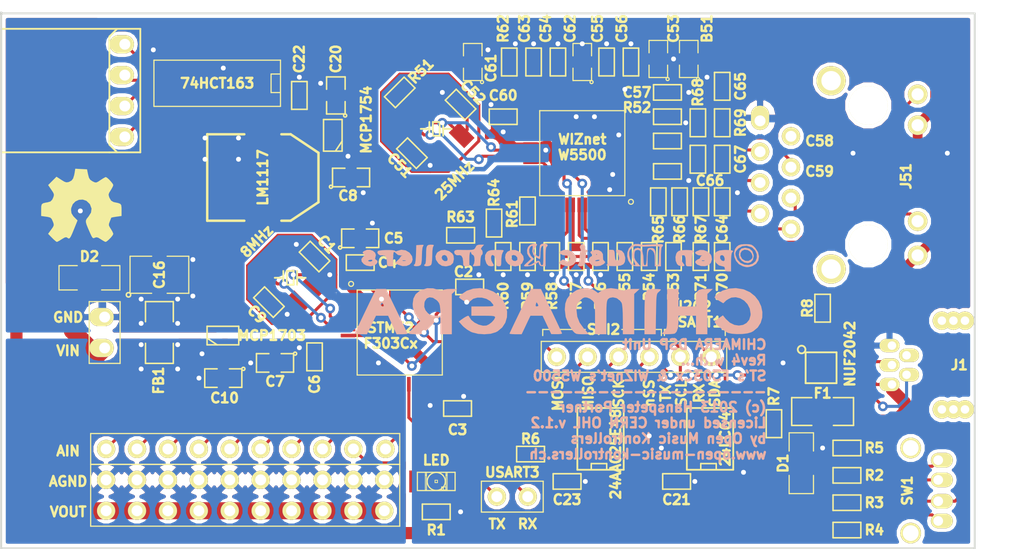
<source format=kicad_pcb>
(kicad_pcb (version 3) (host pcbnew "(2013-may-18)-stable")
  (title_block (title "Chimaera DSP Unit") (rev 4) (company "by Open Music Kontrollers (www.open-music-kontrollers.ch)") (comment 1 "Licensed under CERN OHL v.1.2") (comment 2 "Copyright (c) 2013 Hanspeter Portner (dev@open-music-kontrollers.ch)"))
  (layers (15 F.Cu signal) (0 B.Cu signal) (18 B.Paste user) (19 F.Paste user) (20 B.SilkS user) (21 F.SilkS user) (22 B.Mask user) (23 F.Mask user) (28 Edge.Cuts user))
  (net 0 "")
  (net 1 +3.3V)
  (net 2 +3.3VADC)
  (net 3 +5V)
  (net 4 +5VD)
  (net 5 +9V)
  (net 6 /W5500/MISO)
  (net 7 /W5500/MOSI)
  (net 8 /W5500/SCK)
  (net 9 /W5500/nINT)
  (net 10 /W5500/nSS)
  (net 11 ACTLED)
  (net 12 ADC1)
  (net 13 ADC10)
  (net 14 ADC2)
  (net 15 ADC3)
  (net 16 ADC4)
  (net 17 ADC5)
  (net 18 ADC6)
  (net 19 ADC7)
  (net 20 ADC8)
  (net 21 ADC9)
  (net 22 BOOT0)
  (net 23 CP)
  (net 24 GND)
  (net 25 GNDA)
  (net 26 LED)
  (net 27 LINKLED)
  (net 28 MR)
  (net 29 N-0000017)
  (net 30 N-0000018)
  (net 31 N-0000019)
  (net 32 N-000002)
  (net 33 N-0000022)
  (net 34 N-0000026)
  (net 35 N-0000029)
  (net 36 N-0000030)
  (net 37 N-0000042)
  (net 38 N-0000043)
  (net 39 N-0000052)
  (net 40 N-0000053)
  (net 41 N-0000056)
  (net 42 N-0000059)
  (net 43 N-000006)
  (net 44 N-0000060)
  (net 45 N-0000061)
  (net 46 N-0000062)
  (net 47 N-0000067)
  (net 48 N-0000068)
  (net 49 N-0000069)
  (net 50 N-0000070)
  (net 51 N-0000071)
  (net 52 N-0000072)
  (net 53 N-0000077)
  (net 54 N-0000078)
  (net 55 N-0000079)
  (net 56 N-0000080)
  (net 57 N-0000084)
  (net 58 OSC_IN)
  (net 59 OSC_OUT)
  (net 60 RCT)
  (net 61 RESET)
  (net 62 RXN)
  (net 63 RXP)
  (net 64 SCL)
  (net 65 SDA)
  (net 66 TCT)
  (net 67 TXN)
  (net 68 TXP)
  (net 69 USBDM)
  (net 70 USBDP)
  (net 71 W3V3A)
  (net 72 XI)
  (net 73 XO)
  (net 74 Y0)
  (net 75 Y1)
  (net 76 Y2)
  (net 77 Y3)
  (module SIL-2 (layer F.Cu) (at 54 51.75 180)
    (fp_text reference P12 hide)
    (fp_text value CONN_2 hide)
    (pad 1 thru_hole circle (at -1.27 0 180) (size 1.5 1.5) (drill 0.9) (layers *.Cu *.Mask F.SilkS) (net 34 N-0000026))
    (pad 2 thru_hole circle (at 1.27 0 180) (size 1.5 1.5) (drill 0.9) (layers *.Cu *.Mask F.SilkS) (net 33 N-0000022))
  )
  (module SM1210_Cap (layer F.Cu) (at 25 33.5)
    (fp_text reference C16 (at 0 0 90) (layer F.SilkS) (effects (font (size 0.8 0.8) (thickness 0.2))))
    (fp_text value 33uF hide)
    (pad 1 smd rect (at -1.4 0) (size 1.6 2.7) (layers F.Cu F.Paste F.Mask) (net 37 N-0000042))
    (pad 2 smd rect (at 1.4 0) (size 1.6 2.7) (layers F.Cu F.Paste F.Mask) (net 24 GND))
  )
  (module MagJack (layer F.Cu) (at 83.25 31 90)
    (fp_text reference J51 (at 5.6 3.11 90) (layer F.SilkS) (effects (font (size 0.8 0.8) (thickness 0.2))))
    (fp_text value RJ45-TRANSFO hide)
    (pad "" np_thru_hole circle (at 11.43 0 90) (size 3.2 3.2) (drill 3.2) (layers *.Cu *.Mask F.SilkS))
    (pad "" np_thru_hole circle (at 0 0 90) (size 3.2 3.2) (drill 3.2) (layers *.Cu *.Mask F.SilkS))
    (pad 1 thru_hole circle (at 1.27 -6.35 90) (size 1.5 1.5) (drill 0.9) (layers *.Cu *.Mask F.SilkS) (net 68 TXP))
    (pad 3 thru_hole circle (at 3.81 -6.35 90) (size 1.5 1.5) (drill 0.9) (layers *.Cu *.Mask F.SilkS) (net 67 TXN))
    (pad 5 thru_hole circle (at 6.35 -6.35 90) (size 1.5 1.5) (drill 0.9) (layers *.Cu *.Mask F.SilkS) (net 60 RCT))
    (pad 7 thru_hole circle (at 8.89 -6.35 90) (size 1.5 1.5) (drill 0.9) (layers *.Cu *.Mask F.SilkS))
    (pad 2 thru_hole circle (at 2.54 -8.89 90) (size 1.5 1.5) (drill 0.9) (layers *.Cu *.Mask F.SilkS) (net 66 TCT))
    (pad 4 thru_hole circle (at 5.08 -8.89 90) (size 1.5 1.5) (drill 0.9) (layers *.Cu *.Mask F.SilkS) (net 48 N-0000068))
    (pad 6 thru_hole circle (at 7.62 -8.89 90) (size 1.5 1.5) (drill 0.9) (layers *.Cu *.Mask F.SilkS) (net 47 N-0000067))
    (pad 8 thru_hole oval (at 10.16 -8.89 90) (size 2 1.5) (drill 0.9 (offset 0.25 0)) (layers *.Cu *.Mask F.SilkS) (net 24 GND))
    (pad 13 thru_hole circle (at 13.46 -3.05 90) (size 2.4 2.4) (drill 1.6) (layers *.Cu *.Mask F.SilkS))
    (pad 13 thru_hole circle (at -2.03 -3.05 90) (size 2.4 2.4) (drill 1.6) (layers *.Cu *.Mask F.SilkS))
    (pad YA thru_hole circle (at -0.91 4.06 90) (size 1.6 1.6) (drill 1) (layers *.Cu *.Mask F.SilkS) (net 1 +3.3V))
    (pad GK thru_hole circle (at 12.34 4.06 90) (size 1.6 1.6) (drill 1) (layers *.Cu *.Mask F.SilkS) (net 54 N-0000078))
    (pad GA thru_hole circle (at 9.8 4.06 90) (size 1.6 1.6) (drill 1) (layers *.Cu *.Mask F.SilkS) (net 1 +3.3V))
    (pad YK thru_hole circle (at 1.905 4.06 90) (size 1.6 1.6) (drill 1) (layers *.Cu *.Mask F.SilkS) (net 57 N-0000084))
  )
  (module USB_mini_NPTH (layer F.Cu) (at 92 40.925 180)
    (fp_text reference J1 (at 1.27 0 180) (layer F.SilkS) (effects (font (size 0.8 0.8) (thickness 0.2))))
    (fp_text value USB_MINI hide)
    (pad 4 thru_hole oval (at 6.8 1.6 180) (size 1.65 1.1) (drill 0.7 (offset 0.2 0)) (layers *.Cu *.Mask F.SilkS) (net 24 GND))
    (pad 2 thru_hole oval (at 6.8 0 180) (size 1.65 1.1) (drill 0.7 (offset 0.2 0)) (layers *.Cu *.Mask F.SilkS) (net 36 N-0000030))
    (pad 1 thru_hole oval (at 6.8 -1.6 180) (size 1.65 1.1) (drill 0.7 (offset 0.2 0)) (layers *.Cu *.Mask F.SilkS) (net 4 +5VD))
    (pad 5 thru_hole oval (at 5.6 0.8 180) (size 1.65 1.1) (drill 0.7 (offset -0.2 0)) (layers *.Cu *.Mask F.SilkS))
    (pad 3 thru_hole oval (at 5.6 -0.8 180) (size 1.65 1.1) (drill 0.7 (offset -0.2 0)) (layers *.Cu *.Mask F.SilkS) (net 35 N-0000029))
    (pad "" np_thru_hole circle (at 2.7 -3.65 180) (size 1.5 1.5) (drill 0.7) (layers *.Cu *.Mask F.SilkS))
    (pad "" np_thru_hole circle (at 0.8 -3.65 180) (size 1.5 1.5) (drill 0.7) (layers *.Cu *.Mask F.SilkS))
    (pad "" np_thru_hole circle (at 0.8 3.65 180) (size 1.5 1.5) (drill 0.7) (layers *.Cu *.Mask F.SilkS))
    (pad "" np_thru_hole circle (at 2.7 3.65 180) (size 1.5 1.5) (drill 0.7) (layers *.Cu *.Mask F.SilkS))
    (pad "" np_thru_hole circle (at 1.75 -3.65 180) (size 1.5 1.5) (drill 0.7) (layers *.Cu *.Mask F.SilkS))
    (pad "" np_thru_hole circle (at 1.75 3.65 180) (size 1.5 1.5) (drill 0.7) (layers *.Cu *.Mask F.SilkS))
  )
  (module SOT-563 (layer F.Cu) (at 79.375 41.15 270)
    (fp_text reference U8 hide)
    (fp_text value NUF2042 (at -1.15 -2.375 270) (layer F.SilkS) (effects (font (size 0.8 0.8) (thickness 0.2))))
    (pad 6 smd rect (at -0.5 -0.675 270) (size 0.3 0.9) (layers F.Cu F.Paste F.Mask) (net 36 N-0000030))
    (pad 5 smd rect (at 0 -0.675 270) (size 0.3 0.9) (layers F.Cu F.Paste F.Mask) (net 4 +5VD))
    (pad 4 smd rect (at 0.5 -0.675 270) (size 0.3 0.9) (layers F.Cu F.Paste F.Mask) (net 35 N-0000029))
    (pad 3 smd rect (at 0.5 0.675 270) (size 0.3 0.9) (layers F.Cu F.Paste F.Mask) (net 69 USBDM))
    (pad 2 smd rect (at 0 0.675 270) (size 0.3 0.9) (layers F.Cu F.Paste F.Mask) (net 24 GND))
    (pad 1 smd rect (at -0.5 0.675 270) (size 0.3 0.9) (layers F.Cu F.Paste F.Mask) (net 70 USBDP))
  )
  (module SIL-6 (layer F.Cu) (at 64 40.25)
    (fp_text reference P11 hide)
    (fp_text value CONN_6 hide)
    (pad 1 thru_hole circle (at -6.35 0) (size 1.5 1.5) (drill 0.9) (layers *.Cu *.Mask F.SilkS) (net 43 N-000006))
    (pad 2 thru_hole circle (at -3.81 0) (size 1.5 1.5) (drill 0.9) (layers *.Cu *.Mask F.SilkS) (net 29 N-0000017))
    (pad 3 thru_hole circle (at -1.27 0) (size 1.5 1.5) (drill 0.9) (layers *.Cu *.Mask F.SilkS) (net 30 N-0000018))
    (pad 4 thru_hole circle (at 1.27 0) (size 1.5 1.5) (drill 0.9) (layers *.Cu *.Mask F.SilkS) (net 31 N-0000019))
    (pad 5 thru_hole circle (at 3.81 0) (size 1.5 1.5) (drill 0.9) (layers *.Cu *.Mask F.SilkS) (net 64 SCL))
    (pad 6 thru_hole circle (at 6.35 0) (size 1.5 1.5) (drill 0.9) (layers *.Cu *.Mask F.SilkS) (net 65 SDA))
  )
  (module SIL-2 (layer F.Cu) (at 20.5 38.25 90)
    (fp_text reference P1 hide)
    (fp_text value "power in" hide)
    (pad 1 thru_hole oval (at -1.27 0 90) (size 1.5 2) (drill 0.9 (offset 0 -0.25)) (layers *.Cu *.Mask F.SilkS) (net 5 +9V))
    (pad 2 thru_hole oval (at 1.27 0 90) (size 1.5 2) (drill 0.9 (offset 0 -0.25)) (layers *.Cu *.Mask F.SilkS) (net 24 GND))
  )
  (module SIL-10 (layer F.Cu) (at 32.05 47.83)
    (fp_text reference P3 hide)
    (fp_text value "from sensor units" hide)
    (pad 1 thru_hole circle (at -11.43 0) (size 1.5 1.5) (drill 0.9) (layers *.Cu *.Mask F.SilkS) (net 12 ADC1))
    (pad 2 thru_hole circle (at -8.89 0) (size 1.5 1.5) (drill 0.9) (layers *.Cu *.Mask F.SilkS) (net 14 ADC2))
    (pad 3 thru_hole circle (at -6.35 0) (size 1.5 1.5) (drill 0.9) (layers *.Cu *.Mask F.SilkS) (net 15 ADC3))
    (pad 4 thru_hole circle (at -3.81 0) (size 1.5 1.5) (drill 0.9) (layers *.Cu *.Mask F.SilkS) (net 16 ADC4))
    (pad 5 thru_hole circle (at -1.27 0) (size 1.5 1.5) (drill 0.9) (layers *.Cu *.Mask F.SilkS) (net 17 ADC5))
    (pad 6 thru_hole circle (at 1.27 0) (size 1.5 1.5) (drill 0.9) (layers *.Cu *.Mask F.SilkS) (net 18 ADC6))
    (pad 7 thru_hole circle (at 3.81 0) (size 1.5 1.5) (drill 0.9) (layers *.Cu *.Mask F.SilkS) (net 19 ADC7))
    (pad 8 thru_hole circle (at 6.35 0) (size 1.5 1.5) (drill 0.9) (layers *.Cu *.Mask F.SilkS) (net 20 ADC8))
    (pad 9 thru_hole circle (at 8.89 0) (size 1.5 1.5) (drill 0.9) (layers *.Cu *.Mask F.SilkS) (net 21 ADC9))
    (pad 10 thru_hole circle (at 11.53 0) (size 1.5 1.5) (drill 0.9) (layers *.Cu *.Mask F.SilkS) (net 13 ADC10))
  )
  (module LQFP48 (layer F.Cu) (at 44.75 38.25)
    (fp_text reference U4 hide)
    (fp_text value STM32F303CX hide)
    (pad 12 smd rect (at -4.25 2.75) (size 1.2 0.3) (layers F.Cu F.Paste F.Mask) (net 14 ADC2))
    (pad 11 smd rect (at -4.25 2.25) (size 1.2 0.3) (layers F.Cu F.Paste F.Mask) (net 12 ADC1))
    (pad 10 smd rect (at -4.25 1.75) (size 1.2 0.3) (layers F.Cu F.Paste F.Mask) (net 15 ADC3))
    (pad 9 smd rect (at -4.25 1.25) (size 1.2 0.3) (layers F.Cu F.Paste F.Mask) (net 2 +3.3VADC))
    (pad 8 smd rect (at -4.25 0.75) (size 1.2 0.3) (layers F.Cu F.Paste F.Mask) (net 25 GNDA))
    (pad 7 smd rect (at -4.25 0.25) (size 1.2 0.3) (layers F.Cu F.Paste F.Mask) (net 61 RESET))
    (pad 6 smd rect (at -4.25 -0.25) (size 1.2 0.3) (layers F.Cu F.Paste F.Mask) (net 59 OSC_OUT))
    (pad 5 smd rect (at -4.25 -0.75) (size 1.2 0.3) (layers F.Cu F.Paste F.Mask) (net 58 OSC_IN))
    (pad 4 smd rect (at -4.25 -1.25) (size 1.2 0.3) (layers F.Cu F.Paste F.Mask))
    (pad 3 smd rect (at -4.25 -1.75) (size 1.2 0.3) (layers F.Cu F.Paste F.Mask))
    (pad 2 smd rect (at -4.25 -2.25) (size 1.2 0.3) (layers F.Cu F.Paste F.Mask))
    (pad 1 smd rect (at -4.25 -2.75) (size 1.2 0.3) (layers F.Cu F.Paste F.Mask) (net 1 +3.3V))
    (pad 48 smd rect (at -2.75 -4.25) (size 0.3 1.2) (layers F.Cu F.Paste F.Mask) (net 1 +3.3V))
    (pad 47 smd rect (at -2.25 -4.25) (size 0.3 1.2) (layers F.Cu F.Paste F.Mask) (net 24 GND))
    (pad 46 smd rect (at -1.75 -4.25) (size 0.3 1.2) (layers F.Cu F.Paste F.Mask) (net 23 CP))
    (pad 45 smd rect (at -1.25 -4.25) (size 0.3 1.2) (layers F.Cu F.Paste F.Mask) (net 28 MR))
    (pad 44 smd rect (at -0.75 -4.25) (size 0.3 1.2) (layers F.Cu F.Paste F.Mask) (net 22 BOOT0))
    (pad 43 smd rect (at -0.25 -4.25) (size 0.3 1.2) (layers F.Cu F.Paste F.Mask) (net 8 /W5500/SCK))
    (pad 42 smd rect (at 0.25 -4.25) (size 0.3 1.2) (layers F.Cu F.Paste F.Mask) (net 6 /W5500/MISO))
    (pad 41 smd rect (at 0.75 -4.25) (size 0.3 1.2) (layers F.Cu F.Paste F.Mask) (net 7 /W5500/MOSI))
    (pad 40 smd rect (at 1.25 -4.25) (size 0.3 1.2) (layers F.Cu F.Paste F.Mask) (net 6 /W5500/MISO))
    (pad 39 smd rect (at 1.75 -4.25) (size 0.3 1.2) (layers F.Cu F.Paste F.Mask) (net 8 /W5500/SCK))
    (pad 38 smd rect (at 2.25 -4.25) (size 0.3 1.2) (layers F.Cu F.Paste F.Mask) (net 10 /W5500/nSS))
    (pad 37 smd rect (at 2.75 -4.25) (size 0.3 1.2) (layers F.Cu F.Paste F.Mask) (net 9 /W5500/nINT))
    (pad 25 smd rect (at 4.25 2.75) (size 1.2 0.3) (layers F.Cu F.Paste F.Mask) (net 31 N-0000019))
    (pad 26 smd rect (at 4.25 2.25) (size 1.2 0.3) (layers F.Cu F.Paste F.Mask) (net 30 N-0000018))
    (pad 27 smd rect (at 4.25 1.75) (size 1.2 0.3) (layers F.Cu F.Paste F.Mask) (net 29 N-0000017))
    (pad 28 smd rect (at 4.25 1.25) (size 1.2 0.3) (layers F.Cu F.Paste F.Mask) (net 43 N-000006))
    (pad 29 smd rect (at 4.25 0.75) (size 1.2 0.3) (layers F.Cu F.Paste F.Mask) (net 22 BOOT0))
    (pad 30 smd rect (at 4.25 0.25) (size 1.2 0.3) (layers F.Cu F.Paste F.Mask) (net 64 SCL))
    (pad 31 smd rect (at 4.25 -0.25) (size 1.2 0.3) (layers F.Cu F.Paste F.Mask) (net 65 SDA))
    (pad 32 smd rect (at 4.25 -0.75) (size 1.2 0.3) (layers F.Cu F.Paste F.Mask) (net 69 USBDM))
    (pad 33 smd rect (at 4.25 -1.25) (size 1.2 0.3) (layers F.Cu F.Paste F.Mask) (net 70 USBDP))
    (pad 34 smd rect (at 4.25 -1.75) (size 1.2 0.3) (layers F.Cu F.Paste F.Mask) (net 61 RESET))
    (pad 35 smd rect (at 4.25 -2.25) (size 1.2 0.3) (layers F.Cu F.Paste F.Mask) (net 24 GND))
    (pad 36 smd rect (at 4.25 -2.75) (size 1.2 0.3) (layers F.Cu F.Paste F.Mask) (net 1 +3.3V))
    (pad 13 smd rect (at -2.75 4.25) (size 0.3 1.2) (layers F.Cu F.Paste F.Mask) (net 16 ADC4))
    (pad 14 smd rect (at -2.25 4.25) (size 0.3 1.2) (layers F.Cu F.Paste F.Mask) (net 17 ADC5))
    (pad 15 smd rect (at -1.75 4.25) (size 0.3 1.2) (layers F.Cu F.Paste F.Mask) (net 18 ADC6))
    (pad 16 smd rect (at -1.25 4.25) (size 0.3 1.2) (layers F.Cu F.Paste F.Mask) (net 19 ADC7))
    (pad 17 smd rect (at -0.75 4.25) (size 0.3 1.2) (layers F.Cu F.Paste F.Mask) (net 20 ADC8))
    (pad 18 smd rect (at -0.25 4.25) (size 0.3 1.2) (layers F.Cu F.Paste F.Mask) (net 13 ADC10))
    (pad 19 smd rect (at 0.25 4.25) (size 0.3 1.2) (layers F.Cu F.Paste F.Mask) (net 21 ADC9))
    (pad 20 smd rect (at 0.75 4.25) (size 0.3 1.2) (layers F.Cu F.Paste F.Mask) (net 26 LED))
    (pad 21 smd rect (at 1.25 4.25) (size 0.3 1.2) (layers F.Cu F.Paste F.Mask) (net 33 N-0000022))
    (pad 22 smd rect (at 1.75 4.25) (size 0.3 1.2) (layers F.Cu F.Paste F.Mask) (net 34 N-0000026))
    (pad 23 smd rect (at 2.25 4.25) (size 0.3 1.2) (layers F.Cu F.Paste F.Mask) (net 24 GND))
    (pad 24 smd rect (at 2.75 4.25) (size 0.3 1.2) (layers F.Cu F.Paste F.Mask) (net 1 +3.3V))
  )
  (module SM0805 (layer F.Cu) (at 30.25 42 180)
    (fp_text reference C10 (at -0.105 -1.635 180) (layer F.SilkS) (effects (font (size 0.8 0.8) (thickness 0.2))))
    (fp_text value 10uF hide)
    (pad 1 smd rect (at -0.9525 0 180) (size 0.889 1.397) (layers F.Cu F.Paste F.Mask) (net 2 +3.3VADC))
    (pad 2 smd rect (at 0.9525 0 180) (size 0.889 1.397) (layers F.Cu F.Paste F.Mask) (net 25 GNDA))
  )
  (module SM0805 (layer F.Cu) (at 34.5 40.75 180)
    (fp_text reference C7 (at 0 -1.524 180) (layer F.SilkS) (effects (font (size 0.8 0.8) (thickness 0.2))))
    (fp_text value 1uF hide)
    (pad 1 smd rect (at -0.9525 0 180) (size 0.889 1.397) (layers F.Cu F.Paste F.Mask) (net 2 +3.3VADC))
    (pad 2 smd rect (at 0.9525 0 180) (size 0.889 1.397) (layers F.Cu F.Paste F.Mask) (net 25 GNDA))
  )
  (module SM0805 (layer F.Cu) (at 40.75 25.5)
    (fp_text reference C8 (at -0.25 1.5) (layer F.SilkS) (effects (font (size 0.8 0.8) (thickness 0.2))))
    (fp_text value 10uF hide)
    (pad 1 smd rect (at -0.9525 0) (size 0.889 1.397) (layers F.Cu F.Paste F.Mask) (net 1 +3.3V))
    (pad 2 smd rect (at 0.9525 0) (size 0.889 1.397) (layers F.Cu F.Paste F.Mask) (net 24 GND))
  )
  (module SM0805 (layer F.Cu) (at 39.5 18.75 90)
    (fp_text reference C20 (at 3 0 90) (layer F.SilkS) (effects (font (size 0.8 0.8) (thickness 0.2))))
    (fp_text value 10uF hide)
    (pad 1 smd rect (at -0.9525 0 90) (size 0.889 1.397) (layers F.Cu F.Paste F.Mask) (net 3 +5V))
    (pad 2 smd rect (at 0.9525 0 90) (size 0.889 1.397) (layers F.Cu F.Paste F.Mask) (net 24 GND))
  )
  (module SM0805 (layer F.Cu) (at 41.5 30.5)
    (fp_text reference C5 (at 2.75 0) (layer F.SilkS) (effects (font (size 0.8 0.8) (thickness 0.2))))
    (fp_text value 4.7uF hide)
    (pad 1 smd rect (at -0.9525 0) (size 0.889 1.397) (layers F.Cu F.Paste F.Mask) (net 1 +3.3V))
    (pad 2 smd rect (at 0.9525 0) (size 0.889 1.397) (layers F.Cu F.Paste F.Mask) (net 24 GND))
  )
  (module SOT223 (layer F.Cu) (at 33.5 25.5 270)
    (fp_text reference U1 hide)
    (fp_text value LM1117 (at 0 0 270) (layer F.SilkS) (effects (font (size 0.8 0.8) (thickness 0.2))))
    (pad 2 smd rect (at 0 -3.302 270) (size 3.6576 2.032) (layers F.Cu F.Paste F.Mask) (net 1 +3.3V))
    (pad 2 smd rect (at 0 3.302 270) (size 1.016 2.032) (layers F.Cu F.Paste F.Mask) (net 1 +3.3V))
    (pad 1 smd rect (at 2.286 3.302 270) (size 1.016 2.032) (layers F.Cu F.Paste F.Mask) (net 37 N-0000042))
    (pad 3 smd rect (at -2.286 3.302 270) (size 1.016 2.032) (layers F.Cu F.Paste F.Mask) (net 24 GND))
  )
  (module SM1206 (layer F.Cu) (at 79.5 44.75 180)
    (fp_text reference F1 (at 0 1.5 180) (layer F.SilkS) (effects (font (size 0.8 0.8) (thickness 0.2))))
    (fp_text value FUSE hide)
    (pad 1 smd rect (at -1.651 0 180) (size 1.524 2.032) (layers F.Cu F.Paste F.Mask) (net 4 +5VD))
    (pad 2 smd rect (at 1.651 0 180) (size 1.524 2.032) (layers F.Cu F.Paste F.Mask) (net 32 N-000002))
  )
  (module LED-1206 (layer F.Cu) (at 47.75 50.5)
    (fp_text reference D3 hide)
    (fp_text value LED (at 0 -1.75) (layer F.SilkS) (effects (font (size 0.8 0.8) (thickness 0.2))))
    (pad 1 smd rect (at -1.41986 0) (size 1.59766 1.80086) (layers F.Cu F.Paste F.Mask) (net 26 LED))
    (pad 2 smd rect (at 1.41986 0) (size 1.59766 1.80086) (layers F.Cu F.Paste F.Mask) (net 38 N-0000043))
  )
  (module SOT23 (layer F.Cu) (at 30.25 38.5)
    (fp_text reference U2 hide)
    (fp_text value MCP1703 (at 4 0) (layer F.SilkS) (effects (font (size 0.8 0.8) (thickness 0.2))))
    (pad 1 smd rect (at 0 -1.27) (size 0.70104 1.00076) (layers F.Cu F.Paste F.Mask) (net 37 N-0000042))
    (pad 2 smd rect (at 0.9525 1.27) (size 0.70104 1.00076) (layers F.Cu F.Paste F.Mask) (net 2 +3.3VADC))
    (pad 3 smd rect (at -0.9525 1.27) (size 0.70104 1.00076) (layers F.Cu F.Paste F.Mask) (net 25 GNDA))
  )
  (module SOT23 (layer F.Cu) (at 39.25 22 90)
    (fp_text reference U3 hide)
    (fp_text value MCP1754 (at 1.25 2.75 90) (layer F.SilkS) (effects (font (size 0.8 0.8) (thickness 0.2))))
    (pad 1 smd rect (at 0 -1.27 90) (size 0.70104 1.00076) (layers F.Cu F.Paste F.Mask) (net 37 N-0000042))
    (pad 2 smd rect (at 0.9525 1.27 90) (size 0.70104 1.00076) (layers F.Cu F.Paste F.Mask) (net 3 +5V))
    (pad 3 smd rect (at -0.9525 1.27 90) (size 0.70104 1.00076) (layers F.Cu F.Paste F.Mask) (net 24 GND))
  )
  (module SM0603 (layer F.Cu) (at 37.75 40.25 90)
    (fp_text reference C6 (at -2.25 0 90) (layer F.SilkS) (effects (font (size 0.8 0.8) (thickness 0.2))))
    (fp_text value 10nF hide)
    (pad 1 smd rect (at -0.762 0 90) (size 0.635 1.143) (layers F.Cu F.Paste F.Mask) (net 2 +3.3VADC))
    (pad 2 smd rect (at 0.762 0 90) (size 0.635 1.143) (layers F.Cu F.Paste F.Mask) (net 25 GNDA))
  )
  (module SM0603 (layer F.Cu) (at 34 35.75 135)
    (fp_text reference C9 (at 0 -1.414214 135) (layer F.SilkS) (effects (font (size 0.8 0.8) (thickness 0.2))))
    (fp_text value 18pF hide)
    (pad 1 smd rect (at -0.762 0 135) (size 0.635 1.143) (layers F.Cu F.Paste F.Mask) (net 24 GND))
    (pad 2 smd rect (at 0.762 0 135) (size 0.635 1.143) (layers F.Cu F.Paste F.Mask) (net 59 OSC_OUT))
  )
  (module SM0603 (layer F.Cu) (at 67.5 50.5 180)
    (fp_text reference C21 (at 0 -1.5 180) (layer F.SilkS) (effects (font (size 0.8 0.8) (thickness 0.2))))
    (fp_text value 0.1uF hide)
    (pad 1 smd rect (at -0.762 0 180) (size 0.635 1.143) (layers F.Cu F.Paste F.Mask) (net 24 GND))
    (pad 2 smd rect (at 0.762 0 180) (size 0.635 1.143) (layers F.Cu F.Paste F.Mask) (net 1 +3.3V))
  )
  (module SM0603 (layer F.Cu) (at 41.5 32.5)
    (fp_text reference C4 (at 2.25 0) (layer F.SilkS) (effects (font (size 0.8 0.8) (thickness 0.2))))
    (fp_text value 0.1uF hide)
    (pad 1 smd rect (at -0.762 0) (size 0.635 1.143) (layers F.Cu F.Paste F.Mask) (net 1 +3.3V))
    (pad 2 smd rect (at 0.762 0) (size 0.635 1.143) (layers F.Cu F.Paste F.Mask) (net 24 GND))
  )
  (module SM1206 (layer F.Cu) (at 25 38.25 90)
    (fp_text reference FB1 (at -3.945 -0.065 90) (layer F.SilkS) (effects (font (size 0.8 0.8) (thickness 0.2))))
    (fp_text value FERR hide)
    (pad 1 smd rect (at -1.651 0 90) (size 1.524 2.032) (layers F.Cu F.Paste F.Mask) (net 25 GNDA))
    (pad 2 smd rect (at 1.651 0 90) (size 1.524 2.032) (layers F.Cu F.Paste F.Mask) (net 24 GND))
  )
  (module SM0603 (layer F.Cu) (at 36.5 18.75 270)
    (fp_text reference C22 (at -3 0 270) (layer F.SilkS) (effects (font (size 0.8 0.8) (thickness 0.2))))
    (fp_text value 0.1uF hide)
    (pad 1 smd rect (at -0.762 0 270) (size 0.635 1.143) (layers F.Cu F.Paste F.Mask) (net 24 GND))
    (pad 2 smd rect (at 0.762 0 270) (size 0.635 1.143) (layers F.Cu F.Paste F.Mask) (net 3 +5V))
  )
  (module SM0603 (layer F.Cu) (at 37.75 32 315)
    (fp_text reference C1 (at 0 -1.414214 315) (layer F.SilkS) (effects (font (size 0.8 0.8) (thickness 0.2))))
    (fp_text value 18pF hide)
    (pad 1 smd rect (at -0.762 0 315) (size 0.635 1.143) (layers F.Cu F.Paste F.Mask) (net 24 GND))
    (pad 2 smd rect (at 0.762 0 315) (size 0.635 1.143) (layers F.Cu F.Paste F.Mask) (net 58 OSC_IN))
  )
  (module SM0603 (layer F.Cu) (at 50.5 34.5)
    (fp_text reference C2 (at -0.5 -1.25) (layer F.SilkS) (effects (font (size 0.8 0.8) (thickness 0.2))))
    (fp_text value 0.1uF hide)
    (pad 1 smd rect (at -0.762 0) (size 0.635 1.143) (layers F.Cu F.Paste F.Mask) (net 1 +3.3V))
    (pad 2 smd rect (at 0.762 0) (size 0.635 1.143) (layers F.Cu F.Paste F.Mask) (net 24 GND))
  )
  (module SM0603 (layer F.Cu) (at 49.5 44.5)
    (fp_text reference C3 (at 0 1.75) (layer F.SilkS) (effects (font (size 0.8 0.8) (thickness 0.2))))
    (fp_text value 0.1uF hide)
    (pad 1 smd rect (at -0.762 0) (size 0.635 1.143) (layers F.Cu F.Paste F.Mask) (net 1 +3.3V))
    (pad 2 smd rect (at 0.762 0) (size 0.635 1.143) (layers F.Cu F.Paste F.Mask) (net 24 GND))
  )
  (module SM0603 (layer F.Cu) (at 58.5 50.5 180)
    (fp_text reference C23 (at 0 -1.5 180) (layer F.SilkS) (effects (font (size 0.8 0.8) (thickness 0.2))))
    (fp_text value 0.1uF hide)
    (pad 1 smd rect (at -0.762 0 180) (size 0.635 1.143) (layers F.Cu F.Paste F.Mask) (net 24 GND))
    (pad 2 smd rect (at 0.762 0 180) (size 0.635 1.143) (layers F.Cu F.Paste F.Mask) (net 1 +3.3V))
  )
  (module sock4-RA (layer F.Cu) (at 22.16 18.35 90)
    (fp_text reference P5 hide)
    (fp_text value "to sensor units" hide)
    (pad 1 thru_hole oval (at -3.81 0 90) (size 1.5 2) (drill 0.9 (offset 0 -0.25)) (layers *.Cu *.Mask F.SilkS) (net 77 Y3))
    (pad 2 thru_hole oval (at -1.27 0 90) (size 1.5 2) (drill 0.9 (offset 0 -0.25)) (layers *.Cu *.Mask F.SilkS) (net 76 Y2))
    (pad 3 thru_hole oval (at 1.27 0 90) (size 1.5 2) (drill 0.9 (offset 0 -0.25)) (layers *.Cu *.Mask F.SilkS) (net 75 Y1))
    (pad 4 thru_hole oval (at 3.81 0 90) (size 1.5 2) (drill 0.9 (offset 0 -0.25)) (layers *.Cu *.Mask F.SilkS) (net 74 Y0))
  )
  (module SO8_narrow (layer F.Cu) (at 70.25 47 90)
    (fp_text reference U5 hide)
    (fp_text value 24LC64 (at 0 1.25 90) (layer F.SilkS) (effects (font (size 0.8 0.8) (thickness 0.2))))
    (pad 8 smd rect (at -1.905 -2.7 90) (size 0.6 1.55) (layers F.Cu F.Paste F.Mask) (net 1 +3.3V))
    (pad 7 smd rect (at -0.635 -2.7 90) (size 0.6 1.55) (layers F.Cu F.Paste F.Mask) (net 24 GND))
    (pad 6 smd rect (at 0.635 -2.7 90) (size 0.6 1.55) (layers F.Cu F.Paste F.Mask) (net 64 SCL))
    (pad 5 smd rect (at 1.905 -2.7 90) (size 0.6 1.55) (layers F.Cu F.Paste F.Mask) (net 65 SDA))
    (pad 4 smd rect (at 1.905 2.7 90) (size 0.6 1.55) (layers F.Cu F.Paste F.Mask) (net 24 GND))
    (pad 3 smd rect (at 0.635 2.7 90) (size 0.6 1.55) (layers F.Cu F.Paste F.Mask) (net 24 GND))
    (pad 2 smd rect (at -0.635 2.7 90) (size 0.6 1.55) (layers F.Cu F.Paste F.Mask) (net 24 GND))
    (pad 1 smd rect (at -1.905 2.7 90) (size 0.6 1.55) (layers F.Cu F.Paste F.Mask) (net 24 GND))
  )
  (module SO8_narrow (layer F.Cu) (at 61.25 47 90)
    (fp_text reference U7 hide)
    (fp_text value 24AA025E48 (at -1.25 1.25 90) (layer F.SilkS) (effects (font (size 0.8 0.8) (thickness 0.2))))
    (pad 8 smd rect (at -1.905 -2.7 90) (size 0.6 1.55) (layers F.Cu F.Paste F.Mask) (net 1 +3.3V))
    (pad 7 smd rect (at -0.635 -2.7 90) (size 0.6 1.55) (layers F.Cu F.Paste F.Mask))
    (pad 6 smd rect (at 0.635 -2.7 90) (size 0.6 1.55) (layers F.Cu F.Paste F.Mask) (net 64 SCL))
    (pad 5 smd rect (at 1.905 -2.7 90) (size 0.6 1.55) (layers F.Cu F.Paste F.Mask) (net 65 SDA))
    (pad 4 smd rect (at 1.905 2.7 90) (size 0.6 1.55) (layers F.Cu F.Paste F.Mask) (net 24 GND))
    (pad 3 smd rect (at 0.635 2.7 90) (size 0.6 1.55) (layers F.Cu F.Paste F.Mask) (net 24 GND))
    (pad 2 smd rect (at -0.635 2.7 90) (size 0.6 1.55) (layers F.Cu F.Paste F.Mask) (net 24 GND))
    (pad 1 smd rect (at -1.905 2.7 90) (size 0.6 1.55) (layers F.Cu F.Paste F.Mask) (net 1 +3.3V))
  )
  (module SOD123W (layer F.Cu) (at 77.75 49 270)
    (fp_text reference D1 (at 0 1.5 270) (layer F.SilkS) (effects (font (size 0.8 0.8) (thickness 0.2))))
    (fp_text value DIODE hide)
    (pad 1 smd rect (at -1.4 0 270) (size 1.2 1.2) (layers F.Cu F.Paste F.Mask) (net 32 N-000002))
    (pad 2 smd rect (at 1.4 0 270) (size 1.2 1.2) (layers F.Cu F.Paste F.Mask) (net 37 N-0000042))
  )
  (module SOD123W (layer F.Cu) (at 19.25 33.75)
    (fp_text reference D2 (at 0 -1.75) (layer F.SilkS) (effects (font (size 0.8 0.8) (thickness 0.2))))
    (fp_text value DIODE hide)
    (pad 1 smd rect (at -1.4 0) (size 1.2 1.2) (layers F.Cu F.Paste F.Mask) (net 5 +9V))
    (pad 2 smd rect (at 1.4 0) (size 1.2 1.2) (layers F.Cu F.Paste F.Mask) (net 37 N-0000042))
  )
  (module XTAL_532 (layer F.Cu) (at 35.75 33.75 315)
    (fp_text reference X1 hide)
    (fp_text value 8MHz (at -4.065864 -0.176777 405) (layer F.SilkS) (effects (font (size 0.8 0.8) (thickness 0.2))))
    (pad 1 smd rect (at -1.85 1.1 315) (size 1.8 1.2) (layers F.Cu F.Paste F.Mask) (net 59 OSC_OUT))
    (pad 2 smd rect (at 1.85 1.1 315) (size 1.8 1.2) (layers F.Cu F.Paste F.Mask) (net 24 GND))
    (pad 3 smd rect (at 1.85 -1.1 315) (size 1.8 1.2) (layers F.Cu F.Paste F.Mask) (net 58 OSC_IN))
    (pad 4 smd rect (at -1.85 -1.1 315) (size 1.8 1.2) (layers F.Cu F.Paste F.Mask) (net 24 GND))
  )
  (module TL-2243 (layer F.Cu) (at 89 51.25 90)
    (fp_text reference SW1 (at 0 -2.54 90) (layer F.SilkS) (effects (font (size 0.8 0.8) (thickness 0.2))))
    (fp_text value DPDT hide)
    (pad 4 thru_hole oval (at -0.875 0 90) (size 1.2 1.8) (drill 0.8 (offset 0 0.3)) (layers *.Cu *.Mask F.SilkS) (net 61 RESET))
    (pad 3 thru_hole oval (at 0.875 0 90) (size 1.2 1.8) (drill 0.8 (offset 0 0.3)) (layers *.Cu *.Mask F.SilkS) (net 39 N-0000052))
    (pad 2 thru_hole oval (at 2.5 0 90) (size 1.2 1.8) (drill 0.8 (offset 0 0.3)) (layers *.Cu *.Mask F.SilkS) (net 22 BOOT0))
    (pad 1 thru_hole oval (at -2.5 0 90) (size 1.2 1.8) (drill 0.8 (offset 0 0.3)) (layers *.Cu *.Mask F.SilkS) (net 40 N-0000053))
    (pad "" thru_hole circle (at -3.5 -2.26 90) (size 1.7 1.7) (drill 1.3) (layers *.Cu *.Mask F.SilkS))
    (pad "" thru_hole circle (at 3.5 -2.26 90) (size 1.7 1.7) (drill 1.3) (layers *.Cu *.Mask F.SilkS))
  )
  (module SIL-10x2 (layer F.Cu) (at 33.32 51.64 180)
    (fp_text reference P2 hide)
    (fp_text value "from sensor units" hide)
    (pad 1 thru_hole circle (at -10.16 1.27 180) (size 1.5 1.5) (drill 0.9) (layers *.Cu *.Mask F.SilkS) (net 25 GNDA))
    (pad 3 thru_hole circle (at -7.62 1.27 180) (size 1.5 1.5) (drill 0.9) (layers *.Cu *.Mask F.SilkS) (net 25 GNDA))
    (pad 5 thru_hole circle (at -5.08 1.27 180) (size 1.5 1.5) (drill 0.9) (layers *.Cu *.Mask F.SilkS) (net 25 GNDA))
    (pad 7 thru_hole circle (at -2.54 1.27 180) (size 1.5 1.5) (drill 0.9) (layers *.Cu *.Mask F.SilkS) (net 25 GNDA))
    (pad 9 thru_hole circle (at 0 1.27 180) (size 1.5 1.5) (drill 0.9) (layers *.Cu *.Mask F.SilkS) (net 25 GNDA))
    (pad 11 thru_hole circle (at 2.54 1.27 180) (size 1.5 1.5) (drill 0.9) (layers *.Cu *.Mask F.SilkS) (net 25 GNDA))
    (pad 13 thru_hole circle (at 5.08 1.27 180) (size 1.5 1.5) (drill 0.9) (layers *.Cu *.Mask F.SilkS) (net 25 GNDA))
    (pad 15 thru_hole circle (at 7.62 1.27 180) (size 1.5 1.5) (drill 0.9) (layers *.Cu *.Mask F.SilkS) (net 25 GNDA))
    (pad 17 thru_hole circle (at 10.16 1.27 180) (size 1.5 1.5) (drill 0.9) (layers *.Cu *.Mask F.SilkS) (net 25 GNDA))
    (pad 2 thru_hole circle (at -10.16 -1.27 180) (size 1.5 1.5) (drill 0.9) (layers *.Cu *.Mask F.SilkS) (net 5 +9V))
    (pad 4 thru_hole circle (at -7.62 -1.27 180) (size 1.5 1.5) (drill 0.9) (layers *.Cu *.Mask F.SilkS) (net 5 +9V))
    (pad 6 thru_hole circle (at -5.08 -1.27 180) (size 1.5 1.5) (drill 0.9) (layers *.Cu *.Mask F.SilkS) (net 5 +9V))
    (pad 8 thru_hole circle (at -2.54 -1.27 180) (size 1.5 1.5) (drill 0.9) (layers *.Cu *.Mask F.SilkS) (net 5 +9V))
    (pad 10 thru_hole circle (at 0 -1.27 180) (size 1.5 1.5) (drill 0.9) (layers *.Cu *.Mask F.SilkS) (net 5 +9V))
    (pad 12 thru_hole circle (at 2.54 -1.27 180) (size 1.5 1.5) (drill 0.9) (layers *.Cu *.Mask F.SilkS) (net 5 +9V))
    (pad 14 thru_hole circle (at 5.08 -1.27 180) (size 1.5 1.5) (drill 0.9) (layers *.Cu *.Mask F.SilkS) (net 5 +9V))
    (pad 16 thru_hole circle (at 7.62 -1.27 180) (size 1.5 1.5) (drill 0.9) (layers *.Cu *.Mask F.SilkS) (net 5 +9V))
    (pad 18 thru_hole circle (at 10.16 -1.27 180) (size 1.5 1.5) (drill 0.9) (layers *.Cu *.Mask F.SilkS) (net 5 +9V))
    (pad 19 thru_hole circle (at 12.7 1.27 180) (size 1.5 1.5) (drill 0.9) (layers *.Cu *.Mask F.SilkS) (net 25 GNDA))
    (pad 20 thru_hole circle (at 12.7 -1.27 180) (size 1.5 1.5) (drill 0.9) (layers *.Cu *.Mask F.SilkS) (net 5 +9V))
  )
  (module SM0603 (layer F.Cu) (at 69.5 32 90)
    (fp_text reference R71 (at -2.5 0 90) (layer F.SilkS) (effects (font (size 0.8 0.8) (thickness 0.2))))
    (fp_text value 330 hide)
    (pad 1 smd rect (at -0.762 0 90) (size 0.635 1.143) (layers F.Cu F.Paste F.Mask) (net 27 LINKLED))
    (pad 2 smd rect (at 0.762 0 90) (size 0.635 1.143) (layers F.Cu F.Paste F.Mask) (net 57 N-0000084))
  )
  (module SM0603 (layer F.Cu) (at 71.25 32 90)
    (fp_text reference R70 (at -2.5 0 90) (layer F.SilkS) (effects (font (size 0.8 0.8) (thickness 0.2))))
    (fp_text value 330 hide)
    (pad 1 smd rect (at -0.762 0 90) (size 0.635 1.143) (layers F.Cu F.Paste F.Mask) (net 11 ACTLED))
    (pad 2 smd rect (at 0.762 0 90) (size 0.635 1.143) (layers F.Cu F.Paste F.Mask) (net 54 N-0000078))
  )
  (module SM0603 (layer F.Cu) (at 66 27.5 90)
    (fp_text reference R65 (at -2.286 0 90) (layer F.SilkS) (effects (font (size 0.8 0.8) (thickness 0.2))))
    (fp_text value 49.9/1% hide)
    (pad 1 smd rect (at -0.762 0 90) (size 0.635 1.143) (layers F.Cu F.Paste F.Mask) (net 68 TXP))
    (pad 2 smd rect (at 0.762 0 90) (size 0.635 1.143) (layers F.Cu F.Paste F.Mask) (net 71 W3V3A))
  )
  (module SM0603 (layer F.Cu) (at 67.75 27.5 90)
    (fp_text reference R66 (at -2.25 0 90) (layer F.SilkS) (effects (font (size 0.8 0.8) (thickness 0.2))))
    (fp_text value 49.9/1% hide)
    (pad 1 smd rect (at -0.762 0 90) (size 0.635 1.143) (layers F.Cu F.Paste F.Mask) (net 67 TXN))
    (pad 2 smd rect (at 0.762 0 90) (size 0.635 1.143) (layers F.Cu F.Paste F.Mask) (net 71 W3V3A))
  )
  (module SM0603 (layer F.Cu) (at 69.25 24 270)
    (fp_text reference C66 (at 1.75 -1 360) (layer F.SilkS) (effects (font (size 0.8 0.8) (thickness 0.2))))
    (fp_text value 6.8nF hide)
    (pad 1 smd rect (at -0.762 0 270) (size 0.635 1.143) (layers F.Cu F.Paste F.Mask) (net 63 RXP))
    (pad 2 smd rect (at 0.762 0 270) (size 0.635 1.143) (layers F.Cu F.Paste F.Mask) (net 48 N-0000068))
  )
  (module SM0603 (layer F.Cu) (at 69.25 21 90)
    (fp_text reference R68 (at 2.5 0 90) (layer F.SilkS) (effects (font (size 0.8 0.8) (thickness 0.2))))
    (fp_text value 82/1% hide)
    (pad 1 smd rect (at -0.762 0 90) (size 0.635 1.143) (layers F.Cu F.Paste F.Mask) (net 63 RXP))
    (pad 2 smd rect (at 0.762 0 90) (size 0.635 1.143) (layers F.Cu F.Paste F.Mask) (net 60 RCT))
  )
  (module SM0603 (layer F.Cu) (at 71.25 21 90)
    (fp_text reference R69 (at 0 1.5 90) (layer F.SilkS) (effects (font (size 0.8 0.8) (thickness 0.2))))
    (fp_text value 82/1% hide)
    (pad 1 smd rect (at -0.762 0 90) (size 0.635 1.143) (layers F.Cu F.Paste F.Mask) (net 62 RXN))
    (pad 2 smd rect (at 0.762 0 90) (size 0.635 1.143) (layers F.Cu F.Paste F.Mask) (net 60 RCT))
  )
  (module SM0603 (layer F.Cu) (at 71.25 18 90)
    (fp_text reference C65 (at 0 1.5 90) (layer F.SilkS) (effects (font (size 0.8 0.8) (thickness 0.2))))
    (fp_text value 10nF hide)
    (pad 1 smd rect (at -0.762 0 90) (size 0.635 1.143) (layers F.Cu F.Paste F.Mask) (net 60 RCT))
    (pad 2 smd rect (at 0.762 0 90) (size 0.635 1.143) (layers F.Cu F.Paste F.Mask) (net 24 GND))
  )
  (module SM0603 (layer F.Cu) (at 71.25 27.5 270)
    (fp_text reference C64 (at 2.25 0 270) (layer F.SilkS) (effects (font (size 0.8 0.8) (thickness 0.2))))
    (fp_text value 22nF hide)
    (pad 1 smd rect (at -0.762 0 270) (size 0.635 1.143) (layers F.Cu F.Paste F.Mask) (net 24 GND))
    (pad 2 smd rect (at 0.762 0 270) (size 0.635 1.143) (layers F.Cu F.Paste F.Mask) (net 66 TCT))
  )
  (module XTAL_532 (layer F.Cu) (at 47.75 21.5 135)
    (fp_text reference X51 hide)
    (fp_text value 25MHz (at -4.065864 -1.944544 225) (layer F.SilkS) (effects (font (size 0.8 0.8) (thickness 0.2))))
    (pad 1 smd rect (at -1.85 1.1 135) (size 1.8 1.2) (layers F.Cu F.Paste F.Mask) (net 72 XI))
    (pad 2 smd rect (at 1.85 1.1 135) (size 1.8 1.2) (layers F.Cu F.Paste F.Mask) (net 24 GND))
    (pad 3 smd rect (at 1.85 -1.1 135) (size 1.8 1.2) (layers F.Cu F.Paste F.Mask) (net 73 XO))
    (pad 4 smd rect (at -1.85 -1.1 135) (size 1.8 1.2) (layers F.Cu F.Paste F.Mask) (net 24 GND))
  )
  (module SM0805 (layer F.Cu) (at 66 15.75 90)
    (fp_text reference C53 (at 2.5 1.25 90) (layer F.SilkS) (effects (font (size 0.8 0.8) (thickness 0.2))))
    (fp_text value 10uF hide)
    (pad 1 smd rect (at -0.9525 0 90) (size 0.889 1.397) (layers F.Cu F.Paste F.Mask) (net 71 W3V3A))
    (pad 2 smd rect (at 0.9525 0 90) (size 0.889 1.397) (layers F.Cu F.Paste F.Mask) (net 24 GND))
  )
  (module SM0805 (layer F.Cu) (at 68.5 15.75 90)
    (fp_text reference B51 (at 2.5 1.5 90) (layer F.SilkS) (effects (font (size 0.8 0.8) (thickness 0.2))))
    (fp_text value 120R@100MHz hide)
    (pad 1 smd rect (at -0.9525 0 90) (size 0.889 1.397) (layers F.Cu F.Paste F.Mask) (net 71 W3V3A))
    (pad 2 smd rect (at 0.9525 0 90) (size 0.889 1.397) (layers F.Cu F.Paste F.Mask) (net 1 +3.3V))
  )
  (module SM0603 (layer F.Cu) (at 49.75 19.5 315)
    (fp_text reference C52 (at 0 -1.436841 315) (layer F.SilkS) (effects (font (size 0.8 0.8) (thickness 0.2))))
    (fp_text value 18pF hide)
    (pad 1 smd rect (at -0.762 0 315) (size 0.635 1.143) (layers F.Cu F.Paste F.Mask) (net 24 GND))
    (pad 2 smd rect (at 0.762 0 315) (size 0.635 1.143) (layers F.Cu F.Paste F.Mask) (net 72 XI))
  )
  (module SM0603 (layer F.Cu) (at 57.75 16 270)
    (fp_text reference C54 (at -2.75 1 270) (layer F.SilkS) (effects (font (size 0.8 0.8) (thickness 0.2))))
    (fp_text value 0.1uF hide)
    (pad 1 smd rect (at -0.762 0 270) (size 0.635 1.143) (layers F.Cu F.Paste F.Mask) (net 24 GND))
    (pad 2 smd rect (at 0.762 0 270) (size 0.635 1.143) (layers F.Cu F.Paste F.Mask) (net 71 W3V3A))
  )
  (module SM0603 (layer F.Cu) (at 61.75 16 270)
    (fp_text reference C55 (at -2.75 0.75 270) (layer F.SilkS) (effects (font (size 0.8 0.8) (thickness 0.2))))
    (fp_text value 0.1uF hide)
    (pad 1 smd rect (at -0.762 0 270) (size 0.635 1.143) (layers F.Cu F.Paste F.Mask) (net 24 GND))
    (pad 2 smd rect (at 0.762 0 270) (size 0.635 1.143) (layers F.Cu F.Paste F.Mask) (net 71 W3V3A))
  )
  (module SM0603 (layer F.Cu) (at 63.75 16 270)
    (fp_text reference C56 (at -2.75 0.75 270) (layer F.SilkS) (effects (font (size 0.8 0.8) (thickness 0.2))))
    (fp_text value 0.1uF hide)
    (pad 1 smd rect (at -0.762 0 270) (size 0.635 1.143) (layers F.Cu F.Paste F.Mask) (net 24 GND))
    (pad 2 smd rect (at 0.762 0 270) (size 0.635 1.143) (layers F.Cu F.Paste F.Mask) (net 71 W3V3A))
  )
  (module SM0603 (layer F.Cu) (at 53.25 20.5)
    (fp_text reference C60 (at 0 -1.75) (layer F.SilkS) (effects (font (size 0.8 0.8) (thickness 0.2))))
    (fp_text value 0.1uF hide)
    (pad 1 smd rect (at -0.762 0) (size 0.635 1.143) (layers F.Cu F.Paste F.Mask) (net 24 GND))
    (pad 2 smd rect (at 0.762 0) (size 0.635 1.143) (layers F.Cu F.Paste F.Mask) (net 1 +3.3V))
  )
  (module SM0603 (layer F.Cu) (at 66.75 18.5 180)
    (fp_text reference C57 (at 2.5 0 180) (layer F.SilkS) (effects (font (size 0.8 0.8) (thickness 0.2))))
    (fp_text value 0.1uF hide)
    (pad 1 smd rect (at -0.762 0 180) (size 0.635 1.143) (layers F.Cu F.Paste F.Mask) (net 24 GND))
    (pad 2 smd rect (at 0.762 0 180) (size 0.635 1.143) (layers F.Cu F.Paste F.Mask) (net 71 W3V3A))
  )
  (module SM0603 (layer F.Cu) (at 66.75 22.5 180)
    (fp_text reference C58 (at -12.5 0 180) (layer F.SilkS) (effects (font (size 0.8 0.8) (thickness 0.2))))
    (fp_text value 0.1uF hide)
    (pad 1 smd rect (at -0.762 0 180) (size 0.635 1.143) (layers F.Cu F.Paste F.Mask) (net 24 GND))
    (pad 2 smd rect (at 0.762 0 180) (size 0.635 1.143) (layers F.Cu F.Paste F.Mask) (net 71 W3V3A))
  )
  (module SM0603 (layer F.Cu) (at 57.25 32 90)
    (fp_text reference R58 (at -3.25 0 90) (layer F.SilkS) (effects (font (size 0.8 0.8) (thickness 0.2))))
    (fp_text value 10k hide)
    (pad 1 smd rect (at -0.762 0 90) (size 0.635 1.143) (layers F.Cu F.Paste F.Mask) (net 24 GND))
    (pad 2 smd rect (at 0.762 0 90) (size 0.635 1.143) (layers F.Cu F.Paste F.Mask) (net 51 N-0000071))
  )
  (module SM0603 (layer F.Cu) (at 45.75 23.5 135)
    (fp_text reference C51 (at 0 -1.414214 135) (layer F.SilkS) (effects (font (size 0.8 0.8) (thickness 0.2))))
    (fp_text value 18pF hide)
    (pad 1 smd rect (at -0.762 0 135) (size 0.635 1.143) (layers F.Cu F.Paste F.Mask) (net 24 GND))
    (pad 2 smd rect (at 0.762 0 135) (size 0.635 1.143) (layers F.Cu F.Paste F.Mask) (net 73 XO))
  )
  (module SM0603 (layer F.Cu) (at 55.25 32 90)
    (fp_text reference R59 (at -3.25 0 90) (layer F.SilkS) (effects (font (size 0.8 0.8) (thickness 0.2))))
    (fp_text value 10k hide)
    (pad 1 smd rect (at -0.762 0 90) (size 0.635 1.143) (layers F.Cu F.Paste F.Mask) (net 24 GND))
    (pad 2 smd rect (at 0.762 0 90) (size 0.635 1.143) (layers F.Cu F.Paste F.Mask) (net 45 N-0000061))
  )
  (module SM0603 (layer F.Cu) (at 52.5 29.25 270)
    (fp_text reference R64 (at -2.5 0 270) (layer F.SilkS) (effects (font (size 0.8 0.8) (thickness 0.2))))
    (fp_text value 10k hide)
    (pad 1 smd rect (at -0.762 0 270) (size 0.635 1.143) (layers F.Cu F.Paste F.Mask) (net 10 /W5500/nSS))
    (pad 2 smd rect (at 0.762 0 270) (size 0.635 1.143) (layers F.Cu F.Paste F.Mask) (net 1 +3.3V))
  )
  (module SM0603 (layer F.Cu) (at 49.75 30.25)
    (fp_text reference R63 (at 0 -1.5) (layer F.SilkS) (effects (font (size 0.8 0.8) (thickness 0.2))))
    (fp_text value 10k hide)
    (pad 1 smd rect (at -0.762 0) (size 0.635 1.143) (layers F.Cu F.Paste F.Mask) (net 9 /W5500/nINT))
    (pad 2 smd rect (at 0.762 0) (size 0.635 1.143) (layers F.Cu F.Paste F.Mask) (net 1 +3.3V))
  )
  (module SM0603 (layer F.Cu) (at 53.25 32 90)
    (fp_text reference R60 (at -3.25 0 90) (layer F.SilkS) (effects (font (size 0.8 0.8) (thickness 0.2))))
    (fp_text value 10k hide)
    (pad 1 smd rect (at -0.762 0 90) (size 0.635 1.143) (layers F.Cu F.Paste F.Mask) (net 24 GND))
    (pad 2 smd rect (at 0.762 0 90) (size 0.635 1.143) (layers F.Cu F.Paste F.Mask) (net 46 N-0000062))
  )
  (module SM0603 (layer F.Cu) (at 53.75 16 90)
    (fp_text reference R62 (at 2.75 -0.5 90) (layer F.SilkS) (effects (font (size 0.8 0.8) (thickness 0.2))))
    (fp_text value 10k hide)
    (pad 1 smd rect (at -0.762 0 90) (size 0.635 1.143) (layers F.Cu F.Paste F.Mask) (net 50 N-0000070))
    (pad 2 smd rect (at 0.762 0 90) (size 0.635 1.143) (layers F.Cu F.Paste F.Mask) (net 24 GND))
  )
  (module SM0603 (layer F.Cu) (at 66.75 20.5 180)
    (fp_text reference R52 (at 2.5 0.75 180) (layer F.SilkS) (effects (font (size 0.8 0.8) (thickness 0.2))))
    (fp_text value 12.4k hide)
    (pad 1 smd rect (at -0.762 0 180) (size 0.635 1.143) (layers F.Cu F.Paste F.Mask) (net 24 GND))
    (pad 2 smd rect (at 0.762 0 180) (size 0.635 1.143) (layers F.Cu F.Paste F.Mask) (net 53 N-0000077))
  )
  (module SM0603 (layer F.Cu) (at 61.25 32 90)
    (fp_text reference R56 (at -3.25 0 90) (layer F.SilkS) (effects (font (size 0.8 0.8) (thickness 0.2))))
    (fp_text value 10k hide)
    (pad 1 smd rect (at -0.762 0 90) (size 0.635 1.143) (layers F.Cu F.Paste F.Mask) (net 24 GND))
    (pad 2 smd rect (at 0.762 0 90) (size 0.635 1.143) (layers F.Cu F.Paste F.Mask) (net 49 N-0000069))
  )
  (module SM0603 (layer F.Cu) (at 59.25 32 90)
    (fp_text reference R57 (at -3.25 0 90) (layer F.SilkS) (effects (font (size 0.8 0.8) (thickness 0.2))))
    (fp_text value 10k hide)
    (pad 1 smd rect (at -0.762 0 90) (size 0.635 1.143) (layers F.Cu F.Paste F.Mask) (net 24 GND))
    (pad 2 smd rect (at 0.762 0 90) (size 0.635 1.143) (layers F.Cu F.Paste F.Mask) (net 52 N-0000072))
  )
  (module SM0603 (layer F.Cu) (at 44.75 18.5 45)
    (fp_text reference R51 (at 2.474874 0 45) (layer F.SilkS) (effects (font (size 0.8 0.8) (thickness 0.2))))
    (fp_text value 1M hide)
    (pad 1 smd rect (at -0.762 0 45) (size 0.635 1.143) (layers F.Cu F.Paste F.Mask) (net 73 XO))
    (pad 2 smd rect (at 0.762 0 45) (size 0.635 1.143) (layers F.Cu F.Paste F.Mask) (net 72 XI))
  )
  (module SM0603 (layer F.Cu) (at 63.25 32 90)
    (fp_text reference R55 (at -2.5 0 90) (layer F.SilkS) (effects (font (size 0.8 0.8) (thickness 0.2))))
    (fp_text value 10k hide)
    (pad 1 smd rect (at -0.762 0 90) (size 0.635 1.143) (layers F.Cu F.Paste F.Mask) (net 1 +3.3V))
    (pad 2 smd rect (at 0.762 0 90) (size 0.635 1.143) (layers F.Cu F.Paste F.Mask) (net 56 N-0000080))
  )
  (module SM0603 (layer F.Cu) (at 67.25 32 90)
    (fp_text reference R53 (at -2.5 0 90) (layer F.SilkS) (effects (font (size 0.8 0.8) (thickness 0.2))))
    (fp_text value 10k hide)
    (pad 1 smd rect (at -0.762 0 90) (size 0.635 1.143) (layers F.Cu F.Paste F.Mask) (net 1 +3.3V))
    (pad 2 smd rect (at 0.762 0 90) (size 0.635 1.143) (layers F.Cu F.Paste F.Mask) (net 55 N-0000079))
  )
  (module SM0603 (layer F.Cu) (at 65.25 32 90)
    (fp_text reference R54 (at -2.5 0 90) (layer F.SilkS) (effects (font (size 0.8 0.8) (thickness 0.2))))
    (fp_text value 10k hide)
    (pad 1 smd rect (at -0.762 0 90) (size 0.635 1.143) (layers F.Cu F.Paste F.Mask) (net 1 +3.3V))
    (pad 2 smd rect (at 0.762 0 90) (size 0.635 1.143) (layers F.Cu F.Paste F.Mask) (net 41 N-0000056))
  )
  (module SM0603 (layer F.Cu) (at 55.75 16 90)
    (fp_text reference C63 (at 2.75 -0.75 90) (layer F.SilkS) (effects (font (size 0.8 0.8) (thickness 0.2))))
    (fp_text value 10nF hide)
    (pad 1 smd rect (at -0.762 0 90) (size 0.635 1.143) (layers F.Cu F.Paste F.Mask) (net 42 N-0000059))
    (pad 2 smd rect (at 0.762 0 90) (size 0.635 1.143) (layers F.Cu F.Paste F.Mask) (net 24 GND))
  )
  (module SM0603 (layer F.Cu) (at 66.75 25 180)
    (fp_text reference C59 (at -12.5 0 180) (layer F.SilkS) (effects (font (size 0.8 0.8) (thickness 0.2))))
    (fp_text value 0.1uF hide)
    (pad 1 smd rect (at -0.762 0 180) (size 0.635 1.143) (layers F.Cu F.Paste F.Mask) (net 24 GND))
    (pad 2 smd rect (at 0.762 0 180) (size 0.635 1.143) (layers F.Cu F.Paste F.Mask) (net 71 W3V3A))
  )
  (module SM0805 (layer F.Cu) (at 50.75 16 90)
    (fp_text reference C61 (at -0.5 1.5 90) (layer F.SilkS) (effects (font (size 0.8 0.8) (thickness 0.2))))
    (fp_text value 10uF hide)
    (pad 1 smd rect (at -0.9525 0 90) (size 0.889 1.397) (layers F.Cu F.Paste F.Mask) (net 1 +3.3V))
    (pad 2 smd rect (at 0.9525 0 90) (size 0.889 1.397) (layers F.Cu F.Paste F.Mask) (net 24 GND))
  )
  (module SM0805 (layer F.Cu) (at 59.75 16 90)
    (fp_text reference C62 (at 2.75 -1 90) (layer F.SilkS) (effects (font (size 0.8 0.8) (thickness 0.2))))
    (fp_text value 4.7uF hide)
    (pad 1 smd rect (at -0.9525 0 90) (size 0.889 1.397) (layers F.Cu F.Paste F.Mask) (net 44 N-0000060))
    (pad 2 smd rect (at 0.9525 0 90) (size 0.889 1.397) (layers F.Cu F.Paste F.Mask) (net 24 GND))
  )
  (module LQFP48 (layer F.Cu) (at 59.75 23.5 180)
    (fp_text reference U51 hide)
    (fp_text value W5500 hide)
    (pad 12 smd rect (at -4.25 2.75 180) (size 1.2 0.3) (layers F.Cu F.Paste F.Mask))
    (pad 11 smd rect (at -4.25 2.25 180) (size 1.2 0.3) (layers F.Cu F.Paste F.Mask) (net 71 W3V3A))
    (pad 10 smd rect (at -4.25 1.75 180) (size 1.2 0.3) (layers F.Cu F.Paste F.Mask) (net 53 N-0000077))
    (pad 9 smd rect (at -4.25 1.25 180) (size 1.2 0.3) (layers F.Cu F.Paste F.Mask) (net 24 GND))
    (pad 8 smd rect (at -4.25 0.75 180) (size 1.2 0.3) (layers F.Cu F.Paste F.Mask) (net 71 W3V3A))
    (pad 7 smd rect (at -4.25 0.25 180) (size 1.2 0.3) (layers F.Cu F.Paste F.Mask))
    (pad 6 smd rect (at -4.25 -0.25 180) (size 1.2 0.3) (layers F.Cu F.Paste F.Mask) (net 63 RXP))
    (pad 5 smd rect (at -4.25 -0.75 180) (size 1.2 0.3) (layers F.Cu F.Paste F.Mask) (net 62 RXN))
    (pad 4 smd rect (at -4.25 -1.25 180) (size 1.2 0.3) (layers F.Cu F.Paste F.Mask) (net 71 W3V3A))
    (pad 3 smd rect (at -4.25 -1.75 180) (size 1.2 0.3) (layers F.Cu F.Paste F.Mask) (net 24 GND))
    (pad 2 smd rect (at -4.25 -2.25 180) (size 1.2 0.3) (layers F.Cu F.Paste F.Mask) (net 68 TXP))
    (pad 1 smd rect (at -4.25 -2.75 180) (size 1.2 0.3) (layers F.Cu F.Paste F.Mask) (net 67 TXN))
    (pad 48 smd rect (at -2.75 -4.25 180) (size 0.3 1.2) (layers F.Cu F.Paste F.Mask) (net 24 GND))
    (pad 47 smd rect (at -2.25 -4.25 180) (size 0.3 1.2) (layers F.Cu F.Paste F.Mask))
    (pad 46 smd rect (at -1.75 -4.25 180) (size 0.3 1.2) (layers F.Cu F.Paste F.Mask))
    (pad 45 smd rect (at -1.25 -4.25 180) (size 0.3 1.2) (layers F.Cu F.Paste F.Mask) (net 55 N-0000079))
    (pad 44 smd rect (at -0.75 -4.25 180) (size 0.3 1.2) (layers F.Cu F.Paste F.Mask) (net 41 N-0000056))
    (pad 43 smd rect (at -0.25 -4.25 180) (size 0.3 1.2) (layers F.Cu F.Paste F.Mask) (net 56 N-0000080))
    (pad 42 smd rect (at 0.25 -4.25 180) (size 0.3 1.2) (layers F.Cu F.Paste F.Mask) (net 49 N-0000069))
    (pad 41 smd rect (at 0.75 -4.25 180) (size 0.3 1.2) (layers F.Cu F.Paste F.Mask) (net 52 N-0000072))
    (pad 40 smd rect (at 1.25 -4.25 180) (size 0.3 1.2) (layers F.Cu F.Paste F.Mask) (net 51 N-0000071))
    (pad 39 smd rect (at 1.75 -4.25 180) (size 0.3 1.2) (layers F.Cu F.Paste F.Mask) (net 45 N-0000061))
    (pad 38 smd rect (at 2.25 -4.25 180) (size 0.3 1.2) (layers F.Cu F.Paste F.Mask) (net 46 N-0000062))
    (pad 37 smd rect (at 2.75 -4.25 180) (size 0.3 1.2) (layers F.Cu F.Paste F.Mask) (net 61 RESET))
    (pad 25 smd rect (at 4.25 2.75 180) (size 1.2 0.3) (layers F.Cu F.Paste F.Mask) (net 27 LINKLED))
    (pad 26 smd rect (at 4.25 2.25 180) (size 1.2 0.3) (layers F.Cu F.Paste F.Mask))
    (pad 27 smd rect (at 4.25 1.75 180) (size 1.2 0.3) (layers F.Cu F.Paste F.Mask) (net 11 ACTLED))
    (pad 28 smd rect (at 4.25 1.25 180) (size 1.2 0.3) (layers F.Cu F.Paste F.Mask) (net 1 +3.3V))
    (pad 29 smd rect (at 4.25 0.75 180) (size 1.2 0.3) (layers F.Cu F.Paste F.Mask) (net 24 GND))
    (pad 30 smd rect (at 4.25 0.25 180) (size 1.2 0.3) (layers F.Cu F.Paste F.Mask) (net 72 XI))
    (pad 31 smd rect (at 4.25 -0.25 180) (size 1.2 0.3) (layers F.Cu F.Paste F.Mask) (net 73 XO))
    (pad 32 smd rect (at 4.25 -0.75 180) (size 1.2 0.3) (layers F.Cu F.Paste F.Mask) (net 10 /W5500/nSS))
    (pad 33 smd rect (at 4.25 -1.25 180) (size 1.2 0.3) (layers F.Cu F.Paste F.Mask) (net 8 /W5500/SCK))
    (pad 34 smd rect (at 4.25 -1.75 180) (size 1.2 0.3) (layers F.Cu F.Paste F.Mask) (net 6 /W5500/MISO))
    (pad 35 smd rect (at 4.25 -2.25 180) (size 1.2 0.3) (layers F.Cu F.Paste F.Mask) (net 7 /W5500/MOSI))
    (pad 36 smd rect (at 4.25 -2.75 180) (size 1.2 0.3) (layers F.Cu F.Paste F.Mask) (net 9 /W5500/nINT))
    (pad 13 smd rect (at -2.75 4.25 180) (size 0.3 1.2) (layers F.Cu F.Paste F.Mask))
    (pad 14 smd rect (at -2.25 4.25 180) (size 0.3 1.2) (layers F.Cu F.Paste F.Mask) (net 24 GND))
    (pad 15 smd rect (at -1.75 4.25 180) (size 0.3 1.2) (layers F.Cu F.Paste F.Mask) (net 71 W3V3A))
    (pad 16 smd rect (at -1.25 4.25 180) (size 0.3 1.2) (layers F.Cu F.Paste F.Mask) (net 24 GND))
    (pad 17 smd rect (at -0.75 4.25 180) (size 0.3 1.2) (layers F.Cu F.Paste F.Mask) (net 71 W3V3A))
    (pad 18 smd rect (at -0.25 4.25 180) (size 0.3 1.2) (layers F.Cu F.Paste F.Mask))
    (pad 19 smd rect (at 0.25 4.25 180) (size 0.3 1.2) (layers F.Cu F.Paste F.Mask) (net 24 GND))
    (pad 20 smd rect (at 0.75 4.25 180) (size 0.3 1.2) (layers F.Cu F.Paste F.Mask) (net 44 N-0000060))
    (pad 21 smd rect (at 1.25 4.25 180) (size 0.3 1.2) (layers F.Cu F.Paste F.Mask) (net 71 W3V3A))
    (pad 22 smd rect (at 1.75 4.25 180) (size 0.3 1.2) (layers F.Cu F.Paste F.Mask) (net 42 N-0000059))
    (pad 23 smd rect (at 2.25 4.25 180) (size 0.3 1.2) (layers F.Cu F.Paste F.Mask) (net 50 N-0000070))
    (pad 24 smd rect (at 2.75 4.25 180) (size 0.3 1.2) (layers F.Cu F.Paste F.Mask))
  )
  (module SM0603 (layer F.Cu) (at 69.5 27.5 90)
    (fp_text reference R67 (at -2.25 0 90) (layer F.SilkS) (effects (font (size 0.8 0.8) (thickness 0.2))))
    (fp_text value 10 hide)
    (pad 1 smd rect (at -0.762 0 90) (size 0.635 1.143) (layers F.Cu F.Paste F.Mask) (net 66 TCT))
    (pad 2 smd rect (at 0.762 0 90) (size 0.635 1.143) (layers F.Cu F.Paste F.Mask) (net 71 W3V3A))
  )
  (module SM0603 (layer F.Cu) (at 71.25 24 90)
    (fp_text reference C67 (at 0 1.5 90) (layer F.SilkS) (effects (font (size 0.8 0.8) (thickness 0.2))))
    (fp_text value 6.8nF hide)
    (pad 1 smd rect (at -0.762 0 90) (size 0.635 1.143) (layers F.Cu F.Paste F.Mask) (net 62 RXN))
    (pad 2 smd rect (at 0.762 0 90) (size 0.635 1.143) (layers F.Cu F.Paste F.Mask) (net 47 N-0000067))
  )
  (module SM0603 (layer F.Cu) (at 55.25 28.25 90)
    (fp_text reference R61 (at -0.25 -1.25 90) (layer F.SilkS) (effects (font (size 0.8 0.8) (thickness 0.2))))
    (fp_text value 10k hide)
    (pad 1 smd rect (at -0.762 0 90) (size 0.635 1.143) (layers F.Cu F.Paste F.Mask) (net 1 +3.3V))
    (pad 2 smd rect (at 0.762 0 90) (size 0.635 1.143) (layers F.Cu F.Paste F.Mask) (net 61 RESET))
  )
  (module SO16_narrow (layer F.Cu) (at 29.75 17.75 180)
    (fp_text reference U6 hide)
    (fp_text value 74HCT163 (at 0 0 180) (layer F.SilkS) (effects (font (size 0.8 0.8) (thickness 0.2))))
    (pad 16 smd rect (at -4.445 -2.7 180) (size 0.6 1.55) (layers F.Cu F.Paste F.Mask) (net 3 +5V))
    (pad 14 smd rect (at -1.905 -2.7 180) (size 0.6 1.55) (layers F.Cu F.Paste F.Mask) (net 74 Y0))
    (pad 13 smd rect (at -0.635 -2.7 180) (size 0.6 1.55) (layers F.Cu F.Paste F.Mask) (net 75 Y1))
    (pad 12 smd rect (at 0.635 -2.7 180) (size 0.6 1.55) (layers F.Cu F.Paste F.Mask) (net 76 Y2))
    (pad 11 smd rect (at 1.905 -2.7 180) (size 0.6 1.55) (layers F.Cu F.Paste F.Mask) (net 77 Y3))
    (pad 10 smd rect (at 3.175 -2.7 180) (size 0.6 1.55) (layers F.Cu F.Paste F.Mask) (net 1 +3.3V))
    (pad 9 smd rect (at 4.445 -2.7 180) (size 0.6 1.55) (layers F.Cu F.Paste F.Mask) (net 1 +3.3V))
    (pad 8 smd rect (at 4.445 2.7 180) (size 0.6 1.55) (layers F.Cu F.Paste F.Mask) (net 24 GND))
    (pad 7 smd rect (at 3.175 2.7 180) (size 0.6 1.55) (layers F.Cu F.Paste F.Mask) (net 1 +3.3V))
    (pad 6 smd rect (at 1.905 2.7 180) (size 0.6 1.55) (layers F.Cu F.Paste F.Mask) (net 24 GND))
    (pad 5 smd rect (at 0.635 2.7 180) (size 0.6 1.55) (layers F.Cu F.Paste F.Mask) (net 24 GND))
    (pad 4 smd rect (at -0.635 2.7 180) (size 0.6 1.55) (layers F.Cu F.Paste F.Mask) (net 24 GND))
    (pad 3 smd rect (at -1.905 2.7 180) (size 0.6 1.55) (layers F.Cu F.Paste F.Mask) (net 24 GND))
    (pad 2 smd rect (at -3.175 2.7 180) (size 0.6 1.55) (layers F.Cu F.Paste F.Mask) (net 23 CP))
    (pad 1 smd rect (at -4.445 2.7 180) (size 0.6 1.55) (layers F.Cu F.Paste F.Mask) (net 28 MR))
    (pad 15 smd rect (at -3.175 -2.7 180) (size 0.6 1.55) (layers F.Cu F.Paste F.Mask))
  )
  (module OMK_CHIMAERA_INVERTED (layer B.Cu) (at 57.75 34.75)
    (fp_text reference G*** hide)
    (fp_text value OMK_CHIMAERA_INVERTED hide)
  )
  (module OSHW_LOGO (layer F.Cu) (at 18.5 27.75)
    (fp_text reference G*** hide)
    (fp_text value OSHW_LOGO hide)
  )
  (module SM0603 (layer F.Cu) (at 47.75 53)
    (fp_text reference R1 (at 0 1.5) (layer F.SilkS) (effects (font (size 0.8 0.8) (thickness 0.2))))
    (fp_text value 1k hide)
    (pad 1 smd rect (at -0.762 0) (size 0.635 1.143) (layers F.Cu F.Paste F.Mask) (net 38 N-0000043))
    (pad 2 smd rect (at 0.762 0) (size 0.635 1.143) (layers F.Cu F.Paste F.Mask) (net 24 GND))
  )
  (module SM0603 (layer F.Cu) (at 81.5 50 180)
    (fp_text reference R2 (at -2.25 0 180) (layer F.SilkS) (effects (font (size 0.8 0.8) (thickness 0.2))))
    (fp_text value 1k hide)
    (pad 1 smd rect (at -0.762 0 180) (size 0.635 1.143) (layers F.Cu F.Paste F.Mask) (net 39 N-0000052))
    (pad 2 smd rect (at 0.762 0 180) (size 0.635 1.143) (layers F.Cu F.Paste F.Mask) (net 24 GND))
  )
  (module SM0603 (layer F.Cu) (at 81.5 52.25)
    (fp_text reference R3 (at 2.25 0) (layer F.SilkS) (effects (font (size 0.8 0.8) (thickness 0.2))))
    (fp_text value 10k hide)
    (pad 1 smd rect (at -0.762 0) (size 0.635 1.143) (layers F.Cu F.Paste F.Mask) (net 1 +3.3V))
    (pad 2 smd rect (at 0.762 0) (size 0.635 1.143) (layers F.Cu F.Paste F.Mask) (net 61 RESET))
  )
  (module SM0603 (layer F.Cu) (at 81.5 54.5 180)
    (fp_text reference R4 (at -2.25 0 180) (layer F.SilkS) (effects (font (size 0.8 0.8) (thickness 0.2))))
    (fp_text value 1k hide)
    (pad 1 smd rect (at -0.762 0 180) (size 0.635 1.143) (layers F.Cu F.Paste F.Mask) (net 40 N-0000053))
    (pad 2 smd rect (at 0.762 0 180) (size 0.635 1.143) (layers F.Cu F.Paste F.Mask) (net 1 +3.3V))
  )
  (module SM0603 (layer F.Cu) (at 81.5 47.75 180)
    (fp_text reference R5 (at -2.25 0 180) (layer F.SilkS) (effects (font (size 0.8 0.8) (thickness 0.2))))
    (fp_text value 10k hide)
    (pad 1 smd rect (at -0.762 0 180) (size 0.635 1.143) (layers F.Cu F.Paste F.Mask) (net 22 BOOT0))
    (pad 2 smd rect (at 0.762 0 180) (size 0.635 1.143) (layers F.Cu F.Paste F.Mask) (net 24 GND))
  )
  (module SM0603 (layer F.Cu) (at 55.5 48.25 180)
    (fp_text reference R6 (at 0 1.25 180) (layer F.SilkS) (effects (font (size 0.8 0.8) (thickness 0.2))))
    (fp_text value 4.75k hide)
    (pad 1 smd rect (at -0.762 0 180) (size 0.635 1.143) (layers F.Cu F.Paste F.Mask) (net 64 SCL))
    (pad 2 smd rect (at 0.762 0 180) (size 0.635 1.143) (layers F.Cu F.Paste F.Mask) (net 1 +3.3V))
  )
  (module SM0603 (layer F.Cu) (at 75.5 45.75 270)
    (fp_text reference R7 (at -2.25 0 270) (layer F.SilkS) (effects (font (size 0.8 0.8) (thickness 0.2))))
    (fp_text value 4.75k hide)
    (pad 1 smd rect (at -0.762 0 270) (size 0.635 1.143) (layers F.Cu F.Paste F.Mask) (net 65 SDA))
    (pad 2 smd rect (at 0.762 0 270) (size 0.635 1.143) (layers F.Cu F.Paste F.Mask) (net 1 +3.3V))
  )
  (module SM0603 (layer F.Cu) (at 79.5 36.25 270)
    (fp_text reference R8 (at 0 1.25 270) (layer F.SilkS) (effects (font (size 0.8 0.8) (thickness 0.2))))
    (fp_text value 1.5k hide)
    (pad 1 smd rect (at -0.762 0 270) (size 0.635 1.143) (layers F.Cu F.Paste F.Mask) (net 1 +3.3V))
    (pad 2 smd rect (at 0.762 0 270) (size 0.635 1.143) (layers F.Cu F.Paste F.Mask) (net 70 USBDP))
  )
  (gr_text USART3 (at 54 49.75) (layer F.SilkS) (effects (font (size 0.8 0.8) (thickness 0.2))))
  (gr_text TX (at 52.75 54) (layer F.SilkS) (effects (font (size 0.8 0.8) (thickness 0.2))))
  (gr_text RX (at 55.25 54) (layer F.SilkS) (effects (font (size 0.8 0.8) (thickness 0.2))))
  (gr_text "WIZnet\nW5500" (at 59.75 23) (layer F.SilkS) (effects (font (size 0.8 0.8) (thickness 0.2))))
  (gr_text "STM32\nF303Cx" (at 44 38.5) (layer F.SilkS) (effects (font (size 0.8 0.8) (thickness 0.2))))
  (gr_text VOUT (at 17.5 53) (layer F.SilkS) (effects (font (size 0.8 0.8) (thickness 0.2))))
  (gr_text AGND (at 17.5 50.5) (layer F.SilkS) (effects (font (size 0.8 0.8) (thickness 0.2))))
  (gr_text AIN (at 17.5 48) (layer F.SilkS) (effects (font (size 0.8 0.8) (thickness 0.2))))
  (gr_line (start 71.5 38) (end 71.5 38.5) (angle 90) (layer F.SilkS) (width 0.1))
  (gr_line (start 71.25 38) (end 71.5 38) (angle 90) (layer F.SilkS) (width 0.1))
  (gr_line (start 66.5 38) (end 66.75 38) (angle 90) (layer F.SilkS) (width 0.1))
  (gr_line (start 66.5 38.5) (end 66.5 38) (angle 90) (layer F.SilkS) (width 0.1))
  (gr_line (start 66.25 38) (end 66.25 38.5) (angle 90) (layer F.SilkS) (width 0.1))
  (gr_line (start 63 38) (end 66.25 38) (angle 90) (layer F.SilkS) (width 0.1))
  (gr_line (start 56.5 38) (end 60 38) (angle 90) (layer F.SilkS) (width 0.1))
  (gr_line (start 56.5 38.5) (end 56.5 38) (angle 90) (layer F.SilkS) (width 0.1))
  (gr_text "I2C2\nUSART1" (at 69 36.75) (layer F.SilkS) (effects (font (size 0.8 0.8) (thickness 0.2))))
  (gr_text SPI2 (at 61.5 38) (layer F.SilkS) (effects (font (size 0.8 0.8) (thickness 0.2))))
  (gr_text "RX\nSDA" (at 70 43.25 90) (layer F.SilkS) (effects (font (size 0.8 0.8) (thickness 0.2))))
  (gr_text "TX\nSCL" (at 67.25 43.25 90) (layer F.SilkS) (effects (font (size 0.8 0.8) (thickness 0.2))))
  (gr_text nSS (at 65.25 43.25 90) (layer F.SilkS) (effects (font (size 0.8 0.8) (thickness 0.2))))
  (gr_text SCK (at 62.75 43.25 90) (layer F.SilkS) (effects (font (size 0.8 0.8) (thickness 0.2))))
  (gr_text MISO (at 60.25 43.25 90) (layer F.SilkS) (effects (font (size 0.8 0.8) (thickness 0.2))))
  (gr_text MOSI (at 57.75 43.25 90) (layer F.SilkS) (effects (font (size 0.8 0.8) (thickness 0.2))))
  (gr_text VIN (at 17.5 39.75) (layer F.SilkS) (effects (font (size 0.8 0.8) (thickness 0.2))))
  (gr_text GND (at 17.5 37) (layer F.SilkS) (effects (font (size 0.8 0.8) (thickness 0.2))))
  (gr_line (start 92 12) (end 12 12) (angle 90) (layer Edge.Cuts) (width 0.15))
  (gr_line (start 12 12) (end 12 56) (angle 90) (layer Edge.Cuts) (width 0.15))
  (gr_line (start 92 56) (end 92 12) (angle 90) (layer Edge.Cuts) (width 0.15))
  (gr_line (start 12 56) (end 92 56) (angle 90) (layer Edge.Cuts) (width 0.15))
  (gr_text "CHIMAERA DSP Unit\nRev4 with...\nST's F303Cx & WIZnet's W5500\n--------------------\n(c) 2013 Hanspeter Portner\nLicensed under CERN OHL v.1.2\nby Open Music Kontrollers\nwww.open-music-kontrollers.ch" (at 75 43.75) (layer B.SilkS) (effects (font (size 0.8 0.8) (thickness 0.2)) (justify left mirror)))
  (target plus (at 12 12) (size 0.005) (width 0.15) (layer Edge.Cuts))
  (segment (start 79.5 35.488) (end 83.732 35.488) (width 0.8) (layer F.Cu) (net 1))
  (segment (start 83.732 35.488) (end 87.31 31.91) (width 0.8) (layer F.Cu) (net 1))
  (segment (start 79.25 49.75) (end 79.25 50.762) (width 0.6) (layer F.Cu) (net 1))
  (segment (start 79.25 50.762) (end 80.738 52.25) (width 0.6) (layer F.Cu) (net 1))
  (segment (start 80.738 54.5) (end 80.738 52.25) (width 0.6) (layer F.Cu) (net 1))
  (segment (start 76.5 49) (end 78.5 49) (width 0.6) (layer F.Cu) (net 1))
  (segment (start 78.5 49) (end 79.25 49.75) (width 0.6) (layer F.Cu) (net 1))
  (segment (start 75.5 46.7025) (end 75.5 48) (width 0.6) (layer F.Cu) (net 1))
  (segment (start 75.5 48) (end 76.5 49) (width 0.6) (layer F.Cu) (net 1))
  (segment (start 48.0955 41.9045) (end 48.1545 41.9045) (width 0.8) (layer F.Cu) (net 1))
  (segment (start 48.738 42.488) (end 48.738 44.5) (width 0.8) (layer F.Cu) (net 1))
  (segment (start 48.1545 41.9045) (end 48.738 42.488) (width 0.8) (layer F.Cu) (net 1))
  (segment (start 57.738 50.5) (end 57.738 51.988) (width 0.6) (layer F.Cu) (net 1))
  (segment (start 57.738 51.988) (end 58.75 53) (width 0.6) (layer F.Cu) (net 1))
  (segment (start 49.5 46.25) (end 52.5475 46.25) (width 0.6) (layer F.Cu) (net 1))
  (segment (start 48.738 44.5) (end 48.738 45.488) (width 0.6) (layer F.Cu) (net 1))
  (segment (start 49.5 46.25) (end 48.738 45.488) (width 0.6) (layer F.Cu) (net 1))
  (segment (start 52.5475 46.25) (end 54.5475 48.25) (width 0.6) (layer F.Cu) (net 1))
  (segment (start 63.95 48.905) (end 58.55 48.905) (width 0.6) (layer F.Cu) (net 1))
  (segment (start 66.738 50.5) (end 66.738 51.512) (width 0.6) (layer F.Cu) (net 1))
  (segment (start 66.738 51.512) (end 65.25 53) (width 0.6) (layer F.Cu) (net 1))
  (segment (start 76.25 49) (end 76.5 49) (width 0.6) (layer F.Cu) (net 1))
  (segment (start 72.25 53) (end 76.25 49) (width 0.6) (layer F.Cu) (net 1))
  (segment (start 65.25 53) (end 72.25 53) (width 0.6) (layer F.Cu) (net 1))
  (segment (start 58.75 53) (end 65.25 53) (width 0.6) (layer F.Cu) (net 1))
  (segment (start 57.738 50.5) (end 56.7975 50.5) (width 0.6) (layer F.Cu) (net 1))
  (segment (start 56.7975 50.5) (end 54.5475 48.25) (width 0.6) (layer F.Cu) (net 1))
  (segment (start 26.575 15.05) (end 26.575 14.325) (width 0.25) (layer F.Cu) (net 1))
  (segment (start 26.575 14.325) (end 25.5 13.25) (width 0.25) (layer F.Cu) (net 1))
  (segment (start 48.5 13.25) (end 25.5 13.25) (width 1) (layer F.Cu) (net 1))
  (segment (start 25.5 13.25) (end 23.25 13.25) (width 1) (layer F.Cu) (net 1))
  (segment (start 23.25 13.25) (end 23 13) (width 1) (layer F.Cu) (net 1))
  (segment (start 25.305 20.45) (end 25.305 24.305) (width 0.25) (layer F.Cu) (net 1))
  (segment (start 25.305 24.305) (end 26.5 25.5) (width 0.25) (layer F.Cu) (net 1))
  (segment (start 30.198 25.5) (end 26.5 25.5) (width 1) (layer F.Cu) (net 1))
  (segment (start 26.5 25.5) (end 21.25 25.5) (width 1) (layer F.Cu) (net 1))
  (segment (start 21.25 25.5) (end 19.5 23.75) (width 1) (layer F.Cu) (net 1))
  (segment (start 20.75 13) (end 23 13) (width 1) (layer F.Cu) (net 1))
  (segment (start 19.5 14.25) (end 20.75 13) (width 1) (layer F.Cu) (net 1))
  (segment (start 19.5 23.75) (end 19.5 14.25) (width 1) (layer F.Cu) (net 1))
  (segment (start 39.7975 25.5) (end 39.7975 29.75) (width 1) (layer F.Cu) (net 1))
  (segment (start 39.7975 29.75) (end 40.5475 30.5) (width 1) (layer F.Cu) (net 1))
  (segment (start 36.802 25.5) (end 39.7025 25.5) (width 1) (layer F.Cu) (net 1))
  (segment (start 39.7025 25.5) (end 39.75 25.5475) (width 0.6) (layer F.Cu) (net 1))
  (segment (start 30.198 25.5) (end 31.5 25.5) (width 0.6) (layer F.Cu) (net 1))
  (segment (start 39.25 25.0475) (end 39.75 25.5475) (width 0.6) (layer F.Cu) (net 1))
  (segment (start 39.25 21.5) (end 39.25 25.0475) (width 0.6) (layer F.Cu) (net 1))
  (segment (start 38.75 21) (end 39.25 21.5) (width 0.6) (layer F.Cu) (net 1))
  (segment (start 36 21) (end 38.75 21) (width 0.6) (layer F.Cu) (net 1))
  (segment (start 31.5 25.5) (end 36 21) (width 0.6) (layer F.Cu) (net 1))
  (segment (start 49 35.5) (end 49 35.198) (width 0.25) (layer F.Cu) (net 1))
  (segment (start 49 35.198) (end 49.703 34.495) (width 0.25) (layer F.Cu) (net 1))
  (segment (start 49 35.5) (end 48.25 35.5) (width 0.25) (layer F.Cu) (net 1))
  (segment (start 45.893 37.857) (end 45.893 39.702) (width 0.25) (layer F.Cu) (net 1))
  (segment (start 48.25 35.5) (end 45.893 37.857) (width 0.25) (layer F.Cu) (net 1))
  (segment (start 42 34) (end 42 33.777) (width 0.25) (layer F.Cu) (net 1))
  (segment (start 42 33.777) (end 40.813 32.59) (width 0.25) (layer F.Cu) (net 1))
  (segment (start 40.5 35.5) (end 41.691 35.5) (width 0.25) (layer F.Cu) (net 1))
  (segment (start 50.512 30.25) (end 50.512 33.686) (width 0.25) (layer F.Cu) (net 1))
  (segment (start 50.512 33.686) (end 49.703 34.495) (width 0.25) (layer F.Cu) (net 1))
  (segment (start 40.813 32.59) (end 40.813 30.7655) (width 0.8) (layer F.Cu) (net 1))
  (segment (start 40.813 30.7655) (end 40.5475 30.5) (width 0.8) (layer F.Cu) (net 1))
  (segment (start 25.305 20.45) (end 26.575 20.45) (width 0.25) (layer F.Cu) (net 1))
  (segment (start 47.5 42.555) (end 47.5 43.262) (width 0.25) (layer F.Cu) (net 1))
  (segment (start 47.5 42.555) (end 47.5 42.5) (width 0.25) (layer F.Cu) (net 1))
  (segment (start 47.5 43.262) (end 48.738 44.5) (width 0.25) (layer F.Cu) (net 1))
  (segment (start 52.5 30.012) (end 54.25 30.012) (width 0.25) (layer F.Cu) (net 1))
  (segment (start 54.25 30.012) (end 55.25 29.012) (width 0.25) (layer F.Cu) (net 1))
  (segment (start 87.31 21.2) (end 87.31 21.19) (width 0.25) (layer F.Cu) (net 1))
  (segment (start 85.5475 14.7975) (end 71.7975 14.7975) (width 0.8) (layer F.Cu) (net 1))
  (segment (start 88.75 18) (end 85.5475 14.7975) (width 0.8) (layer F.Cu) (net 1))
  (segment (start 88.75 19.75) (end 88.75 18) (width 0.8) (layer F.Cu) (net 1))
  (segment (start 87.31 21.19) (end 88.75 19.75) (width 0.8) (layer F.Cu) (net 1))
  (segment (start 57.738 50.5) (end 57.738 49.717) (width 0.6) (layer F.Cu) (net 1))
  (segment (start 57.738 49.717) (end 58.55 48.905) (width 0.6) (layer F.Cu) (net 1))
  (segment (start 66.738 50.5) (end 66.738 49.717) (width 0.6) (layer F.Cu) (net 1))
  (segment (start 66.738 49.717) (end 67.55 48.905) (width 0.6) (layer F.Cu) (net 1))
  (segment (start 47.798 41.607) (end 48.0955 41.9045) (width 0.8) (layer F.Cu) (net 1))
  (segment (start 45.893 39.702) (end 47.798 41.607) (width 0.8) (layer F.Cu) (net 1))
  (segment (start 63.25 32.762) (end 63.012 32.762) (width 0.25) (layer F.Cu) (net 1))
  (segment (start 52 30.512) (end 52.5 30.012) (width 0.25) (layer F.Cu) (net 1))
  (segment (start 52 31.5) (end 52 30.512) (width 0.25) (layer F.Cu) (net 1))
  (segment (start 52.5 32) (end 52 31.5) (width 0.25) (layer F.Cu) (net 1))
  (segment (start 62.25 32) (end 52.5 32) (width 0.25) (layer F.Cu) (net 1))
  (segment (start 63.012 32.762) (end 62.25 32) (width 0.25) (layer F.Cu) (net 1))
  (segment (start 48.5 13.25) (end 48.5 15.61) (width 1) (layer F.Cu) (net 1))
  (segment (start 67.25 32.762) (end 67.488 32.762) (width 0.25) (layer F.Cu) (net 1))
  (segment (start 67.488 32.762) (end 68.25 32) (width 0.25) (layer F.Cu) (net 1))
  (segment (start 68.25 32) (end 68.25 30.75) (width 0.25) (layer F.Cu) (net 1))
  (segment (start 68.25 30.75) (end 68.75 30.25) (width 0.25) (layer F.Cu) (net 1))
  (segment (start 68.75 30.25) (end 72.75 30.25) (width 0.8) (layer F.Cu) (net 1))
  (segment (start 72.75 30.25) (end 73.5 31) (width 0.8) (layer F.Cu) (net 1))
  (segment (start 73.5 31) (end 77.5 31) (width 0.6) (layer F.Cu) (net 1))
  (segment (start 77.5 31) (end 78.75 29.75) (width 0.6) (layer F.Cu) (net 1))
  (segment (start 78.75 29.75) (end 78.75 21.75) (width 0.8) (layer F.Cu) (net 1))
  (segment (start 78.75 21.75) (end 71.7975 14.7975) (width 0.8) (layer F.Cu) (net 1))
  (segment (start 71.7975 14.7975) (end 68.5 14.7975) (width 0.8) (layer F.Cu) (net 1))
  (segment (start 40.813 32.59) (end 40.813 34.622) (width 0.8) (layer F.Cu) (net 1))
  (segment (start 40.813 34.622) (end 41.691 35.5) (width 0.8) (layer F.Cu) (net 1))
  (segment (start 41.691 35.5) (end 41.746 35.555) (width 0.8) (layer F.Cu) (net 1))
  (segment (start 41.746 35.555) (end 45.893 39.702) (width 0.8) (layer F.Cu) (net 1))
  (segment (start 50.75 16.9525) (end 51.4525 16.9525) (width 0.8) (layer F.Cu) (net 1))
  (segment (start 54.012 19.512) (end 54.012 20.5) (width 0.8) (layer F.Cu) (net 1))
  (segment (start 51.4525 16.9525) (end 54.012 19.512) (width 0.8) (layer F.Cu) (net 1))
  (segment (start 48.5 15.61) (end 48.61 15.61) (width 0.8) (layer F.Cu) (net 1))
  (segment (start 68.5 13.75) (end 68.5 14.7975) (width 1) (layer F.Cu) (net 1))
  (segment (start 48.5 13.25) (end 68 13.25) (width 1) (layer F.Cu) (net 1))
  (segment (start 68 13.25) (end 68.5 13.75) (width 1) (layer F.Cu) (net 1))
  (segment (start 48.61 15.61) (end 49.9525 16.9525) (width 1) (layer F.Cu) (net 1))
  (segment (start 49.9525 16.9525) (end 50.75 16.9525) (width 0.8) (layer F.Cu) (net 1))
  (segment (start 87.31 21.2) (end 87.31 26.31) (width 0.8) (layer F.Cu) (net 1))
  (segment (start 89 30.22) (end 87.31 31.91) (width 0.8) (layer F.Cu) (net 1))
  (segment (start 89 28) (end 89 30.22) (width 0.8) (layer F.Cu) (net 1))
  (segment (start 87.31 26.31) (end 89 28) (width 0.8) (layer F.Cu) (net 1))
  (segment (start 55.5 22.25) (end 54.5 22.25) (width 0.25) (layer F.Cu) (net 1))
  (segment (start 54.5 22.25) (end 54.012 21.762) (width 0.25) (layer F.Cu) (net 1))
  (segment (start 54.012 21.762) (end 54.012 20.5) (width 0.25) (layer F.Cu) (net 1))
  (segment (start 65.25 32.762) (end 67.25 32.762) (width 0.6) (layer F.Cu) (net 1))
  (segment (start 63.25 32.762) (end 65.25 32.762) (width 0.6) (layer F.Cu) (net 1))
  (segment (start 40.5 39.5) (end 39.262 39.5) (width 0.25) (layer F.Cu) (net 2))
  (segment (start 39.262 39.5) (end 37.75 41.012) (width 0.25) (layer F.Cu) (net 2))
  (segment (start 31.2025 42) (end 31.2025 39.77) (width 0.6) (layer F.Cu) (net 2))
  (segment (start 37.75 41.012) (end 35.7145 41.012) (width 0.6) (layer F.Cu) (net 2))
  (segment (start 35.7145 41.012) (end 35.4525 40.75) (width 0.6) (layer F.Cu) (net 2))
  (segment (start 31.2025 39.77) (end 31.48 39.77) (width 0.6) (layer F.Cu) (net 2))
  (segment (start 33.9525 39.25) (end 35.4525 40.75) (width 0.6) (layer F.Cu) (net 2))
  (segment (start 32 39.25) (end 33.9525 39.25) (width 0.6) (layer F.Cu) (net 2))
  (segment (start 31.48 39.77) (end 32 39.25) (width 0.6) (layer F.Cu) (net 2))
  (segment (start 40.52 21.0475) (end 40.52 20.7225) (width 0.6) (layer F.Cu) (net 3))
  (segment (start 40.52 20.7225) (end 39.5 19.7025) (width 0.6) (layer F.Cu) (net 3))
  (segment (start 36.5 19.512) (end 39.3095 19.512) (width 0.6) (layer F.Cu) (net 3))
  (segment (start 39.3095 19.512) (end 39.5 19.7025) (width 0.6) (layer F.Cu) (net 3))
  (segment (start 36.5 19.512) (end 35.133 19.512) (width 0.6) (layer F.Cu) (net 3))
  (segment (start 35.133 19.512) (end 34.195 20.45) (width 0.6) (layer F.Cu) (net 3))
  (segment (start 85.2 42.525) (end 85.2 42.95) (width 1) (layer F.Cu) (net 4))
  (segment (start 81.901 45.5) (end 81.151 44.75) (width 1) (layer F.Cu) (net 4))
  (segment (start 85.5 45.5) (end 81.901 45.5) (width 1) (layer F.Cu) (net 4))
  (segment (start 86.25 44.75) (end 85.5 45.5) (width 1) (layer F.Cu) (net 4))
  (segment (start 86.25 44) (end 86.25 44.75) (width 1) (layer F.Cu) (net 4))
  (segment (start 85.2 42.95) (end 86.25 44) (width 1) (layer F.Cu) (net 4))
  (segment (start 80.05 41.15) (end 82.55 41.15) (width 0.25) (layer F.Cu) (net 4))
  (segment (start 83.925 42.525) (end 85.2 42.525) (width 0.25) (layer F.Cu) (net 4))
  (segment (start 82.55 41.15) (end 83.925 42.525) (width 0.25) (layer F.Cu) (net 4))
  (segment (start 20.62 52.91) (end 16.91 52.91) (width 1.4) (layer F.Cu) (net 5))
  (segment (start 15 45.02) (end 20.5 39.52) (width 1.4) (layer F.Cu) (net 5))
  (segment (start 15 51) (end 15 45.02) (width 1.4) (layer F.Cu) (net 5))
  (segment (start 16.91 52.91) (end 15 51) (width 1.4) (layer F.Cu) (net 5))
  (segment (start 20.5 39.52) (end 19.27 39.52) (width 0.25) (layer F.Cu) (net 5))
  (segment (start 19.27 39.52) (end 17.85 38.1) (width 1.4) (layer F.Cu) (net 5))
  (segment (start 17.85 38.1) (end 17.85 33.75) (width 1.4) (layer F.Cu) (net 5))
  (segment (start 20.62 52.91) (end 23.16 52.91) (width 1.4) (layer F.Cu) (net 5))
  (segment (start 40.94 52.91) (end 43.48 52.91) (width 1.4) (layer F.Cu) (net 5))
  (segment (start 38.4 52.91) (end 40.94 52.91) (width 1.4) (layer F.Cu) (net 5))
  (segment (start 35.86 52.91) (end 38.4 52.91) (width 1.4) (layer F.Cu) (net 5))
  (segment (start 33.32 52.91) (end 35.86 52.91) (width 1.4) (layer F.Cu) (net 5))
  (segment (start 30.78 52.91) (end 33.32 52.91) (width 1.4) (layer F.Cu) (net 5))
  (segment (start 28.24 52.91) (end 30.78 52.91) (width 1.4) (layer F.Cu) (net 5))
  (segment (start 25.7 52.91) (end 28.24 52.91) (width 1.4) (layer F.Cu) (net 5))
  (segment (start 23.16 52.91) (end 25.7 52.91) (width 1.4) (layer F.Cu) (net 5))
  (segment (start 45 32.75) (end 45.75 32) (width 0.25) (layer F.Cu) (net 6))
  (segment (start 47.25 29.25) (end 49.799998 26.700002) (width 0.25) (layer F.Cu) (net 6))
  (segment (start 47.25 30.5) (end 47.25 29.25) (width 0.25) (layer F.Cu) (net 6))
  (segment (start 45.75 32) (end 47.25 30.5) (width 0.25) (layer F.Cu) (net 6))
  (segment (start 45.75 32) (end 45.75 32) (width 0.25) (layer F.Cu) (net 6))
  (segment (start 45 34) (end 45 32.75) (width 0.25) (layer F.Cu) (net 6))
  (segment (start 53.25 25.25) (end 55.5 25.25) (width 0.25) (layer F.Cu) (net 6))
  (segment (start 51.799998 26.700002) (end 53.25 25.25) (width 0.25) (layer F.Cu) (net 6))
  (segment (start 49.799998 26.700002) (end 51.799998 26.700002) (width 0.25) (layer F.Cu) (net 6))
  (segment (start 46 34) (end 46 35) (width 0.25) (layer F.Cu) (net 6))
  (segment (start 45 35) (end 45 34) (width 0.25) (layer F.Cu) (net 6))
  (segment (start 45.25 35.25) (end 45 35) (width 0.25) (layer F.Cu) (net 6))
  (segment (start 45.75 35.25) (end 45.25 35.25) (width 0.25) (layer F.Cu) (net 6))
  (segment (start 46 35) (end 45.75 35.25) (width 0.25) (layer F.Cu) (net 6))
  (segment (start 45.5 34) (end 45.5 33.25) (width 0.25) (layer F.Cu) (net 7))
  (segment (start 48 29.25) (end 50 27.25) (width 0.25) (layer F.Cu) (net 7))
  (segment (start 48 30.75) (end 48 29.25) (width 0.25) (layer F.Cu) (net 7))
  (segment (start 46 32.75) (end 48 30.75) (width 0.25) (layer F.Cu) (net 7))
  (segment (start 46 32.75) (end 46 32.75) (width 0.25) (layer F.Cu) (net 7))
  (segment (start 45.5 33.25) (end 46 32.75) (width 0.25) (layer F.Cu) (net 7))
  (segment (start 53.75 25.75) (end 55.5 25.75) (width 0.25) (layer F.Cu) (net 7))
  (segment (start 52.25 27.25) (end 53.75 25.75) (width 0.25) (layer F.Cu) (net 7))
  (segment (start 50 27.25) (end 52.25 27.25) (width 0.25) (layer F.Cu) (net 7))
  (segment (start 44.5 32.5) (end 44.5 32.25) (width 0.25) (layer F.Cu) (net 8))
  (segment (start 44.5 32.25) (end 45.5 31.25) (width 0.25) (layer F.Cu) (net 8))
  (segment (start 46.5 29.25) (end 49.5 26.25) (width 0.25) (layer F.Cu) (net 8))
  (segment (start 46.5 30.25) (end 46.5 29.25) (width 0.25) (layer F.Cu) (net 8))
  (segment (start 45.5 31.25) (end 46.5 30.25) (width 0.25) (layer F.Cu) (net 8))
  (segment (start 45.5 31.25) (end 45.5 31.25) (width 0.25) (layer F.Cu) (net 8))
  (segment (start 44.5 34) (end 44.5 32.5) (width 0.25) (layer F.Cu) (net 8))
  (segment (start 52.863602 24.75) (end 55.5 24.75) (width 0.25) (layer F.Cu) (net 8))
  (segment (start 51.363602 26.25) (end 52.863602 24.75) (width 0.25) (layer F.Cu) (net 8))
  (segment (start 49.5 26.25) (end 51.363602 26.25) (width 0.25) (layer F.Cu) (net 8))
  (segment (start 46.5 34) (end 46.5 35.25) (width 0.25) (layer F.Cu) (net 8))
  (segment (start 44.5 35.25) (end 44.5 34) (width 0.25) (layer F.Cu) (net 8))
  (segment (start 45 35.75) (end 44.5 35.25) (width 0.25) (layer F.Cu) (net 8))
  (segment (start 46 35.75) (end 45 35.75) (width 0.25) (layer F.Cu) (net 8))
  (segment (start 46.5 35.25) (end 46 35.75) (width 0.25) (layer F.Cu) (net 8))
  (segment (start 48.988 30.25) (end 48.988 32.512) (width 0.25) (layer F.Cu) (net 9))
  (segment (start 48.988 32.512) (end 47.5 34) (width 0.25) (layer F.Cu) (net 9))
  (segment (start 55.5 26.25) (end 54 26.25) (width 0.25) (layer F.Cu) (net 9))
  (segment (start 48.988 29.262) (end 48.988 30.25) (width 0.25) (layer F.Cu) (net 9))
  (segment (start 50.5 27.75) (end 48.988 29.262) (width 0.25) (layer F.Cu) (net 9))
  (segment (start 52.5 27.75) (end 50.5 27.75) (width 0.25) (layer F.Cu) (net 9))
  (segment (start 54 26.25) (end 52.5 27.75) (width 0.25) (layer F.Cu) (net 9))
  (segment (start 48.5 33.75) (end 49.75 32.5) (width 0.25) (layer F.Cu) (net 10))
  (segment (start 49.75 32.5) (end 49.75 32.25) (width 0.25) (layer F.Cu) (net 10))
  (segment (start 52.5 28.488) (end 50.762 28.488) (width 0.25) (layer F.Cu) (net 10))
  (segment (start 47 35) (end 47 34) (width 0.25) (layer F.Cu) (net 10))
  (segment (start 47.25 35.25) (end 47 35) (width 0.25) (layer F.Cu) (net 10))
  (segment (start 47.75 35.25) (end 47.25 35.25) (width 0.25) (layer F.Cu) (net 10))
  (segment (start 48.5 34.5) (end 47.75 35.25) (width 0.25) (layer F.Cu) (net 10))
  (segment (start 48.5 33.75) (end 48.5 34.5) (width 0.25) (layer F.Cu) (net 10))
  (segment (start 49.75 29.5) (end 49.75 32.25) (width 0.25) (layer F.Cu) (net 10))
  (segment (start 50.762 28.488) (end 49.75 29.5) (width 0.25) (layer F.Cu) (net 10))
  (segment (start 52.5 28.488) (end 52.512 28.488) (width 0.25) (layer F.Cu) (net 10))
  (segment (start 56.5 24.25) (end 55.5 24.25) (width 0.25) (layer F.Cu) (net 10))
  (segment (start 56.75 24.5) (end 56.5 24.25) (width 0.25) (layer F.Cu) (net 10))
  (segment (start 56.75 26.25) (end 56.75 24.5) (width 0.25) (layer F.Cu) (net 10))
  (segment (start 56.25 26.75) (end 56.75 26.25) (width 0.25) (layer F.Cu) (net 10))
  (segment (start 54.25 26.75) (end 56.25 26.75) (width 0.25) (layer F.Cu) (net 10))
  (segment (start 52.512 28.488) (end 54.25 26.75) (width 0.25) (layer F.Cu) (net 10))
  (segment (start 55.5 21.75) (end 57 21.75) (width 0.25) (layer F.Cu) (net 11))
  (segment (start 57 21.75) (end 58.25 23) (width 0.25) (layer F.Cu) (net 11))
  (segment (start 69.012 35) (end 71.25 32.762) (width 0.25) (layer F.Cu) (net 11))
  (segment (start 58.25 23) (end 58.25 25.75) (width 0.25) (layer F.Cu) (net 11))
  (segment (start 58.25 25.75) (end 58.5 26) (width 0.25) (layer F.Cu) (net 11))
  (via (at 58.5 26) (size 0.8) (layers F.Cu B.Cu) (net 11))
  (segment (start 58.5 26) (end 58.75 26.25) (width 0.25) (layer B.Cu) (net 11))
  (segment (start 58.75 26.25) (end 58.75 32.5) (width 0.25) (layer B.Cu) (net 11))
  (segment (start 58.75 32.5) (end 58.25 33) (width 0.25) (layer B.Cu) (net 11))
  (segment (start 58.25 33) (end 58.25 34) (width 0.25) (layer B.Cu) (net 11))
  (via (at 58.25 34) (size 0.8) (layers F.Cu B.Cu) (net 11))
  (segment (start 58.25 34) (end 59.25 35) (width 0.25) (layer F.Cu) (net 11))
  (segment (start 59.25 35) (end 69.012 35) (width 0.25) (layer F.Cu) (net 11))
  (segment (start 40.5 40.5) (end 39.38 40.5) (width 0.25) (layer F.Cu) (net 12))
  (segment (start 39.38 40.5) (end 39.035 40.845) (width 0.25) (layer F.Cu) (net 12))
  (segment (start 39.035 40.845) (end 39.035 41.48) (width 0.25) (layer F.Cu) (net 12))
  (segment (start 39.035 41.48) (end 38.4 42.115) (width 0.25) (layer F.Cu) (net 12))
  (segment (start 38.4 42.115) (end 34.59 42.115) (width 0.25) (layer F.Cu) (net 12))
  (segment (start 34.59 42.115) (end 33.955 42.75) (width 0.25) (layer F.Cu) (net 12))
  (segment (start 33.955 42.75) (end 33.32 42.75) (width 0.25) (layer F.Cu) (net 12))
  (segment (start 33.32 42.75) (end 32.685 43.385) (width 0.25) (layer F.Cu) (net 12))
  (segment (start 32.685 43.385) (end 31.415 43.385) (width 0.25) (layer F.Cu) (net 12))
  (segment (start 31.415 43.385) (end 30.78 44.02) (width 0.25) (layer F.Cu) (net 12))
  (segment (start 30.78 44.02) (end 29.51 44.02) (width 0.25) (layer F.Cu) (net 12))
  (segment (start 29.51 44.02) (end 28.875 44.655) (width 0.25) (layer F.Cu) (net 12))
  (segment (start 28.875 44.655) (end 27.605 44.655) (width 0.25) (layer F.Cu) (net 12))
  (segment (start 27.605 44.655) (end 26.97 45.29) (width 0.25) (layer F.Cu) (net 12))
  (segment (start 26.97 45.29) (end 25.7 45.29) (width 0.25) (layer F.Cu) (net 12))
  (segment (start 25.7 45.29) (end 25.065 45.925) (width 0.25) (layer F.Cu) (net 12))
  (segment (start 25.065 45.925) (end 23.795 45.925) (width 0.25) (layer F.Cu) (net 12))
  (segment (start 21.89 46.56) (end 20.62 47.83) (width 0.25) (layer F.Cu) (net 12))
  (segment (start 23.16 46.56) (end 21.89 46.56) (width 0.25) (layer F.Cu) (net 12))
  (segment (start 23.795 45.925) (end 23.16 46.56) (width 0.25) (layer F.Cu) (net 12))
  (segment (start 44.5 42.5) (end 44.50108 46.80892) (width 0.25) (layer F.Cu) (net 13))
  (segment (start 44.50108 46.80892) (end 43.48 47.83) (width 0.25) (layer F.Cu) (net 13))
  (segment (start 40.5 41) (end 40.5 41.285) (width 0.25) (layer F.Cu) (net 14))
  (segment (start 40.5 41.285) (end 39.035 42.75) (width 0.25) (layer F.Cu) (net 14))
  (segment (start 40.5 41.055) (end 40.5 41.285) (width 0.25) (layer F.Cu) (net 14))
  (segment (start 40.5 41.285) (end 39.035 42.75) (width 0.25) (layer F.Cu) (net 14))
  (segment (start 39.035 42.75) (end 35.225 42.75) (width 0.25) (layer F.Cu) (net 14))
  (segment (start 35.225 42.75) (end 34.59 43.385) (width 0.25) (layer F.Cu) (net 14))
  (segment (start 34.59 43.385) (end 33.955 43.385) (width 0.25) (layer F.Cu) (net 14))
  (segment (start 33.955 43.385) (end 33.32 44.02) (width 0.25) (layer F.Cu) (net 14))
  (segment (start 33.32 44.02) (end 32.05 44.02) (width 0.25) (layer F.Cu) (net 14))
  (segment (start 32.05 44.02) (end 31.415 44.655) (width 0.25) (layer F.Cu) (net 14))
  (segment (start 31.415 44.655) (end 30.145 44.655) (width 0.25) (layer F.Cu) (net 14))
  (segment (start 30.145 44.655) (end 29.51 45.29) (width 0.25) (layer F.Cu) (net 14))
  (segment (start 29.51 45.29) (end 28.24 45.29) (width 0.25) (layer F.Cu) (net 14))
  (segment (start 28.24 45.29) (end 27.605 45.925) (width 0.25) (layer F.Cu) (net 14))
  (segment (start 27.605 45.925) (end 26.335 45.925) (width 0.25) (layer F.Cu) (net 14))
  (segment (start 24.43 46.56) (end 23.16 47.83) (width 0.25) (layer F.Cu) (net 14))
  (segment (start 25.7 46.56) (end 24.43 46.56) (width 0.25) (layer F.Cu) (net 14))
  (segment (start 26.335 45.925) (end 25.7 46.56) (width 0.25) (layer F.Cu) (net 14))
  (segment (start 40.5 40) (end 41.5 40) (width 0.25) (layer F.Cu) (net 15))
  (segment (start 41.75 41.305) (end 41.575 41.48) (width 0.25) (layer F.Cu) (net 15))
  (segment (start 41.75 40.25) (end 41.75 41.305) (width 0.25) (layer F.Cu) (net 15))
  (segment (start 41.5 40) (end 41.75 40.25) (width 0.25) (layer F.Cu) (net 15))
  (segment (start 41.575 41.48) (end 39.67 43.385) (width 0.25) (layer F.Cu) (net 15))
  (segment (start 39.67 43.385) (end 35.86 43.385) (width 0.25) (layer F.Cu) (net 15))
  (segment (start 35.86 43.385) (end 35.225 44.02) (width 0.25) (layer F.Cu) (net 15))
  (segment (start 35.225 44.02) (end 34.59 44.02) (width 0.25) (layer F.Cu) (net 15))
  (segment (start 34.59 44.02) (end 33.955 44.655) (width 0.25) (layer F.Cu) (net 15))
  (segment (start 33.955 44.655) (end 32.685 44.655) (width 0.25) (layer F.Cu) (net 15))
  (segment (start 32.685 44.655) (end 32.05 45.29) (width 0.25) (layer F.Cu) (net 15))
  (segment (start 32.05 45.29) (end 30.78 45.29) (width 0.25) (layer F.Cu) (net 15))
  (segment (start 30.78 45.29) (end 30.145 45.925) (width 0.25) (layer F.Cu) (net 15))
  (segment (start 30.145 45.925) (end 28.875 45.925) (width 0.25) (layer F.Cu) (net 15))
  (segment (start 26.97 46.56) (end 25.7 47.83) (width 0.25) (layer F.Cu) (net 15))
  (segment (start 28.24 46.56) (end 26.97 46.56) (width 0.25) (layer F.Cu) (net 15))
  (segment (start 28.875 45.925) (end 28.24 46.56) (width 0.25) (layer F.Cu) (net 15))
  (segment (start 40.5 44.02) (end 40.5 44) (width 0.25) (layer F.Cu) (net 16))
  (segment (start 40.5 44) (end 42 42.5) (width 0.25) (layer F.Cu) (net 16))
  (segment (start 29.51 46.56) (end 28.24 47.83) (width 0.25) (layer F.Cu) (net 16))
  (segment (start 30.78 46.56) (end 29.51 46.56) (width 0.25) (layer F.Cu) (net 16))
  (segment (start 31.415 45.925) (end 30.78 46.56) (width 0.25) (layer F.Cu) (net 16))
  (segment (start 32.685 45.925) (end 31.415 45.925) (width 0.25) (layer F.Cu) (net 16))
  (segment (start 33.32 45.29) (end 32.685 45.925) (width 0.25) (layer F.Cu) (net 16))
  (segment (start 34.59 45.29) (end 33.32 45.29) (width 0.25) (layer F.Cu) (net 16))
  (segment (start 35.225 44.655) (end 34.59 45.29) (width 0.25) (layer F.Cu) (net 16))
  (segment (start 36.495 44.02) (end 40.5 44.02) (width 0.25) (layer F.Cu) (net 16))
  (segment (start 36.495 44.02) (end 35.86 44.655) (width 0.25) (layer F.Cu) (net 16))
  (segment (start 35.86 44.655) (end 35.225 44.655) (width 0.25) (layer F.Cu) (net 16))
  (segment (start 42.00172 42.40202) (end 42 42.5) (width 0.25) (layer F.Cu) (net 16))
  (segment (start 42.5 42.5) (end 42.5021 43.7279) (width 0.25) (layer F.Cu) (net 17))
  (segment (start 42.5021 43.7279) (end 41.575 44.655) (width 0.25) (layer F.Cu) (net 17))
  (segment (start 41.575 44.655) (end 37.13 44.655) (width 0.25) (layer F.Cu) (net 17))
  (segment (start 37.13 44.655) (end 36.495 45.29) (width 0.25) (layer F.Cu) (net 17))
  (segment (start 36.495 45.29) (end 35.86 45.29) (width 0.25) (layer F.Cu) (net 17))
  (segment (start 35.86 45.29) (end 35.225 45.925) (width 0.25) (layer F.Cu) (net 17))
  (segment (start 32.05 46.56) (end 30.78 47.83) (width 0.25) (layer F.Cu) (net 17))
  (segment (start 33.32 46.56) (end 32.05 46.56) (width 0.25) (layer F.Cu) (net 17))
  (segment (start 33.955 45.925) (end 33.32 46.56) (width 0.25) (layer F.Cu) (net 17))
  (segment (start 35.225 45.925) (end 33.955 45.925) (width 0.25) (layer F.Cu) (net 17))
  (segment (start 43 42.5) (end 43.00248 44.49752) (width 0.25) (layer F.Cu) (net 18))
  (segment (start 43.00248 44.49752) (end 42.21 45.29) (width 0.25) (layer F.Cu) (net 18))
  (segment (start 42.21 45.29) (end 37.765 45.29) (width 0.25) (layer F.Cu) (net 18))
  (segment (start 37.765 45.29) (end 37.13 45.925) (width 0.25) (layer F.Cu) (net 18))
  (segment (start 37.13 45.925) (end 36.495 45.925) (width 0.25) (layer F.Cu) (net 18))
  (segment (start 36.495 45.925) (end 35.86 46.56) (width 0.25) (layer F.Cu) (net 18))
  (segment (start 34.59 46.56) (end 33.32 47.83) (width 0.25) (layer F.Cu) (net 18))
  (segment (start 35.86 46.56) (end 34.59 46.56) (width 0.25) (layer F.Cu) (net 18))
  (segment (start 43.5 42.5) (end 43.50286 45.26714) (width 0.25) (layer F.Cu) (net 19))
  (segment (start 43.50286 45.26714) (end 42.845 45.925) (width 0.25) (layer F.Cu) (net 19))
  (segment (start 42.845 45.925) (end 38.4 45.925) (width 0.25) (layer F.Cu) (net 19))
  (segment (start 38.4 45.925) (end 37.765 46.56) (width 0.25) (layer F.Cu) (net 19))
  (segment (start 37.765 46.56) (end 37.13 46.56) (width 0.25) (layer F.Cu) (net 19))
  (segment (start 37.13 46.56) (end 35.86 47.83) (width 0.25) (layer F.Cu) (net 19))
  (segment (start 44 42.5) (end 44.0007 46.0393) (width 0.25) (layer F.Cu) (net 20))
  (segment (start 44.0007 46.0393) (end 43.48 46.56) (width 0.25) (layer F.Cu) (net 20))
  (segment (start 43.48 46.56) (end 39.67 46.56) (width 0.25) (layer F.Cu) (net 20))
  (segment (start 39.67 46.56) (end 38.4 47.83) (width 0.25) (layer F.Cu) (net 20))
  (segment (start 45 42.5) (end 45 48.215) (width 0.25) (layer F.Cu) (net 21))
  (segment (start 42.083 48.973) (end 40.94 47.83) (width 0.25) (layer F.Cu) (net 21))
  (segment (start 44.242 48.973) (end 42.083 48.973) (width 0.25) (layer F.Cu) (net 21))
  (segment (start 45 48.215) (end 44.242 48.973) (width 0.25) (layer F.Cu) (net 21))
  (segment (start 66.5 41) (end 66.5 41.25) (width 0.25) (layer F.Cu) (net 22))
  (segment (start 72.5 41.75) (end 75.25 41.75) (width 0.25) (layer F.Cu) (net 22))
  (via (at 72.5 41.75) (size 0.8) (layers F.Cu B.Cu) (net 22))
  (segment (start 70.75 41.75) (end 72.5 41.75) (width 0.25) (layer B.Cu) (net 22))
  (via (at 70.75 41.75) (size 0.8) (layers F.Cu B.Cu) (net 22))
  (segment (start 68.75 41.75) (end 70.75 41.75) (width 0.25) (layer F.Cu) (net 22))
  (via (at 68.75 41.75) (size 0.8) (layers F.Cu B.Cu) (net 22))
  (segment (start 67 41.75) (end 68.75 41.75) (width 0.25) (layer B.Cu) (net 22))
  (via (at 67 41.75) (size 0.8) (layers F.Cu B.Cu) (net 22))
  (segment (start 66.5 41.25) (end 67 41.75) (width 0.25) (layer F.Cu) (net 22))
  (segment (start 76.25 42.75) (end 79 42.75) (width 0.25) (layer F.Cu) (net 22))
  (segment (start 79 42.75) (end 79.5 43.25) (width 0.25) (layer F.Cu) (net 22))
  (segment (start 79.5 43.25) (end 79.5 45.5) (width 0.25) (layer F.Cu) (net 22))
  (segment (start 79.5 45.5) (end 80.5 46.5) (width 0.25) (layer F.Cu) (net 22))
  (segment (start 80.5 46.5) (end 81.2025 46.5) (width 0.25) (layer F.Cu) (net 22))
  (segment (start 81.2025 46.5) (end 82.4525 47.75) (width 0.25) (layer F.Cu) (net 22))
  (segment (start 75.75 42.25) (end 76.25 42.75) (width 0.25) (layer F.Cu) (net 22))
  (segment (start 75.25 41.75) (end 75.75 42.25) (width 0.25) (layer F.Cu) (net 22))
  (segment (start 49 39) (end 66 39) (width 0.25) (layer F.Cu) (net 22))
  (segment (start 66.5 39.5) (end 66.5 41) (width 0.25) (layer F.Cu) (net 22))
  (segment (start 66 39) (end 66.5 39.5) (width 0.25) (layer F.Cu) (net 22))
  (segment (start 44 34) (end 44 35.5) (width 0.25) (layer F.Cu) (net 22))
  (segment (start 47.5 39) (end 49 39) (width 0.25) (layer F.Cu) (net 22))
  (segment (start 46.75 38.25) (end 47.5 39) (width 0.25) (layer F.Cu) (net 22))
  (via (at 46.75 38.25) (size 0.8) (layers F.Cu B.Cu) (net 22))
  (segment (start 45.5 37) (end 46.75 38.25) (width 0.25) (layer B.Cu) (net 22))
  (via (at 45.5 37) (size 0.8) (layers F.Cu B.Cu) (net 22))
  (segment (start 44 35.5) (end 45.5 37) (width 0.25) (layer F.Cu) (net 22))
  (segment (start 82.4525 47.75) (end 83.5 47.75) (width 0.25) (layer F.Cu) (net 22))
  (segment (start 88.5 49.25) (end 89 48.75) (width 0.25) (layer F.Cu) (net 22))
  (segment (start 85 49.25) (end 88.5 49.25) (width 0.25) (layer F.Cu) (net 22))
  (segment (start 83.5 47.75) (end 85 49.25) (width 0.25) (layer F.Cu) (net 22))
  (segment (start 34.25 16.5) (end 33.5 16.5) (width 0.25) (layer F.Cu) (net 23))
  (segment (start 32.925 15.925) (end 32.925 15.05) (width 0.25) (layer F.Cu) (net 23))
  (segment (start 33.5 16.5) (end 32.925 15.925) (width 0.25) (layer F.Cu) (net 23))
  (segment (start 43 32.75) (end 43.5 32.25) (width 0.25) (layer F.Cu) (net 23))
  (segment (start 43.5 32.25) (end 43.5 25.25) (width 0.25) (layer F.Cu) (net 23))
  (segment (start 43.5 25.25) (end 41.5 23.25) (width 0.25) (layer F.Cu) (net 23))
  (segment (start 43 34) (end 43 32.75) (width 0.25) (layer F.Cu) (net 23))
  (segment (start 34.25 16.5) (end 40.25 16.5) (width 0.25) (layer F.Cu) (net 23))
  (segment (start 40.25 16.5) (end 41.5 17.75) (width 0.25) (layer F.Cu) (net 23))
  (segment (start 41.5 17.75) (end 41.5 23.25) (width 0.25) (layer F.Cu) (net 23))
  (segment (start 72.95 48.905) (end 72.95 49.7) (width 0.25) (layer F.Cu) (net 24))
  (via (at 73 49.75) (size 0.8) (layers F.Cu B.Cu) (net 24))
  (segment (start 72.95 49.7) (end 73 49.75) (width 0.25) (layer F.Cu) (net 24))
  (segment (start 39.5 17.7975) (end 38.2975 17.7975) (width 0.25) (layer F.Cu) (net 24))
  (via (at 38.25 17.75) (size 0.8) (layers F.Cu B.Cu) (net 24))
  (segment (start 38.2975 17.7975) (end 38.25 17.75) (width 0.25) (layer F.Cu) (net 24))
  (segment (start 36.5 17.988) (end 36.5 17.25) (width 0.25) (layer F.Cu) (net 24))
  (via (at 36.5 17.25) (size 0.8) (layers F.Cu B.Cu) (net 24))
  (segment (start 89.75 23.5) (end 82 23.5) (width 0.25) (layer B.Cu) (net 24))
  (segment (start 79.34 20.84) (end 82 23.5) (width 0.25) (layer B.Cu) (net 24))
  (via (at 82 23.5) (size 0.8) (layers F.Cu B.Cu) (net 24))
  (segment (start 79.34 20.84) (end 74.36 20.84) (width 0.25) (layer B.Cu) (net 24))
  (via (at 89.75 23.5) (size 0.8) (layers F.Cu B.Cu) (net 24))
  (segment (start 20.5 36.98) (end 20.5 30.25) (width 0.25) (layer B.Cu) (net 24))
  (via (at 18.5 28.25) (size 0.8) (layers F.Cu B.Cu) (net 24))
  (segment (start 20.5 30.25) (end 18.5 28.25) (width 0.25) (layer B.Cu) (net 24))
  (segment (start 26.651 33.75) (end 26.651 34.151) (width 0.25) (layer F.Cu) (net 24))
  (via (at 27.75 35.25) (size 0.8) (layers F.Cu B.Cu) (net 24))
  (segment (start 26.651 34.151) (end 27.75 35.25) (width 0.25) (layer F.Cu) (net 24))
  (segment (start 26.651 33.75) (end 26.651 33.349) (width 0.25) (layer F.Cu) (net 24))
  (via (at 27.75 32.25) (size 0.8) (layers F.Cu B.Cu) (net 24))
  (segment (start 26.651 33.349) (end 27.75 32.25) (width 0.25) (layer F.Cu) (net 24))
  (segment (start 25 36.599) (end 25.599 36.599) (width 0.25) (layer F.Cu) (net 24))
  (via (at 26.5 37.5) (size 0.8) (layers F.Cu B.Cu) (net 24))
  (segment (start 25.599 36.599) (end 26.5 37.5) (width 0.25) (layer F.Cu) (net 24))
  (segment (start 25 36.599) (end 25.401 36.599) (width 0.25) (layer F.Cu) (net 24))
  (via (at 26.5 35.5) (size 0.8) (layers F.Cu B.Cu) (net 24))
  (segment (start 25.401 36.599) (end 26.5 35.5) (width 0.25) (layer F.Cu) (net 24))
  (segment (start 25 36.599) (end 24.599 36.599) (width 0.25) (layer F.Cu) (net 24))
  (via (at 23.5 35.5) (size 0.8) (layers F.Cu B.Cu) (net 24))
  (segment (start 24.599 36.599) (end 23.5 35.5) (width 0.25) (layer F.Cu) (net 24))
  (segment (start 25 36.599) (end 24.401 36.599) (width 0.25) (layer F.Cu) (net 24))
  (via (at 23.5 37.5) (size 0.8) (layers F.Cu B.Cu) (net 24))
  (segment (start 24.401 36.599) (end 23.5 37.5) (width 0.25) (layer F.Cu) (net 24))
  (segment (start 30.198 23.214) (end 30.536 23.214) (width 0.25) (layer F.Cu) (net 24))
  (via (at 31.5 22.25) (size 0.8) (layers F.Cu B.Cu) (net 24))
  (segment (start 30.536 23.214) (end 31.5 22.25) (width 0.25) (layer F.Cu) (net 24))
  (segment (start 30.198 23.214) (end 30.714 23.214) (width 0.25) (layer F.Cu) (net 24))
  (via (at 31.5 24) (size 0.8) (layers F.Cu B.Cu) (net 24))
  (segment (start 30.714 23.214) (end 31.5 24) (width 0.25) (layer F.Cu) (net 24))
  (segment (start 30.198 23.214) (end 29.536 23.214) (width 0.25) (layer F.Cu) (net 24))
  (via (at 28.75 24) (size 0.8) (layers F.Cu B.Cu) (net 24))
  (segment (start 29.536 23.214) (end 28.75 24) (width 0.25) (layer F.Cu) (net 24))
  (segment (start 30.198 23.214) (end 29.714 23.214) (width 0.25) (layer F.Cu) (net 24))
  (via (at 28.75 22.25) (size 0.8) (layers F.Cu B.Cu) (net 24))
  (segment (start 29.714 23.214) (end 28.75 22.25) (width 0.25) (layer F.Cu) (net 24))
  (segment (start 41.7025 25.5) (end 41.7025 26.7025) (width 0.25) (layer F.Cu) (net 24))
  (via (at 41.75 26.75) (size 0.8) (layers F.Cu B.Cu) (net 24))
  (segment (start 41.7025 26.7025) (end 41.75 26.75) (width 0.25) (layer F.Cu) (net 24))
  (segment (start 40.52 22.9525) (end 40.52 23.73) (width 0.25) (layer F.Cu) (net 24))
  (via (at 40.5 23.75) (size 0.8) (layers F.Cu B.Cu) (net 24))
  (segment (start 40.52 23.73) (end 40.5 23.75) (width 0.25) (layer F.Cu) (net 24))
  (segment (start 37.211185 31.461185) (end 36.711185 31.461185) (width 0.25) (layer F.Cu) (net 24))
  (via (at 36.25 31) (size 0.8) (layers F.Cu B.Cu) (net 24))
  (segment (start 36.711185 31.461185) (end 36.25 31) (width 0.25) (layer F.Cu) (net 24))
  (segment (start 34.538815 36.288815) (end 35.038815 36.288815) (width 0.25) (layer F.Cu) (net 24))
  (via (at 35.5 36.75) (size 0.8) (layers F.Cu B.Cu) (net 24))
  (segment (start 35.038815 36.288815) (end 35.5 36.75) (width 0.25) (layer F.Cu) (net 24))
  (segment (start 36.53033 36.085965) (end 34.741665 36.085965) (width 0.25) (layer F.Cu) (net 24))
  (segment (start 34.741665 36.085965) (end 34.538815 36.288815) (width 0.25) (layer F.Cu) (net 24))
  (segment (start 35.46967 31.914035) (end 36.758335 31.914035) (width 0.25) (layer F.Cu) (net 24))
  (segment (start 36.758335 31.914035) (end 37.211185 31.461185) (width 0.25) (layer F.Cu) (net 24))
  (segment (start 34.75 30.25) (end 37.5 30.25) (width 0.25) (layer F.Cu) (net 24))
  (segment (start 39.5 33.5) (end 39 33.5) (width 0.25) (layer F.Cu) (net 24))
  (segment (start 42.5 34.75) (end 43.25 35.5) (width 0.25) (layer F.Cu) (net 24))
  (via (at 43.25 35.5) (size 0.8) (layers F.Cu B.Cu) (net 24))
  (segment (start 42.5 34.75) (end 42.5 34) (width 0.25) (layer F.Cu) (net 24))
  (segment (start 40.25 35.5) (end 43.25 35.5) (width 0.25) (layer B.Cu) (net 24))
  (segment (start 39 34.25) (end 40.25 35.5) (width 0.25) (layer B.Cu) (net 24))
  (segment (start 39 33.5) (end 39 34.25) (width 0.25) (layer B.Cu) (net 24))
  (via (at 39 33.5) (size 0.8) (layers F.Cu B.Cu) (net 24))
  (segment (start 34.75 30.25) (end 32.25 32.75) (width 0.25) (layer F.Cu) (net 24))
  (segment (start 32.25 32.75) (end 32.25 35.5) (width 0.25) (layer F.Cu) (net 24))
  (segment (start 32.25 35.5) (end 34.25 37.5) (width 0.25) (layer F.Cu) (net 24))
  (segment (start 34.25 37.5) (end 36.75 37.5) (width 0.25) (layer F.Cu) (net 24))
  (segment (start 36.75 37.5) (end 39.5 34.75) (width 0.25) (layer F.Cu) (net 24))
  (segment (start 39.5 34.75) (end 39.5 33.5) (width 0.25) (layer F.Cu) (net 24))
  (segment (start 39.5 33.5) (end 39.5 32.25) (width 0.25) (layer F.Cu) (net 24))
  (segment (start 39.5 32.25) (end 37.5 30.25) (width 0.25) (layer F.Cu) (net 24))
  (segment (start 42.4525 30.5) (end 42.4525 32.3095) (width 0.25) (layer F.Cu) (net 24))
  (segment (start 42.4525 32.3095) (end 42.262 32.5) (width 0.25) (layer F.Cu) (net 24))
  (segment (start 42.5 34) (end 42.5 32.738) (width 0.25) (layer F.Cu) (net 24))
  (segment (start 42.5 32.738) (end 42.262 32.5) (width 0.25) (layer F.Cu) (net 24))
  (segment (start 56.75 23.25) (end 53.25 23.25) (width 0.25) (layer B.Cu) (net 24))
  (via (at 47.25 24.5) (size 0.8) (layers F.Cu B.Cu) (net 24))
  (segment (start 47.5 24.75) (end 47.25 24.5) (width 0.25) (layer B.Cu) (net 24))
  (segment (start 51.75 24.75) (end 47.5 24.75) (width 0.25) (layer B.Cu) (net 24))
  (segment (start 53.25 23.25) (end 51.75 24.75) (width 0.25) (layer B.Cu) (net 24))
  (segment (start 47.25 25) (end 47.25 24.5) (width 0.25) (layer F.Cu) (net 24))
  (segment (start 48.164035 23.585965) (end 47.25 24.5) (width 0.25) (layer F.Cu) (net 24))
  (segment (start 48.28033 23.585965) (end 48.164035 23.585965) (width 0.25) (layer F.Cu) (net 24))
  (segment (start 46.788815 24.038815) (end 46.288815 24.038815) (width 0.25) (layer F.Cu) (net 24))
  (segment (start 46.788815 24.038815) (end 47.25 24.5) (width 0.25) (layer F.Cu) (net 24))
  (segment (start 51.25 20.75) (end 51.25 19.5) (width 0.25) (layer F.Cu) (net 24))
  (segment (start 51.25 19.5) (end 48.75 17) (width 0.25) (layer F.Cu) (net 24))
  (segment (start 48.75 17) (end 47 17) (width 0.25) (layer F.Cu) (net 24))
  (segment (start 51.25 22.5) (end 49.25 24.5) (width 0.25) (layer F.Cu) (net 24))
  (segment (start 51.25 20.75) (end 51.25 22.5) (width 0.25) (layer F.Cu) (net 24))
  (segment (start 49.25 24.5) (end 48.75 25) (width 0.25) (layer F.Cu) (net 24))
  (segment (start 45.75 25) (end 47.25 25) (width 0.25) (layer F.Cu) (net 24))
  (segment (start 47.25 25) (end 48.75 25) (width 0.25) (layer F.Cu) (net 24))
  (segment (start 43.25 22.5) (end 45.75 25) (width 0.25) (layer F.Cu) (net 24))
  (segment (start 43.25 18.5) (end 43.25 22.5) (width 0.25) (layer F.Cu) (net 24))
  (segment (start 44.75 17) (end 43.25 18.5) (width 0.25) (layer F.Cu) (net 24))
  (segment (start 47 17) (end 44.75 17) (width 0.25) (layer F.Cu) (net 24))
  (segment (start 55.5 22.75) (end 56.25 22.75) (width 0.25) (layer F.Cu) (net 24))
  (segment (start 56.25 22.75) (end 56.75 23.25) (width 0.25) (layer F.Cu) (net 24))
  (via (at 56.75 23.25) (size 0.8) (layers F.Cu B.Cu) (net 24))
  (segment (start 55.5 22.75) (end 54.25 22.75) (width 0.25) (layer F.Cu) (net 24))
  (via (at 53.25 21.75) (size 0.8) (layers F.Cu B.Cu) (net 24))
  (segment (start 54.25 22.75) (end 53.25 21.75) (width 0.25) (layer F.Cu) (net 24))
  (segment (start 42.4525 30.5) (end 42.4525 29.2975) (width 0.25) (layer F.Cu) (net 24))
  (segment (start 42.4525 29.2975) (end 42.5 29.25) (width 0.25) (layer F.Cu) (net 24))
  (via (at 42.5 29.25) (size 0.8) (layers F.Cu B.Cu) (net 24))
  (segment (start 49 36) (end 50 36) (width 0.25) (layer F.Cu) (net 24))
  (via (at 50.25 35.75) (size 0.8) (layers F.Cu B.Cu) (net 24))
  (segment (start 50 36) (end 50.25 35.75) (width 0.25) (layer F.Cu) (net 24))
  (segment (start 51.227 34.495) (end 51.227 33.523) (width 0.25) (layer F.Cu) (net 24))
  (via (at 51.25 33.5) (size 0.8) (layers F.Cu B.Cu) (net 24))
  (segment (start 51.227 33.523) (end 51.25 33.5) (width 0.25) (layer F.Cu) (net 24))
  (segment (start 47 42.5) (end 47 44) (width 0.25) (layer F.Cu) (net 24))
  (via (at 47.25 44.25) (size 0.8) (layers F.Cu B.Cu) (net 24))
  (segment (start 47 44) (end 47.25 44.25) (width 0.25) (layer F.Cu) (net 24))
  (segment (start 48.7025 53) (end 49.75 53) (width 0.25) (layer F.Cu) (net 24))
  (via (at 49.75 53) (size 0.8) (layers F.Cu B.Cu) (net 24))
  (segment (start 30.385 15.05) (end 30.385 16.365) (width 0.25) (layer F.Cu) (net 24))
  (via (at 30.25 16.5) (size 0.8) (layers F.Cu B.Cu) (net 24))
  (segment (start 30.385 16.365) (end 30.25 16.5) (width 0.25) (layer F.Cu) (net 24))
  (segment (start 25.305 15.05) (end 24.55 15.05) (width 0.25) (layer F.Cu) (net 24))
  (via (at 24.5 15) (size 0.8) (layers F.Cu B.Cu) (net 24))
  (segment (start 24.55 15.05) (end 24.5 15) (width 0.25) (layer F.Cu) (net 24))
  (segment (start 30.385 15.05) (end 31.655 15.05) (width 0.25) (layer F.Cu) (net 24))
  (segment (start 29.115 15.05) (end 30.385 15.05) (width 0.25) (layer F.Cu) (net 24))
  (segment (start 27.845 15.05) (end 29.115 15.05) (width 0.25) (layer F.Cu) (net 24))
  (segment (start 50.262 44.5) (end 50.262 43.762) (width 0.25) (layer F.Cu) (net 24))
  (via (at 50 43.5) (size 0.8) (layers F.Cu B.Cu) (net 24))
  (segment (start 50.262 43.762) (end 50 43.5) (width 0.25) (layer F.Cu) (net 24))
  (segment (start 80.5475 47.75) (end 79.5 47.75) (width 0.25) (layer F.Cu) (net 24))
  (via (at 79.5 47.75) (size 0.8) (layers F.Cu B.Cu) (net 24))
  (segment (start 67.55 47.635) (end 66.365 47.635) (width 0.25) (layer F.Cu) (net 24))
  (via (at 66.25 47.75) (size 0.8) (layers F.Cu B.Cu) (net 24))
  (segment (start 66.365 47.635) (end 66.25 47.75) (width 0.25) (layer F.Cu) (net 24))
  (segment (start 68.262 50.5) (end 69 50.5) (width 0.25) (layer F.Cu) (net 24))
  (via (at 69 50.5) (size 0.8) (layers F.Cu B.Cu) (net 24))
  (segment (start 59.262 50.5) (end 60 50.5) (width 0.25) (layer F.Cu) (net 24))
  (via (at 60 50.5) (size 0.8) (layers F.Cu B.Cu) (net 24))
  (segment (start 63.95 46.365) (end 64.865 46.365) (width 0.25) (layer F.Cu) (net 24))
  (via (at 65.25 46.75) (size 0.8) (layers F.Cu B.Cu) (net 24))
  (segment (start 64.865 46.365) (end 65.25 46.75) (width 0.25) (layer F.Cu) (net 24))
  (segment (start 72.95 47.635) (end 72.95 48.905) (width 0.25) (layer F.Cu) (net 24))
  (segment (start 72.95 46.365) (end 72.95 47.635) (width 0.25) (layer F.Cu) (net 24))
  (segment (start 72.95 45.095) (end 72.95 46.365) (width 0.25) (layer F.Cu) (net 24))
  (segment (start 63.95 46.365) (end 63.95 47.635) (width 0.25) (layer F.Cu) (net 24))
  (segment (start 63.95 45.095) (end 63.95 46.365) (width 0.25) (layer F.Cu) (net 24))
  (segment (start 78.7 41.15) (end 76.65 41.15) (width 0.25) (layer F.Cu) (net 24))
  (via (at 76.25 40.75) (size 0.8) (layers F.Cu B.Cu) (net 24))
  (segment (start 76.65 41.15) (end 76.25 40.75) (width 0.25) (layer F.Cu) (net 24))
  (segment (start 50.75 15.0475) (end 51.9525 15.0475) (width 0.25) (layer F.Cu) (net 24))
  (via (at 52 15) (size 0.8) (layers F.Cu B.Cu) (net 24))
  (segment (start 51.9525 15.0475) (end 52 15) (width 0.25) (layer F.Cu) (net 24))
  (segment (start 66 14.7975) (end 66.2975 14.7975) (width 0.25) (layer F.Cu) (net 24))
  (via (at 67.25 15.75) (size 0.8) (layers F.Cu B.Cu) (net 24))
  (segment (start 66.2975 14.7975) (end 67.25 15.75) (width 0.25) (layer F.Cu) (net 24))
  (segment (start 55.75 15.238) (end 55.75 14.5) (width 0.25) (layer F.Cu) (net 24))
  (via (at 55.75 14.5) (size 0.8) (layers F.Cu B.Cu) (net 24))
  (segment (start 52.488 20.5) (end 52.488 19.738) (width 0.25) (layer F.Cu) (net 24))
  (segment (start 52.488 19.738) (end 52.25 19.5) (width 0.25) (layer F.Cu) (net 24))
  (via (at 52.25 19.5) (size 0.8) (layers F.Cu B.Cu) (net 24))
  (segment (start 62 19.25) (end 62 18.5) (width 0.25) (layer F.Cu) (net 24))
  (via (at 63.25 18.25) (size 0.8) (layers F.Cu B.Cu) (net 24))
  (segment (start 62.25 18.25) (end 63.25 18.25) (width 0.25) (layer F.Cu) (net 24))
  (segment (start 62 18.5) (end 62.25 18.25) (width 0.25) (layer F.Cu) (net 24))
  (segment (start 67.512 20.5) (end 67.75 20.5) (width 0.25) (layer F.Cu) (net 24))
  (segment (start 67.512 21.738) (end 68.25 21) (width 0.25) (layer F.Cu) (net 24))
  (via (at 68.25 21) (size 0.8) (layers F.Cu B.Cu) (net 24))
  (segment (start 67.512 21.738) (end 67.512 22.5) (width 0.25) (layer F.Cu) (net 24))
  (segment (start 67.75 20.5) (end 68.25 21) (width 0.25) (layer F.Cu) (net 24))
  (segment (start 67.512 25) (end 67.75 25) (width 0.25) (layer F.Cu) (net 24))
  (via (at 68.5 25.75) (size 0.8) (layers F.Cu B.Cu) (net 24))
  (segment (start 67.75 25) (end 68.5 25.75) (width 0.25) (layer F.Cu) (net 24))
  (segment (start 71.25 26.738) (end 72.488 26.738) (width 0.25) (layer F.Cu) (net 24))
  (via (at 72.5 26.75) (size 0.8) (layers F.Cu B.Cu) (net 24))
  (segment (start 72.488 26.738) (end 72.5 26.75) (width 0.25) (layer F.Cu) (net 24))
  (segment (start 71.25 17.238) (end 70.012 17.238) (width 0.25) (layer F.Cu) (net 24))
  (via (at 70 17.25) (size 0.8) (layers F.Cu B.Cu) (net 24))
  (segment (start 70.012 17.238) (end 70 17.25) (width 0.25) (layer F.Cu) (net 24))
  (segment (start 67.512 18.5) (end 68.5 18.5) (width 0.25) (layer F.Cu) (net 24))
  (via (at 68.5 18.5) (size 0.8) (layers F.Cu B.Cu) (net 24))
  (segment (start 64 25.25) (end 62.25 25.25) (width 0.25) (layer F.Cu) (net 24))
  (via (at 62.25 25.25) (size 0.8) (layers F.Cu B.Cu) (net 24))
  (segment (start 62.5 27.75) (end 62.5 27) (width 0.25) (layer F.Cu) (net 24))
  (via (at 62 26.5) (size 0.8) (layers F.Cu B.Cu) (net 24))
  (segment (start 62.5 27) (end 62 26.5) (width 0.25) (layer F.Cu) (net 24))
  (segment (start 48.25 18.5) (end 48.133705 18.5) (width 0.25) (layer F.Cu) (net 24))
  (segment (start 48.711185 18.961185) (end 48.25 18.5) (width 0.25) (layer F.Cu) (net 24))
  (via (at 48.25 18.5) (size 0.8) (layers F.Cu B.Cu) (net 24))
  (segment (start 49.211185 18.961185) (end 48.711185 18.961185) (width 0.25) (layer F.Cu) (net 24))
  (segment (start 48.133705 18.5) (end 47.21967 19.414035) (width 0.25) (layer F.Cu) (net 24))
  (segment (start 61 19.25) (end 61 20.25) (width 0.25) (layer F.Cu) (net 24))
  (via (at 60.75 20.5) (size 0.8) (layers F.Cu B.Cu) (net 24))
  (segment (start 61 20.25) (end 60.75 20.5) (width 0.25) (layer F.Cu) (net 24))
  (segment (start 63.75 15.238) (end 63.75 14.5) (width 0.25) (layer F.Cu) (net 24))
  (via (at 63.75 14.5) (size 0.8) (layers F.Cu B.Cu) (net 24))
  (segment (start 61.75 15.238) (end 61.75 14.5) (width 0.25) (layer F.Cu) (net 24))
  (via (at 61.75 14.5) (size 0.8) (layers F.Cu B.Cu) (net 24))
  (segment (start 59.75 15.0475) (end 59.75 14.5) (width 0.25) (layer F.Cu) (net 24))
  (via (at 59.75 14.5) (size 0.8) (layers F.Cu B.Cu) (net 24))
  (segment (start 57.75 15.238) (end 57.75 14.5) (width 0.25) (layer F.Cu) (net 24))
  (via (at 57.75 14.5) (size 0.8) (layers F.Cu B.Cu) (net 24))
  (segment (start 53.75 15.238) (end 53.75 15) (width 0.25) (layer F.Cu) (net 24))
  (via (at 54.25 14.5) (size 0.8) (layers F.Cu B.Cu) (net 24))
  (segment (start 53.75 15) (end 54.25 14.5) (width 0.25) (layer F.Cu) (net 24))
  (segment (start 61.25 32.762) (end 61.25 33.5) (width 0.25) (layer F.Cu) (net 24))
  (via (at 61.25 33.5) (size 0.8) (layers F.Cu B.Cu) (net 24))
  (segment (start 59.25 32.762) (end 59.25 33.5) (width 0.25) (layer F.Cu) (net 24))
  (via (at 59.25 33.5) (size 0.8) (layers F.Cu B.Cu) (net 24))
  (segment (start 57.25 32.762) (end 57.25 33.5) (width 0.25) (layer F.Cu) (net 24))
  (via (at 57.25 33.5) (size 0.8) (layers F.Cu B.Cu) (net 24))
  (segment (start 55.25 32.762) (end 55.25 33.5) (width 0.25) (layer F.Cu) (net 24))
  (via (at 55.25 33.5) (size 0.8) (layers F.Cu B.Cu) (net 24))
  (segment (start 53.25 32.762) (end 53.25 33.5) (width 0.25) (layer F.Cu) (net 24))
  (via (at 53.25 33.5) (size 0.8) (layers F.Cu B.Cu) (net 24))
  (segment (start 59.5 19.25) (end 59.5 20.25) (width 0.25) (layer F.Cu) (net 24))
  (via (at 59.25 20.5) (size 0.8) (layers F.Cu B.Cu) (net 24))
  (segment (start 59.5 20.25) (end 59.25 20.5) (width 0.25) (layer F.Cu) (net 24))
  (segment (start 64 22.25) (end 63 22.25) (width 0.25) (layer F.Cu) (net 24))
  (via (at 62.75 22) (size 0.8) (layers F.Cu B.Cu) (net 24))
  (segment (start 63 22.25) (end 62.75 22) (width 0.25) (layer F.Cu) (net 24))
  (segment (start 29.1925 42.115) (end 28.365 42.115) (width 0.25) (layer F.Cu) (net 25))
  (segment (start 28.365 42.115) (end 28.25 42) (width 0.25) (layer F.Cu) (net 25))
  (via (at 28.25 42) (size 0.8) (layers F.Cu B.Cu) (net 25))
  (segment (start 29.2975 39.77) (end 28.73 39.77) (width 0.25) (layer F.Cu) (net 25))
  (via (at 28.5 40) (size 0.8) (layers F.Cu B.Cu) (net 25))
  (segment (start 28.73 39.77) (end 28.5 40) (width 0.25) (layer F.Cu) (net 25))
  (segment (start 25 39.901) (end 25.849 39.901) (width 0.25) (layer F.Cu) (net 25))
  (via (at 26.5 39.25) (size 0.8) (layers F.Cu B.Cu) (net 25))
  (segment (start 25.849 39.901) (end 26.5 39.25) (width 0.25) (layer F.Cu) (net 25))
  (segment (start 25 39.901) (end 25.151 39.901) (width 0.25) (layer F.Cu) (net 25))
  (via (at 26.5 41.25) (size 0.8) (layers F.Cu B.Cu) (net 25))
  (segment (start 25.151 39.901) (end 26.5 41.25) (width 0.25) (layer F.Cu) (net 25))
  (segment (start 25 39.901) (end 24.849 39.901) (width 0.25) (layer F.Cu) (net 25))
  (via (at 23.5 41.25) (size 0.8) (layers F.Cu B.Cu) (net 25))
  (segment (start 24.849 39.901) (end 23.5 41.25) (width 0.25) (layer F.Cu) (net 25))
  (segment (start 25 39.901) (end 24.151 39.901) (width 0.25) (layer F.Cu) (net 25))
  (via (at 23.5 39.25) (size 0.8) (layers F.Cu B.Cu) (net 25))
  (segment (start 24.151 39.901) (end 23.5 39.25) (width 0.25) (layer F.Cu) (net 25))
  (segment (start 40.5 39) (end 41.25 39) (width 0.25) (layer F.Cu) (net 25))
  (via (at 43 40.75) (size 0.8) (layers F.Cu B.Cu) (net 25))
  (segment (start 41.25 39) (end 43 40.75) (width 0.25) (layer F.Cu) (net 25))
  (segment (start 40.5 39) (end 38.213 39) (width 0.25) (layer F.Cu) (net 25))
  (segment (start 38.213 39) (end 37.765 39.448) (width 0.25) (layer F.Cu) (net 25))
  (segment (start 37.765 39.448) (end 36.552 39.448) (width 0.25) (layer F.Cu) (net 25))
  (via (at 36.5 39.5) (size 0.8) (layers F.Cu B.Cu) (net 25))
  (segment (start 36.552 39.448) (end 36.5 39.5) (width 0.25) (layer F.Cu) (net 25))
  (segment (start 33.6375 40.845) (end 32.595 40.845) (width 0.25) (layer F.Cu) (net 25))
  (via (at 32.5 40.75) (size 0.8) (layers F.Cu B.Cu) (net 25))
  (segment (start 32.595 40.845) (end 32.5 40.75) (width 0.25) (layer F.Cu) (net 25))
  (segment (start 45.5 45.25) (end 46.25 46) (width 0.25) (layer F.Cu) (net 26))
  (segment (start 46.25 50.41986) (end 46.33014 50.5) (width 0.25) (layer F.Cu) (net 26))
  (segment (start 46.25 46) (end 46.25 50.41986) (width 0.25) (layer F.Cu) (net 26))
  (segment (start 45.5 42.5) (end 45.5 45.25) (width 0.25) (layer F.Cu) (net 26))
  (segment (start 55.5 20.75) (end 56.75 20.75) (width 0.25) (layer F.Cu) (net 27))
  (segment (start 67.762 34.5) (end 69.5 32.762) (width 0.25) (layer F.Cu) (net 27))
  (segment (start 60.75 34.5) (end 67.762 34.5) (width 0.25) (layer F.Cu) (net 27))
  (segment (start 60.25 34) (end 60.75 34.5) (width 0.25) (layer F.Cu) (net 27))
  (via (at 60.25 34) (size 0.8) (layers F.Cu B.Cu) (net 27))
  (segment (start 60.25 33) (end 60.25 34) (width 0.25) (layer B.Cu) (net 27))
  (segment (start 59.75 32.5) (end 60.25 33) (width 0.25) (layer B.Cu) (net 27))
  (segment (start 59.75 26) (end 59.75 32.5) (width 0.25) (layer B.Cu) (net 27))
  (via (at 59.75 26) (size 0.8) (layers F.Cu B.Cu) (net 27))
  (segment (start 58.75 25) (end 59.75 26) (width 0.25) (layer F.Cu) (net 27))
  (segment (start 58.75 22.75) (end 58.75 25) (width 0.25) (layer F.Cu) (net 27))
  (segment (start 56.75 20.75) (end 58.75 22.75) (width 0.25) (layer F.Cu) (net 27))
  (segment (start 36 15.175) (end 34.32 15.175) (width 0.25) (layer F.Cu) (net 28))
  (segment (start 34.32 15.175) (end 34.195 15.05) (width 0.25) (layer F.Cu) (net 28))
  (segment (start 36 15.175) (end 40.175 15.175) (width 0.25) (layer F.Cu) (net 28))
  (segment (start 42 17) (end 42 23) (width 0.25) (layer F.Cu) (net 28))
  (segment (start 40.175 15.175) (end 42 17) (width 0.25) (layer F.Cu) (net 28))
  (segment (start 42 23) (end 44 25) (width 0.25) (layer F.Cu) (net 28))
  (segment (start 43.5 34) (end 43.5 33.25) (width 0.25) (layer F.Cu) (net 28))
  (segment (start 44 32.75) (end 44 25) (width 0.25) (layer F.Cu) (net 28))
  (segment (start 43.5 33.25) (end 44 32.75) (width 0.25) (layer F.Cu) (net 28))
  (segment (start 49 40) (end 55.5 40) (width 0.25) (layer F.Cu) (net 29))
  (segment (start 58.94 41.5) (end 60.19 40.25) (width 0.25) (layer F.Cu) (net 29))
  (segment (start 57 41.5) (end 58.94 41.5) (width 0.25) (layer F.Cu) (net 29))
  (segment (start 55.5 40) (end 57 41.5) (width 0.25) (layer F.Cu) (net 29))
  (segment (start 59.5 42.25) (end 60.25 41.5) (width 0.25) (layer F.Cu) (net 30))
  (segment (start 60.25 41.5) (end 61.48 41.5) (width 0.25) (layer F.Cu) (net 30))
  (segment (start 49 40.5) (end 55 40.5) (width 0.25) (layer F.Cu) (net 30))
  (segment (start 61.48 41.5) (end 62.73 40.25) (width 0.25) (layer F.Cu) (net 30))
  (segment (start 56.75 42.25) (end 59.5 42.25) (width 0.25) (layer F.Cu) (net 30))
  (segment (start 55 40.5) (end 56.75 42.25) (width 0.25) (layer F.Cu) (net 30))
  (segment (start 60 43) (end 60.75 42.25) (width 0.25) (layer F.Cu) (net 31))
  (segment (start 62.75 41.5) (end 64.02 41.5) (width 0.25) (layer F.Cu) (net 31))
  (segment (start 62 42.25) (end 62.75 41.5) (width 0.25) (layer F.Cu) (net 31))
  (segment (start 60.75 42.25) (end 62 42.25) (width 0.25) (layer F.Cu) (net 31))
  (segment (start 49 41) (end 54.5 41) (width 0.25) (layer F.Cu) (net 31))
  (segment (start 64.02 41.5) (end 65.27 40.25) (width 0.25) (layer F.Cu) (net 31))
  (segment (start 56.5 43) (end 60 43) (width 0.25) (layer F.Cu) (net 31))
  (segment (start 54.5 41) (end 56.5 43) (width 0.25) (layer F.Cu) (net 31))
  (segment (start 77.75 47.6) (end 77.75 44.849) (width 1) (layer F.Cu) (net 32))
  (segment (start 77.75 44.849) (end 77.849 44.75) (width 0.25) (layer F.Cu) (net 32))
  (segment (start 46 42.5) (end 46 45) (width 0.25) (layer F.Cu) (net 33))
  (segment (start 49.98 49) (end 52.73 51.75) (width 0.25) (layer F.Cu) (net 33))
  (segment (start 48 49) (end 49.98 49) (width 0.25) (layer F.Cu) (net 33))
  (segment (start 47 48) (end 48 49) (width 0.25) (layer F.Cu) (net 33))
  (segment (start 47 46) (end 47 48) (width 0.25) (layer F.Cu) (net 33))
  (segment (start 46 45) (end 47 46) (width 0.25) (layer F.Cu) (net 33))
  (segment (start 46.5 42.5) (end 46.5 44.75) (width 0.25) (layer F.Cu) (net 34))
  (segment (start 51.77 48.25) (end 55.27 51.75) (width 0.25) (layer F.Cu) (net 34))
  (segment (start 48.25 48.25) (end 51.77 48.25) (width 0.25) (layer F.Cu) (net 34))
  (segment (start 47.5 47.5) (end 48.25 48.25) (width 0.25) (layer F.Cu) (net 34))
  (segment (start 47.5 45.75) (end 47.5 47.5) (width 0.25) (layer F.Cu) (net 34))
  (segment (start 46.5 44.75) (end 47.5 45.75) (width 0.25) (layer F.Cu) (net 34))
  (segment (start 80.05 41.65) (end 81.78 41.65) (width 0.25) (layer F.Cu) (net 35))
  (segment (start 86.4 43.65) (end 86.4 41.725) (width 0.25) (layer B.Cu) (net 35))
  (segment (start 85.725 44.325) (end 86.4 43.65) (width 0.25) (layer B.Cu) (net 35))
  (segment (start 84.455 44.325) (end 85.725 44.325) (width 0.25) (layer B.Cu) (net 35))
  (via (at 84.455 44.325) (size 0.8) (layers F.Cu B.Cu) (net 35))
  (segment (start 81.78 41.65) (end 84.455 44.325) (width 0.25) (layer F.Cu) (net 35))
  (segment (start 80.05 40.65) (end 84.925 40.65) (width 0.25) (layer F.Cu) (net 36))
  (segment (start 84.925 40.65) (end 85.2 40.925) (width 0.25) (layer F.Cu) (net 36))
  (segment (start 71.25 54.75) (end 74.5 54.75) (width 1) (layer F.Cu) (net 37))
  (segment (start 77.75 51.5) (end 77.75 50.4) (width 1) (layer F.Cu) (net 37))
  (segment (start 74.5 54.75) (end 77.75 51.5) (width 1) (layer F.Cu) (net 37))
  (segment (start 30.25 37.23) (end 30.25 32.75) (width 1) (layer F.Cu) (net 37))
  (segment (start 28.5 31) (end 24.5 31) (width 1) (layer F.Cu) (net 37))
  (segment (start 30.25 32.75) (end 28.5 31) (width 1) (layer F.Cu) (net 37))
  (segment (start 23.476 33.75) (end 23.476 32.024) (width 1.2) (layer F.Cu) (net 37))
  (segment (start 27.714 27.786) (end 30.198 27.786) (width 1.2) (layer F.Cu) (net 37))
  (segment (start 23.476 32.024) (end 24.5 31) (width 1.2) (layer F.Cu) (net 37))
  (segment (start 24.5 31) (end 27.714 27.786) (width 1.2) (layer F.Cu) (net 37))
  (segment (start 18.75 31.75) (end 21.349 31.75) (width 1) (layer F.Cu) (net 37))
  (segment (start 21.349 31.75) (end 23.349 33.75) (width 1) (layer F.Cu) (net 37))
  (segment (start 20.65 33.75) (end 23.349 33.75) (width 1.4) (layer F.Cu) (net 37))
  (segment (start 13.25 34.75) (end 16.25 31.75) (width 1) (layer F.Cu) (net 37))
  (segment (start 16.25 31.75) (end 18.75 31.75) (width 1) (layer F.Cu) (net 37))
  (segment (start 30.198 27.786) (end 32.714 27.786) (width 0.6) (layer F.Cu) (net 37))
  (segment (start 36.75 22) (end 37.98 22) (width 0.6) (layer F.Cu) (net 37))
  (segment (start 34.25 24.5) (end 36.75 22) (width 0.6) (layer F.Cu) (net 37))
  (segment (start 34.25 26.25) (end 34.25 24.5) (width 0.6) (layer F.Cu) (net 37))
  (segment (start 32.714 27.786) (end 34.25 26.25) (width 0.6) (layer F.Cu) (net 37))
  (segment (start 71.25 54.75) (end 15 54.75) (width 1) (layer F.Cu) (net 37))
  (segment (start 15 54.75) (end 13.25 53) (width 1) (layer F.Cu) (net 37))
  (segment (start 13.25 53) (end 13.25 34.75) (width 1) (layer F.Cu) (net 37))
  (segment (start 46.988 53) (end 46.988 52.68186) (width 0.25) (layer F.Cu) (net 38))
  (segment (start 46.988 52.68186) (end 49.16986 50.5) (width 0.25) (layer F.Cu) (net 38))
  (segment (start 82.4525 50) (end 84.5 50) (width 0.25) (layer F.Cu) (net 39))
  (segment (start 84.875 50.375) (end 89 50.375) (width 0.25) (layer F.Cu) (net 39))
  (segment (start 84.5 50) (end 84.875 50.375) (width 0.25) (layer F.Cu) (net 39))
  (segment (start 82.4525 54.5) (end 84 54.5) (width 0.25) (layer F.Cu) (net 40))
  (segment (start 88.5 53.25) (end 89 53.75) (width 0.25) (layer F.Cu) (net 40))
  (segment (start 85.25 53.25) (end 88.5 53.25) (width 0.25) (layer F.Cu) (net 40))
  (segment (start 84 54.5) (end 85.25 53.25) (width 0.25) (layer F.Cu) (net 40))
  (segment (start 60.5 27.75) (end 60.5 29.309998) (width 0.25) (layer F.Cu) (net 41))
  (segment (start 64.512 30.5) (end 65.25 31.238) (width 0.25) (layer F.Cu) (net 41))
  (segment (start 63.25 30.5) (end 64.512 30.5) (width 0.25) (layer F.Cu) (net 41))
  (segment (start 62.75 30) (end 63.25 30.5) (width 0.25) (layer F.Cu) (net 41))
  (segment (start 61.75 30) (end 62.75 30) (width 0.25) (layer F.Cu) (net 41))
  (segment (start 61.25 29.5) (end 61.75 30) (width 0.25) (layer F.Cu) (net 41))
  (segment (start 60.690002 29.5) (end 61.25 29.5) (width 0.25) (layer F.Cu) (net 41))
  (segment (start 60.5 29.309998) (end 60.690002 29.5) (width 0.25) (layer F.Cu) (net 41))
  (segment (start 58 19.25) (end 58 17.75) (width 0.25) (layer F.Cu) (net 42))
  (segment (start 56.488 17.5) (end 55.75 16.762) (width 0.25) (layer F.Cu) (net 42))
  (segment (start 57.75 17.5) (end 56.488 17.5) (width 0.25) (layer F.Cu) (net 42))
  (segment (start 58 17.75) (end 57.75 17.5) (width 0.25) (layer F.Cu) (net 42))
  (segment (start 49 39.5) (end 56.9 39.5) (width 0.25) (layer F.Cu) (net 43))
  (segment (start 56.9 39.5) (end 57.65 40.25) (width 0.25) (layer F.Cu) (net 43))
  (segment (start 59 19.25) (end 59 17.7025) (width 0.25) (layer F.Cu) (net 44))
  (segment (start 59 17.7025) (end 59.75 16.9525) (width 0.25) (layer F.Cu) (net 44))
  (segment (start 58 27.75) (end 58 29.75) (width 0.25) (layer F.Cu) (net 45))
  (segment (start 55.988 30.5) (end 55.25 31.238) (width 0.25) (layer F.Cu) (net 45))
  (segment (start 57.25 30.5) (end 55.988 30.5) (width 0.25) (layer F.Cu) (net 45))
  (segment (start 58 29.75) (end 57.25 30.5) (width 0.25) (layer F.Cu) (net 45))
  (segment (start 57.5 27.75) (end 57.5 29.25) (width 0.25) (layer F.Cu) (net 46))
  (segment (start 53.988 30.5) (end 53.25 31.238) (width 0.25) (layer F.Cu) (net 46))
  (segment (start 54.75 30.5) (end 53.988 30.5) (width 0.25) (layer F.Cu) (net 46))
  (segment (start 55.25 30) (end 54.75 30.5) (width 0.25) (layer F.Cu) (net 46))
  (segment (start 56.75 30) (end 55.25 30) (width 0.25) (layer F.Cu) (net 46))
  (segment (start 57.5 29.25) (end 56.75 30) (width 0.25) (layer F.Cu) (net 46))
  (segment (start 71.25 23.238) (end 74.218 23.238) (width 0.25) (layer F.Cu) (net 47))
  (segment (start 74.218 23.238) (end 74.36 23.38) (width 0.25) (layer F.Cu) (net 47))
  (segment (start 69.25 24.762) (end 69.262 24.762) (width 0.25) (layer F.Cu) (net 48))
  (segment (start 74.19 25.75) (end 74.36 25.92) (width 0.25) (layer F.Cu) (net 48))
  (segment (start 70.25 25.75) (end 74.19 25.75) (width 0.25) (layer F.Cu) (net 48))
  (segment (start 69.262 24.762) (end 70.25 25.75) (width 0.25) (layer F.Cu) (net 48))
  (segment (start 59.5 27.75) (end 59.5 30.25) (width 0.25) (layer F.Cu) (net 49))
  (segment (start 60.512 30.5) (end 61.25 31.238) (width 0.25) (layer F.Cu) (net 49))
  (segment (start 59.75 30.5) (end 60.512 30.5) (width 0.25) (layer F.Cu) (net 49))
  (segment (start 59.5 30.25) (end 59.75 30.5) (width 0.25) (layer F.Cu) (net 49))
  (segment (start 55.75 18) (end 55.25 18) (width 0.25) (layer F.Cu) (net 50))
  (segment (start 54.012 16.762) (end 53.75 16.762) (width 0.25) (layer F.Cu) (net 50))
  (segment (start 55.25 18) (end 54.012 16.762) (width 0.25) (layer F.Cu) (net 50))
  (segment (start 57.5 19.25) (end 57.5 18.25) (width 0.25) (layer F.Cu) (net 50))
  (segment (start 57.25 18) (end 55.75 18) (width 0.25) (layer F.Cu) (net 50))
  (segment (start 57.5 18.25) (end 57.25 18) (width 0.25) (layer F.Cu) (net 50))
  (segment (start 58.5 27.75) (end 58.5 29.988) (width 0.25) (layer F.Cu) (net 51))
  (segment (start 58.5 29.988) (end 57.25 31.238) (width 0.25) (layer F.Cu) (net 51))
  (segment (start 59 27.75) (end 59 30.988) (width 0.25) (layer F.Cu) (net 52))
  (segment (start 59 30.988) (end 59.25 31.238) (width 0.25) (layer F.Cu) (net 52))
  (segment (start 64 21.75) (end 65.25 21.75) (width 0.25) (layer F.Cu) (net 53))
  (segment (start 65.988 21.012) (end 65.988 20.5) (width 0.25) (layer F.Cu) (net 53))
  (segment (start 65.25 21.75) (end 65.988 21.012) (width 0.25) (layer F.Cu) (net 53))
  (segment (start 72.5 31.238) (end 72.5 31.25) (width 0.25) (layer F.Cu) (net 54))
  (segment (start 78 31.75) (end 78.512 31.238) (width 0.25) (layer F.Cu) (net 54))
  (segment (start 73 31.75) (end 78 31.75) (width 0.25) (layer F.Cu) (net 54))
  (segment (start 72.5 31.25) (end 73 31.75) (width 0.25) (layer F.Cu) (net 54))
  (segment (start 71.25 31.238) (end 72.5 31.238) (width 0.25) (layer F.Cu) (net 54))
  (segment (start 85.5 20.47) (end 87.31 18.66) (width 0.25) (layer F.Cu) (net 54))
  (segment (start 85.5 24.25) (end 85.5 20.47) (width 0.25) (layer F.Cu) (net 54))
  (segment (start 78.512 31.238) (end 85.5 24.25) (width 0.25) (layer F.Cu) (net 54))
  (segment (start 61 27.75) (end 61 28.75) (width 0.25) (layer F.Cu) (net 55))
  (segment (start 66.512 30.5) (end 67.25 31.238) (width 0.25) (layer F.Cu) (net 55))
  (segment (start 65.75 30.5) (end 66.512 30.5) (width 0.25) (layer F.Cu) (net 55))
  (segment (start 65.25 30) (end 65.75 30.5) (width 0.25) (layer F.Cu) (net 55))
  (segment (start 63.75 30) (end 65.25 30) (width 0.25) (layer F.Cu) (net 55))
  (segment (start 63.25 29.5) (end 63.75 30) (width 0.25) (layer F.Cu) (net 55))
  (segment (start 62.25 29.5) (end 63.25 29.5) (width 0.25) (layer F.Cu) (net 55))
  (segment (start 61.75 29) (end 62.25 29.5) (width 0.25) (layer F.Cu) (net 55))
  (segment (start 61.25 29) (end 61.75 29) (width 0.25) (layer F.Cu) (net 55))
  (segment (start 61 28.75) (end 61.25 29) (width 0.25) (layer F.Cu) (net 55))
  (segment (start 60 27.75) (end 60 29.75) (width 0.25) (layer F.Cu) (net 56))
  (segment (start 62.512 30.5) (end 63.25 31.238) (width 0.25) (layer F.Cu) (net 56))
  (segment (start 61.25 30.5) (end 62.512 30.5) (width 0.25) (layer F.Cu) (net 56))
  (segment (start 60.75 30) (end 61.25 30.5) (width 0.25) (layer F.Cu) (net 56))
  (segment (start 60.25 30) (end 60.75 30) (width 0.25) (layer F.Cu) (net 56))
  (segment (start 60 29.75) (end 60.25 30) (width 0.25) (layer F.Cu) (net 56))
  (segment (start 72 32) (end 72.5 32.5) (width 0.25) (layer F.Cu) (net 57))
  (segment (start 78.25 32.5) (end 78.75 32) (width 0.25) (layer F.Cu) (net 57))
  (segment (start 72.5 32.5) (end 78.25 32.5) (width 0.25) (layer F.Cu) (net 57))
  (segment (start 69.5 31.238) (end 69.5 31.25) (width 0.25) (layer F.Cu) (net 57))
  (segment (start 86.715 28.5) (end 87.31 29.095) (width 0.25) (layer F.Cu) (net 57))
  (segment (start 78.75 32) (end 82.25 28.5) (width 0.25) (layer F.Cu) (net 57))
  (segment (start 82.25 28.5) (end 86.715 28.5) (width 0.25) (layer F.Cu) (net 57))
  (segment (start 70.25 32) (end 72 32) (width 0.25) (layer F.Cu) (net 57))
  (segment (start 69.5 31.25) (end 70.25 32) (width 0.25) (layer F.Cu) (net 57))
  (segment (start 37.835965 34.28033) (end 37.835965 32.991665) (width 0.25) (layer F.Cu) (net 58))
  (segment (start 37.835965 32.991665) (end 38.288815 32.538815) (width 0.25) (layer F.Cu) (net 58))
  (segment (start 36 33.5) (end 37.055635 33.5) (width 0.25) (layer F.Cu) (net 58))
  (segment (start 37.055635 33.5) (end 37.835965 34.28033) (width 0.25) (layer F.Cu) (net 58))
  (segment (start 40.5 37.5) (end 39.627 37.5) (width 0.25) (layer F.Cu) (net 58))
  (segment (start 39.627 37.5) (end 39.035 36.908) (width 0.25) (layer F.Cu) (net 58))
  (via (at 36 33.5) (size 0.8) (layers F.Cu B.Cu) (net 58))
  (segment (start 39.035 36.273) (end 36 33.5) (width 0.24) (layer B.Cu) (net 58))
  (via (at 39.035 36.273) (size 0.8) (layers F.Cu B.Cu) (net 58))
  (segment (start 39.035 36.908) (end 39.035 36.273) (width 0.24) (layer F.Cu) (net 58))
  (segment (start 40.5 38) (end 39.25 38) (width 0.25) (layer F.Cu) (net 59))
  (segment (start 38.75 37.512) (end 38.273 37.035) (width 0.24) (layer F.Cu) (net 59))
  (segment (start 39.25 38) (end 38.75 37.5) (width 0.25) (layer F.Cu) (net 59))
  (segment (start 38.75 37.5) (end 38.75 37.512) (width 0.25) (layer F.Cu) (net 59))
  (segment (start 34.694365 34.25) (end 33.664035 33.21967) (width 0.25) (layer F.Cu) (net 59))
  (via (at 35.25 34.25) (size 0.8) (layers F.Cu B.Cu) (net 59))
  (segment (start 38.273 37.035) (end 35.25 34.25) (width 0.24) (layer B.Cu) (net 59))
  (via (at 38.273 37.035) (size 0.8) (layers F.Cu B.Cu) (net 59))
  (segment (start 35.25 34.25) (end 34.694365 34.25) (width 0.25) (layer F.Cu) (net 59))
  (segment (start 33.664035 33.21967) (end 33.664035 35.008335) (width 0.25) (layer F.Cu) (net 59))
  (segment (start 33.664035 35.008335) (end 33.461185 35.211185) (width 0.25) (layer F.Cu) (net 59))
  (segment (start 71.25 20.238) (end 71.25 18.762) (width 0.25) (layer F.Cu) (net 60))
  (segment (start 71.25 20.238) (end 71.488 20.238) (width 0.25) (layer F.Cu) (net 60))
  (segment (start 76.9 24.15) (end 76.9 24.65) (width 0.25) (layer F.Cu) (net 60))
  (segment (start 75 22.25) (end 76.9 24.15) (width 0.25) (layer F.Cu) (net 60))
  (segment (start 73.5 22.25) (end 75 22.25) (width 0.25) (layer F.Cu) (net 60))
  (segment (start 71.488 20.238) (end 73.5 22.25) (width 0.25) (layer F.Cu) (net 60))
  (segment (start 69.25 20.238) (end 71.25 20.238) (width 0.25) (layer F.Cu) (net 60))
  (segment (start 40.5 38.5) (end 43.25 38.5) (width 0.25) (layer F.Cu) (net 61))
  (segment (start 48 36.5) (end 49 36.5) (width 0.25) (layer F.Cu) (net 61))
  (segment (start 47.75 36.75) (end 48 36.5) (width 0.25) (layer F.Cu) (net 61))
  (segment (start 47.75 37.25) (end 47.75 36.75) (width 0.25) (layer F.Cu) (net 61))
  (via (at 47.75 37.25) (size 0.8) (layers F.Cu B.Cu) (net 61))
  (segment (start 47.75 39) (end 47.75 37.25) (width 0.25) (layer B.Cu) (net 61))
  (segment (start 45.75 41) (end 47.75 39) (width 0.25) (layer B.Cu) (net 61))
  (via (at 45.75 41) (size 0.8) (layers F.Cu B.Cu) (net 61))
  (segment (start 43.25 38.5) (end 45.75 41) (width 0.25) (layer F.Cu) (net 61))
  (segment (start 51 36.5) (end 78.25 36.5) (width 0.25) (layer F.Cu) (net 61))
  (segment (start 78.25 36.5) (end 78.5 36.25) (width 0.25) (layer F.Cu) (net 61))
  (segment (start 49 36.5) (end 51 36.5) (width 0.25) (layer F.Cu) (net 61))
  (segment (start 51 36.5) (end 51.25 36.25) (width 0.25) (layer F.Cu) (net 61))
  (segment (start 87.25 36.25) (end 88 37) (width 0.25) (layer F.Cu) (net 61))
  (segment (start 78.5 36.25) (end 87.25 36.25) (width 0.25) (layer F.Cu) (net 61))
  (segment (start 90.375 52.125) (end 89 52.125) (width 0.25) (layer F.Cu) (net 61))
  (segment (start 91 51.5) (end 90.375 52.125) (width 0.25) (layer F.Cu) (net 61))
  (segment (start 91 48) (end 91 51.5) (width 0.25) (layer F.Cu) (net 61))
  (segment (start 88 45) (end 91 48) (width 0.25) (layer F.Cu) (net 61))
  (segment (start 88 37) (end 88 45) (width 0.25) (layer F.Cu) (net 61))
  (segment (start 55.25 27.488) (end 55.012 27.488) (width 0.25) (layer F.Cu) (net 61))
  (segment (start 52.25 35.25) (end 51.25 36.25) (width 0.25) (layer F.Cu) (net 61))
  (segment (start 52.25 33.25) (end 52.25 35.25) (width 0.25) (layer F.Cu) (net 61))
  (segment (start 51.25 32.25) (end 52.25 33.25) (width 0.25) (layer F.Cu) (net 61))
  (segment (start 51.25 29.75) (end 51.25 32.25) (width 0.25) (layer F.Cu) (net 61))
  (segment (start 51.75 29.25) (end 51.25 29.75) (width 0.25) (layer F.Cu) (net 61))
  (segment (start 53.25 29.25) (end 51.75 29.25) (width 0.25) (layer F.Cu) (net 61))
  (segment (start 55.012 27.488) (end 53.25 29.25) (width 0.25) (layer F.Cu) (net 61))
  (segment (start 55.25 27.488) (end 56.738 27.488) (width 0.25) (layer F.Cu) (net 61))
  (segment (start 56.738 27.488) (end 57 27.75) (width 0.25) (layer F.Cu) (net 61))
  (segment (start 82.4525 52.25) (end 84.75 52.25) (width 0.25) (layer F.Cu) (net 61))
  (segment (start 84.875 52.125) (end 89 52.125) (width 0.25) (layer F.Cu) (net 61))
  (segment (start 84.75 52.25) (end 84.875 52.125) (width 0.25) (layer F.Cu) (net 61))
  (segment (start 70.25 24) (end 70.25 22.762) (width 0.25) (layer F.Cu) (net 62))
  (segment (start 70.25 22.762) (end 71.25 21.762) (width 0.25) (layer F.Cu) (net 62))
  (segment (start 64 24.25) (end 65.25 24.25) (width 0.25) (layer F.Cu) (net 62))
  (segment (start 70.488 24) (end 71.25 24.762) (width 0.25) (layer F.Cu) (net 62))
  (segment (start 65.5 24) (end 70.25 24) (width 0.25) (layer F.Cu) (net 62))
  (segment (start 70.25 24) (end 70.488 24) (width 0.25) (layer F.Cu) (net 62))
  (segment (start 65.25 24.25) (end 65.5 24) (width 0.25) (layer F.Cu) (net 62))
  (segment (start 69.25 23.238) (end 69.25 21.762) (width 0.25) (layer F.Cu) (net 63))
  (segment (start 64 23.75) (end 65 23.75) (width 0.25) (layer F.Cu) (net 63))
  (segment (start 68.988 23.5) (end 69.25 23.238) (width 0.25) (layer F.Cu) (net 63))
  (segment (start 65.25 23.5) (end 68.988 23.5) (width 0.25) (layer F.Cu) (net 63))
  (segment (start 65 23.75) (end 65.25 23.5) (width 0.25) (layer F.Cu) (net 63))
  (segment (start 67.81 40.25) (end 67.81 42.19) (width 0.25) (layer F.Cu) (net 64))
  (segment (start 67 43) (end 66 43) (width 0.25) (layer F.Cu) (net 64))
  (segment (start 67.81 42.19) (end 67 43) (width 0.25) (layer F.Cu) (net 64))
  (segment (start 58.55 46.365) (end 57.365 46.365) (width 0.25) (layer F.Cu) (net 64))
  (segment (start 60.5 44) (end 57.5 44) (width 0.25) (layer F.Cu) (net 64))
  (segment (start 61.5 43) (end 60.5 44) (width 0.25) (layer F.Cu) (net 64))
  (segment (start 65.5 43) (end 61.5 43) (width 0.25) (layer F.Cu) (net 64))
  (segment (start 65.5 43) (end 66 43) (width 0.25) (layer F.Cu) (net 64))
  (segment (start 57.365 46.365) (end 57 46) (width 0.25) (layer F.Cu) (net 64))
  (segment (start 57 46) (end 57 44.5) (width 0.25) (layer F.Cu) (net 64))
  (segment (start 57 44.5) (end 57.5 44) (width 0.25) (layer F.Cu) (net 64))
  (segment (start 49 38.5) (end 66.75 38.5) (width 0.25) (layer F.Cu) (net 64))
  (segment (start 67.81 39.56) (end 67.81 40.25) (width 0.25) (layer F.Cu) (net 64))
  (segment (start 66.75 38.5) (end 67.81 39.56) (width 0.25) (layer F.Cu) (net 64))
  (segment (start 56.4525 47.5475) (end 57 47) (width 0.25) (layer F.Cu) (net 64))
  (segment (start 56.4525 48.25) (end 56.4525 47.5475) (width 0.25) (layer F.Cu) (net 64))
  (segment (start 57 47) (end 57.25 46.75) (width 0.25) (layer F.Cu) (net 64))
  (segment (start 57.25 46.75) (end 57.635 46.365) (width 0.25) (layer F.Cu) (net 64))
  (segment (start 57.635 46.365) (end 58.55 46.365) (width 0.25) (layer F.Cu) (net 64))
  (segment (start 58.55 46.365) (end 60.635 46.365) (width 0.25) (layer F.Cu) (net 64))
  (segment (start 66.365 46.365) (end 67.55 46.365) (width 0.25) (layer F.Cu) (net 64))
  (segment (start 66 46) (end 66.365 46.365) (width 0.25) (layer F.Cu) (net 64))
  (segment (start 66 45.25) (end 66 46) (width 0.25) (layer F.Cu) (net 64))
  (segment (start 65 44.25) (end 66 45.25) (width 0.25) (layer F.Cu) (net 64))
  (segment (start 62.75 44.25) (end 65 44.25) (width 0.25) (layer F.Cu) (net 64))
  (segment (start 60.635 46.365) (end 62.75 44.25) (width 0.25) (layer F.Cu) (net 64))
  (segment (start 71.5 44) (end 74.7025 44) (width 0.25) (layer F.Cu) (net 65))
  (segment (start 74.7025 44) (end 75.5 44.7975) (width 0.25) (layer F.Cu) (net 65))
  (segment (start 67.55 45.095) (end 70.405 45.095) (width 0.25) (layer F.Cu) (net 65))
  (segment (start 71.5 41.4) (end 70.35 40.25) (width 0.25) (layer F.Cu) (net 65))
  (segment (start 71.5 44) (end 71.5 41.4) (width 0.25) (layer F.Cu) (net 65))
  (segment (start 70.405 45.095) (end 71.5 44) (width 0.25) (layer F.Cu) (net 65))
  (segment (start 49 38) (end 68.1 38) (width 0.25) (layer F.Cu) (net 65))
  (segment (start 68.1 38) (end 70.35 40.25) (width 0.25) (layer F.Cu) (net 65))
  (segment (start 58.55 45.095) (end 60.655 45.095) (width 0.25) (layer F.Cu) (net 65))
  (segment (start 60.655 45.095) (end 62 43.75) (width 0.25) (layer F.Cu) (net 65))
  (segment (start 62 43.75) (end 66.205 43.75) (width 0.25) (layer F.Cu) (net 65))
  (segment (start 66.205 43.75) (end 67.55 45.095) (width 0.25) (layer F.Cu) (net 65))
  (segment (start 71.25 28.262) (end 74.162 28.262) (width 0.25) (layer F.Cu) (net 66))
  (segment (start 74.162 28.262) (end 74.36 28.46) (width 0.25) (layer F.Cu) (net 66))
  (segment (start 69.5 28.262) (end 71.25 28.262) (width 0.25) (layer F.Cu) (net 66))
  (segment (start 67.75 28.262) (end 67.75 28) (width 0.25) (layer F.Cu) (net 67))
  (segment (start 68.244 27.506) (end 73.494 27.506) (width 0.25) (layer F.Cu) (net 67))
  (segment (start 67.75 28) (end 68.244 27.506) (width 0.25) (layer F.Cu) (net 67))
  (segment (start 77 28.5) (end 77.25 28.25) (width 0.25) (layer F.Cu) (net 67))
  (segment (start 77.25 27.54) (end 76.9 27.19) (width 0.25) (layer F.Cu) (net 67))
  (segment (start 77.25 28.25) (end 77.25 27.54) (width 0.25) (layer F.Cu) (net 67))
  (segment (start 76.5 28.5) (end 76.75 28.5) (width 0.25) (layer F.Cu) (net 67))
  (segment (start 76.75 28.5) (end 77 28.5) (width 0.25) (layer F.Cu) (net 67))
  (segment (start 73.75 27.25) (end 75 27.25) (width 0.25) (layer F.Cu) (net 67))
  (segment (start 75 27.25) (end 75.25 27.5) (width 0.25) (layer F.Cu) (net 67))
  (segment (start 76.25 28.5) (end 76.5 28.5) (width 0.25) (layer F.Cu) (net 67))
  (segment (start 75 27.25) (end 75.25 27.5) (width 0.25) (layer F.Cu) (net 67))
  (segment (start 75.25 27.5) (end 76.25 28.5) (width 0.25) (layer F.Cu) (net 67))
  (segment (start 73.494 27.506) (end 73.75 27.25) (width 0.25) (layer F.Cu) (net 67))
  (segment (start 64 26.25) (end 64 26.5) (width 0.25) (layer F.Cu) (net 67))
  (segment (start 66.988 27.5) (end 66.994 27.506) (width 0.25) (layer F.Cu) (net 67))
  (segment (start 66.994 27.506) (end 67.75 28.262) (width 0.25) (layer F.Cu) (net 67))
  (segment (start 65 27.5) (end 66.988 27.5) (width 0.25) (layer F.Cu) (net 67))
  (segment (start 64 26.5) (end 65 27.5) (width 0.25) (layer F.Cu) (net 67))
  (segment (start 64 25.75) (end 63.25 25.75) (width 0.25) (layer F.Cu) (net 68))
  (segment (start 64.512 28.262) (end 66 28.262) (width 0.25) (layer F.Cu) (net 68))
  (segment (start 63 26.75) (end 64.512 28.262) (width 0.25) (layer F.Cu) (net 68))
  (segment (start 63 26) (end 63 26.75) (width 0.25) (layer F.Cu) (net 68))
  (segment (start 63.25 25.75) (end 63 26) (width 0.25) (layer F.Cu) (net 68))
  (segment (start 66 28.262) (end 66.012 28.262) (width 0.25) (layer F.Cu) (net 68))
  (segment (start 73.73 29.73) (end 76.9 29.73) (width 0.25) (layer F.Cu) (net 68))
  (segment (start 73.25 29.25) (end 73.73 29.73) (width 0.25) (layer F.Cu) (net 68))
  (segment (start 67 29.25) (end 73.25 29.25) (width 0.25) (layer F.Cu) (net 68))
  (segment (start 66.012 28.262) (end 67 29.25) (width 0.25) (layer F.Cu) (net 68))
  (segment (start 49 37.5) (end 71.75 37.5) (width 0.25) (layer F.Cu) (net 69))
  (segment (start 71.75 37.5) (end 72.25 38) (width 0.25) (layer F.Cu) (net 69))
  (segment (start 75.9 41.65) (end 78.7 41.65) (width 0.25) (layer F.Cu) (net 69))
  (segment (start 72.25 38) (end 75.9 41.65) (width 0.25) (layer F.Cu) (net 69))
  (segment (start 75 37.5) (end 74.5 37) (width 0.25) (layer F.Cu) (net 70))
  (segment (start 78.15 40.65) (end 78.7 40.65) (width 0.25) (layer F.Cu) (net 70))
  (segment (start 75 37.5) (end 78.15 40.65) (width 0.25) (layer F.Cu) (net 70))
  (segment (start 49 37) (end 74.5 37) (width 0.25) (layer F.Cu) (net 70))
  (segment (start 78.7 40.65) (end 78.7 38.0025) (width 0.25) (layer F.Cu) (net 70))
  (segment (start 78.7 38.0025) (end 79.5 37.2025) (width 0.25) (layer F.Cu) (net 70))
  (segment (start 58.5 19.25) (end 58.5 21) (width 0.25) (layer F.Cu) (net 71))
  (segment (start 59.75 22.25) (end 61 22.25) (width 0.25) (layer F.Cu) (net 71))
  (segment (start 58.5 21) (end 59.75 22.25) (width 0.25) (layer F.Cu) (net 71))
  (segment (start 64 22.75) (end 60.5 22.75) (width 0.25) (layer F.Cu) (net 71))
  (segment (start 66 16.7025) (end 65.7975 16.7025) (width 0.4) (layer F.Cu) (net 71))
  (segment (start 64.25 18.25) (end 64.25 19) (width 0.6) (layer F.Cu) (net 71))
  (segment (start 65.7975 16.7025) (end 64.25 18.25) (width 0.6) (layer F.Cu) (net 71))
  (segment (start 68.5 16.7025) (end 66 16.7025) (width 0.6) (layer F.Cu) (net 71))
  (segment (start 62 21.25) (end 64.25 19) (width 0.6) (layer F.Cu) (net 71))
  (segment (start 64 21.25) (end 62 21.25) (width 0.24) (layer F.Cu) (net 71))
  (segment (start 62 21.25) (end 61.5 21.75) (width 0.6) (layer F.Cu) (net 71))
  (segment (start 64 24.75) (end 63 24.75) (width 0.24) (layer F.Cu) (net 71))
  (segment (start 61.75 23.5) (end 61.25 23.5) (width 0.25) (layer F.Cu) (net 71))
  (segment (start 63 24.75) (end 61.75 23.5) (width 0.24) (layer F.Cu) (net 71))
  (segment (start 65.988 25) (end 65.988 26.726) (width 0.25) (layer F.Cu) (net 71))
  (segment (start 65.988 26.726) (end 66 26.738) (width 0.4) (layer F.Cu) (net 71))
  (segment (start 67.75 26.738) (end 69.5 26.738) (width 0.25) (layer F.Cu) (net 71))
  (segment (start 66 26.738) (end 67.75 26.738) (width 0.25) (layer F.Cu) (net 71))
  (segment (start 64 21.25) (end 65 21.25) (width 0.24) (layer F.Cu) (net 71))
  (segment (start 65.25 19.238) (end 65.988 18.5) (width 0.25) (layer F.Cu) (net 71))
  (segment (start 65.25 21) (end 65.25 19.238) (width 0.25) (layer F.Cu) (net 71))
  (segment (start 65 21.25) (end 65.25 21) (width 0.24) (layer F.Cu) (net 71))
  (segment (start 64 22.75) (end 65.738 22.75) (width 0.25) (layer F.Cu) (net 71))
  (segment (start 65.738 22.75) (end 65.988 22.5) (width 0.25) (layer F.Cu) (net 71))
  (segment (start 64 24.75) (end 65.738 24.75) (width 0.25) (layer F.Cu) (net 71))
  (segment (start 65.738 24.75) (end 65.988 25) (width 0.25) (layer F.Cu) (net 71))
  (segment (start 61.75 16.762) (end 61.75 17) (width 0.4) (layer F.Cu) (net 71))
  (segment (start 61.75 17) (end 60.75 18) (width 0.25) (layer F.Cu) (net 71))
  (segment (start 60.5 19.25) (end 60.5 18.25) (width 0.25) (layer F.Cu) (net 71))
  (segment (start 61.25 18) (end 61.5 18.25) (width 0.25) (layer F.Cu) (net 71))
  (segment (start 60.75 18) (end 61.25 18) (width 0.25) (layer F.Cu) (net 71))
  (segment (start 60.5 18.25) (end 60.75 18) (width 0.25) (layer F.Cu) (net 71))
  (segment (start 61.5 18.25) (end 61.5 19.25) (width 0.25) (layer F.Cu) (net 71))
  (segment (start 61.25 23.5) (end 59.75 23.5) (width 0.25) (layer F.Cu) (net 71))
  (segment (start 61.5 19.25) (end 61.5 21.75) (width 0.24) (layer F.Cu) (net 71))
  (segment (start 61.5 21.75) (end 61 22.25) (width 0.6) (layer F.Cu) (net 71))
  (segment (start 61 22.25) (end 60.5 22.75) (width 0.6) (layer F.Cu) (net 71))
  (segment (start 60.5 22.75) (end 59.75 23.5) (width 0.6) (layer F.Cu) (net 71))
  (segment (start 58.5 19.25) (end 58.5 17.512) (width 0.24) (layer F.Cu) (net 71))
  (segment (start 58.5 17.512) (end 57.75 16.762) (width 0.24) (layer F.Cu) (net 71))
  (segment (start 61.5 19.25) (end 61.5 18.25) (width 0.24) (layer F.Cu) (net 71))
  (segment (start 61.5 18.25) (end 62.25 17.5) (width 0.25) (layer F.Cu) (net 71))
  (segment (start 63.012 17.5) (end 63.75 16.762) (width 0.24) (layer F.Cu) (net 71))
  (segment (start 62.25 17.5) (end 63.012 17.5) (width 0.24) (layer F.Cu) (net 71))
  (segment (start 55.5 23.25) (end 52.5 23.25) (width 0.25) (layer F.Cu) (net 72))
  (segment (start 50.288815 20.038815) (end 50.288815 21.57748) (width 0.25) (layer F.Cu) (net 72))
  (segment (start 50.288815 21.57748) (end 49.835965 22.03033) (width 0.25) (layer F.Cu) (net 72))
  (segment (start 45.288815 17.961185) (end 45.288815 18.961185) (width 0.25) (layer F.Cu) (net 72))
  (segment (start 47.32763 21) (end 48.25 21) (width 0.25) (layer F.Cu) (net 72))
  (segment (start 45.288815 18.961185) (end 47.32763 21) (width 0.25) (layer F.Cu) (net 72))
  (segment (start 52.5 23.25) (end 52.25 23) (width 0.25) (layer F.Cu) (net 72))
  (via (at 52.25 23) (size 0.8) (layers F.Cu B.Cu) (net 72))
  (segment (start 52.25 23) (end 50.25 21) (width 0.25) (layer B.Cu) (net 72))
  (segment (start 50.25 21) (end 48.25 21) (width 0.25) (layer B.Cu) (net 72))
  (via (at 48.25 21) (size 0.8) (layers F.Cu B.Cu) (net 72))
  (segment (start 48.25 21) (end 48.75 21) (width 0.25) (layer F.Cu) (net 72))
  (segment (start 48.75 21) (end 49.78033 22.03033) (width 0.25) (layer F.Cu) (net 72))
  (segment (start 49.78033 22.03033) (end 49.835965 22.03033) (width 0.25) (layer F.Cu) (net 72))
  (segment (start 55.5 23.75) (end 51.5 23.75) (width 0.25) (layer F.Cu) (net 73))
  (segment (start 45.211185 22.961185) (end 45.211185 21.42252) (width 0.25) (layer F.Cu) (net 73))
  (segment (start 45.211185 21.42252) (end 45.664035 20.96967) (width 0.25) (layer F.Cu) (net 73))
  (segment (start 45.664035 20.96967) (end 45.664035 20.491665) (width 0.25) (layer F.Cu) (net 73))
  (segment (start 45.664035 20.491665) (end 44.211185 19.038815) (width 0.25) (layer F.Cu) (net 73))
  (segment (start 45.71967 20.96967) (end 45.664035 20.96967) (width 0.25) (layer F.Cu) (net 73))
  (segment (start 46.75 22) (end 45.71967 20.96967) (width 0.25) (layer F.Cu) (net 73))
  (segment (start 47.25 22) (end 46.75 22) (width 0.25) (layer F.Cu) (net 73))
  (via (at 47.25 22) (size 0.8) (layers F.Cu B.Cu) (net 73))
  (segment (start 48.25 22) (end 47.25 22) (width 0.25) (layer B.Cu) (net 73))
  (segment (start 50.25 24) (end 48.25 22) (width 0.25) (layer B.Cu) (net 73))
  (segment (start 51.25 24) (end 50.25 24) (width 0.25) (layer B.Cu) (net 73))
  (via (at 51.25 24) (size 0.8) (layers F.Cu B.Cu) (net 73))
  (segment (start 51.5 23.75) (end 51.25 24) (width 0.25) (layer F.Cu) (net 73))
  (segment (start 31.655 20.45) (end 31.655 19.905) (width 0.25) (layer F.Cu) (net 74))
  (segment (start 24.37 16.75) (end 22.16 14.54) (width 0.25) (layer F.Cu) (net 74))
  (segment (start 28.5 16.75) (end 24.37 16.75) (width 0.25) (layer F.Cu) (net 74))
  (segment (start 31.655 19.905) (end 28.5 16.75) (width 0.25) (layer F.Cu) (net 74))
  (segment (start 30.385 20.45) (end 30.385 19.635) (width 0.25) (layer F.Cu) (net 75))
  (segment (start 22.58 17.5) (end 22.16 17.08) (width 0.25) (layer F.Cu) (net 75))
  (segment (start 28.25 17.5) (end 22.58 17.5) (width 0.25) (layer F.Cu) (net 75))
  (segment (start 30.385 19.635) (end 28.25 17.5) (width 0.25) (layer F.Cu) (net 75))
  (segment (start 29.115 20.45) (end 29.115 19.615) (width 0.25) (layer F.Cu) (net 76))
  (segment (start 23.53 18.25) (end 22.16 19.62) (width 0.25) (layer F.Cu) (net 76))
  (segment (start 27.75 18.25) (end 23.53 18.25) (width 0.25) (layer F.Cu) (net 76))
  (segment (start 29.115 19.615) (end 27.75 18.25) (width 0.25) (layer F.Cu) (net 76))
  (segment (start 27.845 20.45) (end 27.845 19.345) (width 0.25) (layer F.Cu) (net 77))
  (segment (start 24 20.32) (end 22.16 22.16) (width 0.25) (layer F.Cu) (net 77))
  (segment (start 24 19.75) (end 24 20.32) (width 0.25) (layer F.Cu) (net 77))
  (segment (start 24.75 19) (end 24 19.75) (width 0.25) (layer F.Cu) (net 77))
  (segment (start 27.5 19) (end 24.75 19) (width 0.25) (layer F.Cu) (net 77))
  (segment (start 27.845 19.345) (end 27.5 19) (width 0.25) (layer F.Cu) (net 77))
  (zone (net 24) (net_name GND) (layer B.Cu) (connect_pads (clearance 0.3)) (min_thickness 0.3) (fill (arc_segments 16) (thermal_gap 0.5) (thermal_bridge_width 0.5))
    (polygon (pts (xy 92 56) (xy 45.75 56) (xy 45.75 41.5) (xy 41.25 38.25) (xy 44 35.75) (xy 44 34.75) (xy 40 34.75) (xy 39.75 34.5) (xy 39.75 32) (xy 37.75 30) (xy 34.5 30) (xy 32 32.5) (xy 32 35.75) (xy 34.5 38.25) (xy 12 38.25) (xy 12 12) (xy 92 12)))
    (polygon (pts (xy 57.25 24.5) (xy 57.25 22.5) (xy 53.5 22.5) (xy 51.5 20.5) (xy 51.5 19.25) (xy 49 16.75) (xy 44.5 16.75) (xy 43 18.25) (xy 43 22.75) (xy 45.5 25.25) (xy 52 25.25) (xy 52.75 24.5)))
  )
  (zone (net 25) (net_name GNDA) (layer B.Cu) (connect_pads (clearance 0.3)) (min_thickness 0.3) (fill (arc_segments 16) (thermal_gap 0.5) (thermal_bridge_width 0.5))
    (polygon (pts (xy 45.25 56) (xy 12 56) (xy 12 38.75) (xy 41.25 38.75) (xy 45.25 41.75)))
  )
  (zone (net 25) (net_name GNDA) (layer F.Cu) (connect_pads (clearance 0.3)) (min_thickness 0.3) (fill (arc_segments 16) (thermal_gap 0.5) (thermal_bridge_width 0.5))
    (polygon (pts (xy 45.25 56) (xy 12 56) (xy 12 38.75) (xy 41.25 38.75) (xy 45.25 41.75)))
  )
  (zone (net 24) (net_name GND) (layer F.Cu) (connect_pads (clearance 0.3)) (min_thickness 0.3) (fill (arc_segments 16) (thermal_gap 0.5) (thermal_bridge_width 0.5))
    (polygon (pts (xy 92 56) (xy 45.75 56) (xy 45.75 41.5) (xy 41.5 38.25) (xy 12 38.25) (xy 12 12) (xy 92 12)))
    (polygon (pts (xy 40 35) (xy 40 32) (xy 37.75 29.75) (xy 34.5 29.75) (xy 31.75 32.5) (xy 31.75 35.75) (xy 34 38) (xy 37 38)))
    (polygon (pts (xy 51.75 22.75) (xy 51.75 19.25) (xy 49 16.5) (xy 44.5 16.5) (xy 42.75 18.25) (xy 42.75 22.75) (xy 45.5 25.5) (xy 49 25.5)))
  )
  (zone (net 24) (net_name GND) (layer B.Cu) (connect_pads (clearance 0.3)) (min_thickness 0.3) (fill (arc_segments 16) (thermal_gap 0.5) (thermal_bridge_width 0.5))
    (polygon (pts (xy 43.25 18.5) (xy 43.25 22.5) (xy 45.75 25) (xy 51.75 25) (xy 52.5 24.25) (xy 57 24.25) (xy 57 22.75) (xy 53.25 22.75) (xy 51.25 20.75) (xy 51.25 19.5) (xy 48.75 17) (xy 44.75 17) (xy 43.25 18.5)))
  )
  (zone (net 24) (net_name GND) (layer B.Cu) (connect_pads (clearance 0.3)) (min_thickness 0.3) (fill (arc_segments 16) (thermal_gap 0.5) (thermal_bridge_width 0.5))
    (polygon (pts (xy 43.75 35.5) (xy 40.75 38.25) (xy 35 38.25) (xy 32.25 35.5) (xy 32.25 32.75) (xy 34.75 30.25) (xy 37.5 30.25) (xy 39.5 32.25) (xy 39.5 35) (xy 43.75 35)))
  )
)
</source>
